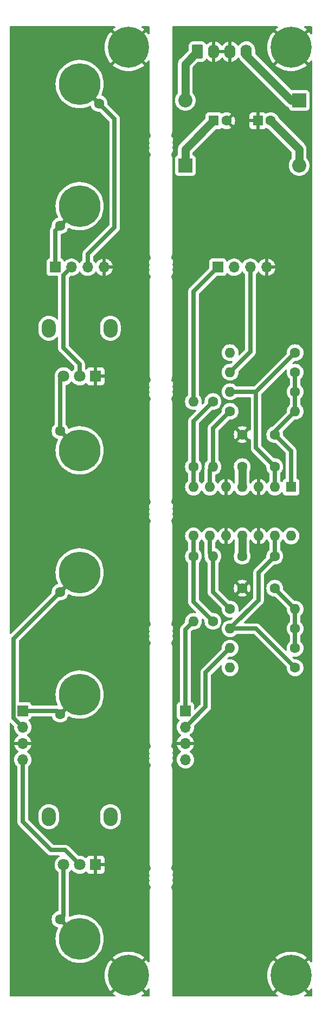
<source format=gtl>
%TF.GenerationSoftware,KiCad,Pcbnew,(6.0.6-0)*%
%TF.CreationDate,2022-09-04T11:17:28+01:00*%
%TF.ProjectId,4u-simple-integrator,34752d73-696d-4706-9c65-2d696e746567,r02*%
%TF.SameCoordinates,Original*%
%TF.FileFunction,Copper,L1,Top*%
%TF.FilePolarity,Positive*%
%FSLAX46Y46*%
G04 Gerber Fmt 4.6, Leading zero omitted, Abs format (unit mm)*
G04 Created by KiCad (PCBNEW (6.0.6-0)) date 2022-09-04 11:17:28*
%MOMM*%
%LPD*%
G01*
G04 APERTURE LIST*
G04 Aperture macros list*
%AMRoundRect*
0 Rectangle with rounded corners*
0 $1 Rounding radius*
0 $2 $3 $4 $5 $6 $7 $8 $9 X,Y pos of 4 corners*
0 Add a 4 corners polygon primitive as box body*
4,1,4,$2,$3,$4,$5,$6,$7,$8,$9,$2,$3,0*
0 Add four circle primitives for the rounded corners*
1,1,$1+$1,$2,$3*
1,1,$1+$1,$4,$5*
1,1,$1+$1,$6,$7*
1,1,$1+$1,$8,$9*
0 Add four rect primitives between the rounded corners*
20,1,$1+$1,$2,$3,$4,$5,0*
20,1,$1+$1,$4,$5,$6,$7,0*
20,1,$1+$1,$6,$7,$8,$9,0*
20,1,$1+$1,$8,$9,$2,$3,0*%
G04 Aperture macros list end*
%TA.AperFunction,ComponentPad*%
%ADD10C,1.600000*%
%TD*%
%TA.AperFunction,ComponentPad*%
%ADD11R,1.700000X1.700000*%
%TD*%
%TA.AperFunction,ComponentPad*%
%ADD12O,1.700000X1.700000*%
%TD*%
%TA.AperFunction,ComponentPad*%
%ADD13R,2.200000X2.200000*%
%TD*%
%TA.AperFunction,ComponentPad*%
%ADD14O,2.200000X2.200000*%
%TD*%
%TA.AperFunction,ComponentPad*%
%ADD15O,1.600000X1.600000*%
%TD*%
%TA.AperFunction,ComponentPad*%
%ADD16RoundRect,0.250000X-0.620000X-0.845000X0.620000X-0.845000X0.620000X0.845000X-0.620000X0.845000X0*%
%TD*%
%TA.AperFunction,ComponentPad*%
%ADD17O,1.740000X2.190000*%
%TD*%
%TA.AperFunction,ComponentPad*%
%ADD18C,6.400000*%
%TD*%
%TA.AperFunction,ComponentPad*%
%ADD19R,1.600000X1.600000*%
%TD*%
%TA.AperFunction,ComponentPad*%
%ADD20C,6.500000*%
%TD*%
%TA.AperFunction,ComponentPad*%
%ADD21O,2.200000X2.900000*%
%TD*%
%TA.AperFunction,ComponentPad*%
%ADD22R,1.800000X1.800000*%
%TD*%
%TA.AperFunction,ComponentPad*%
%ADD23C,1.800000*%
%TD*%
%TA.AperFunction,ViaPad*%
%ADD24C,0.762000*%
%TD*%
%TA.AperFunction,Conductor*%
%ADD25C,0.635000*%
%TD*%
%TA.AperFunction,Conductor*%
%ADD26C,1.270000*%
%TD*%
G04 APERTURE END LIST*
D10*
%TO.P,C4,1*%
%TO.N,GND*%
X130810000Y-119935000D03*
%TO.P,C4,2*%
%TO.N,-12V*%
X130810000Y-114935000D03*
%TD*%
D11*
%TO.P,J7,1,Pin_1*%
%TO.N,Net-(J3-Pad1)*%
X101600000Y-69850000D03*
D12*
%TO.P,J7,2,Pin_2*%
%TO.N,Net-(J7-Pad2)*%
X104140000Y-69850000D03*
%TO.P,J7,3,Pin_3*%
%TO.N,Net-(J4-Pad1)*%
X106680000Y-69850000D03*
%TO.P,J7,4,Pin_4*%
%TO.N,GND*%
X109220000Y-69850000D03*
%TD*%
D13*
%TO.P,D1,1,K*%
%TO.N,+12V*%
X121920000Y-53975000D03*
D14*
%TO.P,D1,2,A*%
%TO.N,Net-(D1-Pad2)*%
X121920000Y-43815000D03*
%TD*%
D10*
%TO.P,R8,1*%
%TO.N,Net-(R12-Pad2)*%
X128905000Y-92329000D03*
D15*
%TO.P,R8,2*%
%TO.N,Net-(C2-Pad2)*%
X139065000Y-92329000D03*
%TD*%
D10*
%TO.P,R11,1*%
%TO.N,Net-(R11-Pad1)*%
X126238000Y-125095000D03*
D15*
%TO.P,R11,2*%
%TO.N,Net-(R11-Pad2)*%
X126238000Y-114935000D03*
%TD*%
D16*
%TO.P,J11,1,+12V*%
%TO.N,Net-(D1-Pad2)*%
X123825000Y-36214990D03*
D17*
%TO.P,J11,2,GND*%
%TO.N,GND*%
X126365000Y-36214990D03*
%TO.P,J11,3,GND*%
X128905000Y-36214990D03*
%TO.P,J11,4,-12V*%
%TO.N,Net-(D2-Pad1)*%
X131445000Y-36214990D03*
%TD*%
D10*
%TO.P,C3,1*%
%TO.N,+12V*%
X130810000Y-100965000D03*
%TO.P,C3,2*%
%TO.N,GND*%
X130810000Y-95965000D03*
%TD*%
%TO.P,R5,1*%
%TO.N,Net-(C1-Pad2)*%
X139065000Y-126238000D03*
D15*
%TO.P,R5,2*%
%TO.N,Net-(C1-Pad1)*%
X128905000Y-126238000D03*
%TD*%
D10*
%TO.P,R2,1*%
%TO.N,Net-(C1-Pad1)*%
X139065000Y-132334000D03*
D15*
%TO.P,R2,2*%
%TO.N,Net-(J10-Pad4)*%
X128905000Y-132334000D03*
%TD*%
D11*
%TO.P,J8,1,Pin_1*%
%TO.N,Net-(J5-Pad1)*%
X96520000Y-139065000D03*
D12*
%TO.P,J8,2,Pin_2*%
%TO.N,Net-(J6-Pad1)*%
X96520000Y-141605000D03*
%TO.P,J8,3,Pin_3*%
%TO.N,GND*%
X96520000Y-144145000D03*
%TO.P,J8,4,Pin_4*%
%TO.N,Net-(J8-Pad4)*%
X96520000Y-146685000D03*
%TD*%
D10*
%TO.P,R12,1*%
%TO.N,Net-(R10-Pad1)*%
X126238000Y-90805000D03*
D15*
%TO.P,R12,2*%
%TO.N,Net-(R12-Pad2)*%
X126238000Y-100965000D03*
%TD*%
D10*
%TO.P,R4,1*%
%TO.N,Net-(C1-Pad2)*%
X139065000Y-129286000D03*
D15*
%TO.P,R4,2*%
%TO.N,Net-(J10-Pad2)*%
X128905000Y-129286000D03*
%TD*%
D10*
%TO.P,R3,1*%
%TO.N,Net-(C2-Pad2)*%
X139065000Y-86233000D03*
D15*
%TO.P,R3,2*%
%TO.N,Net-(J9-Pad3)*%
X128905000Y-86233000D03*
%TD*%
D10*
%TO.P,C1,1*%
%TO.N,Net-(C1-Pad1)*%
X135890000Y-114935000D03*
%TO.P,C1,2*%
%TO.N,Net-(C1-Pad2)*%
X135890000Y-119935000D03*
%TD*%
%TO.P,R9,1*%
%TO.N,Net-(R11-Pad1)*%
X123190000Y-114935000D03*
D15*
%TO.P,R9,2*%
%TO.N,Net-(J10-Pad1)*%
X123190000Y-125095000D03*
%TD*%
D10*
%TO.P,R1,1*%
%TO.N,Net-(C2-Pad1)*%
X139065000Y-83185000D03*
D15*
%TO.P,R1,2*%
%TO.N,Net-(J9-Pad2)*%
X128905000Y-83185000D03*
%TD*%
D10*
%TO.P,R6,1*%
%TO.N,Net-(C2-Pad2)*%
X139065000Y-89281000D03*
D15*
%TO.P,R6,2*%
%TO.N,Net-(C2-Pad1)*%
X128905000Y-89281000D03*
%TD*%
D18*
%TO.P,H1,1,1*%
%TO.N,GND*%
X138430000Y-180340000D03*
%TD*%
D19*
%TO.P,C5,1*%
%TO.N,+12V*%
X126365000Y-46990000D03*
D10*
%TO.P,C5,2*%
%TO.N,GND*%
X128365000Y-46990000D03*
%TD*%
%TO.P,C2,1*%
%TO.N,Net-(C2-Pad1)*%
X135890000Y-100965000D03*
%TO.P,C2,2*%
%TO.N,Net-(C2-Pad2)*%
X135890000Y-95965000D03*
%TD*%
D18*
%TO.P,H3,1,1*%
%TO.N,GND*%
X113030000Y-180340000D03*
%TD*%
%TO.P,H4,1,1*%
%TO.N,GND*%
X113030000Y-35560000D03*
%TD*%
D10*
%TO.P,R10,1*%
%TO.N,Net-(R10-Pad1)*%
X123190000Y-100965000D03*
D15*
%TO.P,R10,2*%
%TO.N,Net-(J9-Pad1)*%
X123190000Y-90805000D03*
%TD*%
D19*
%TO.P,U1,1*%
%TO.N,Net-(C2-Pad2)*%
X138435000Y-104150000D03*
D15*
%TO.P,U1,2,-*%
%TO.N,Net-(C2-Pad1)*%
X135895000Y-104150000D03*
%TO.P,U1,3,+*%
%TO.N,GND*%
X133355000Y-104150000D03*
%TO.P,U1,4,V+*%
%TO.N,+12V*%
X130815000Y-104150000D03*
%TO.P,U1,5,+*%
%TO.N,GND*%
X128275000Y-104150000D03*
%TO.P,U1,6,-*%
%TO.N,Net-(R12-Pad2)*%
X125735000Y-104150000D03*
%TO.P,U1,7*%
%TO.N,Net-(R10-Pad1)*%
X123195000Y-104150000D03*
%TO.P,U1,8*%
%TO.N,Net-(R11-Pad1)*%
X123195000Y-111770000D03*
%TO.P,U1,9,-*%
%TO.N,Net-(R11-Pad2)*%
X125735000Y-111770000D03*
%TO.P,U1,10,+*%
%TO.N,GND*%
X128275000Y-111770000D03*
%TO.P,U1,11,V-*%
%TO.N,-12V*%
X130815000Y-111770000D03*
%TO.P,U1,12,+*%
%TO.N,GND*%
X133355000Y-111770000D03*
%TO.P,U1,13,-*%
%TO.N,Net-(C1-Pad1)*%
X135895000Y-111770000D03*
%TO.P,U1,14*%
%TO.N,Net-(C1-Pad2)*%
X138435000Y-111770000D03*
%TD*%
D19*
%TO.P,C6,1*%
%TO.N,GND*%
X133255000Y-46990000D03*
D10*
%TO.P,C6,2*%
%TO.N,-12V*%
X135255000Y-46990000D03*
%TD*%
%TO.P,R7,1*%
%TO.N,Net-(R11-Pad2)*%
X128905000Y-123190000D03*
D15*
%TO.P,R7,2*%
%TO.N,Net-(C1-Pad2)*%
X139065000Y-123190000D03*
%TD*%
D13*
%TO.P,D2,1,K*%
%TO.N,Net-(D2-Pad1)*%
X139700000Y-43815000D03*
D14*
%TO.P,D2,2,A*%
%TO.N,-12V*%
X139700000Y-53975000D03*
%TD*%
D18*
%TO.P,H2,1,1*%
%TO.N,GND*%
X138430000Y-35560000D03*
%TD*%
D20*
%TO.P,J1,1*%
%TO.N,Net-(J1-Pad1)*%
X105410000Y-98425000D03*
D10*
X102362000Y-95377000D03*
%TD*%
D20*
%TO.P,J4,1*%
%TO.N,Net-(J4-Pad1)*%
X105410000Y-41275000D03*
D10*
X108458000Y-44323000D03*
%TD*%
D20*
%TO.P,J3,1*%
%TO.N,Net-(J3-Pad1)*%
X105410000Y-60325000D03*
D10*
X102362000Y-63373000D03*
%TD*%
D11*
%TO.P,J10,1,Pin_1*%
%TO.N,Net-(J10-Pad1)*%
X121920000Y-139065000D03*
D12*
%TO.P,J10,2,Pin_2*%
%TO.N,Net-(J10-Pad2)*%
X121920000Y-141605000D03*
%TO.P,J10,3,Pin_3*%
%TO.N,GND*%
X121920000Y-144145000D03*
%TO.P,J10,4,Pin_4*%
%TO.N,Net-(J10-Pad4)*%
X121920000Y-146685000D03*
%TD*%
D21*
%TO.P,RV2,*%
%TO.N,*%
X110210000Y-155575000D03*
X100610000Y-155575000D03*
D22*
%TO.P,RV2,1,1*%
%TO.N,GND*%
X107910000Y-163075000D03*
D23*
%TO.P,RV2,2,2*%
%TO.N,Net-(J8-Pad4)*%
X105410000Y-163075000D03*
%TO.P,RV2,3,3*%
%TO.N,Net-(J2-Pad1)*%
X102910000Y-163075000D03*
%TD*%
D21*
%TO.P,RV1,*%
%TO.N,*%
X100610000Y-79375000D03*
X110210000Y-79375000D03*
D22*
%TO.P,RV1,1,1*%
%TO.N,GND*%
X107910000Y-86875000D03*
D23*
%TO.P,RV1,2,2*%
%TO.N,Net-(J7-Pad2)*%
X105410000Y-86875000D03*
%TO.P,RV1,3,3*%
%TO.N,Net-(J1-Pad1)*%
X102910000Y-86875000D03*
%TD*%
D11*
%TO.P,J9,1,Pin_1*%
%TO.N,Net-(J9-Pad1)*%
X127000000Y-69850000D03*
D12*
%TO.P,J9,2,Pin_2*%
%TO.N,Net-(J9-Pad2)*%
X129540000Y-69850000D03*
%TO.P,J9,3,Pin_3*%
%TO.N,Net-(J9-Pad3)*%
X132080000Y-69850000D03*
%TO.P,J9,4,Pin_4*%
%TO.N,GND*%
X134620000Y-69850000D03*
%TD*%
D10*
%TO.P,J5,1*%
%TO.N,Net-(J5-Pad1)*%
X102362000Y-139573000D03*
D20*
X105410000Y-136525000D03*
%TD*%
D10*
%TO.P,J6,1*%
%TO.N,Net-(J6-Pad1)*%
X102362000Y-120523000D03*
D20*
X105410000Y-117475000D03*
%TD*%
%TO.P,J2,1*%
%TO.N,Net-(J2-Pad1)*%
X105410000Y-174625000D03*
D10*
X102362000Y-171577000D03*
%TD*%
D24*
%TO.N,GND*%
X124714000Y-118745000D03*
X130810000Y-77470000D03*
X136017000Y-88773000D03*
%TD*%
D25*
%TO.N,Net-(C1-Pad1)*%
X133350000Y-121793000D02*
X133350000Y-117475000D01*
X128905000Y-126238000D02*
X132969000Y-126238000D01*
X132969000Y-126238000D02*
X139065000Y-132334000D01*
X135895000Y-111770000D02*
X135895000Y-114930000D01*
X135895000Y-114930000D02*
X135890000Y-114935000D01*
X133350000Y-117475000D02*
X135890000Y-114935000D01*
X128905000Y-126238000D02*
X133350000Y-121793000D01*
%TO.N,Net-(C1-Pad2)*%
X139065000Y-126238000D02*
X139065000Y-129286000D01*
X135890000Y-119935000D02*
X135890000Y-120015000D01*
X135890000Y-120015000D02*
X139065000Y-123190000D01*
X139065000Y-123190000D02*
X139065000Y-126238000D01*
%TO.N,Net-(C2-Pad2)*%
X135890000Y-95965000D02*
X135890000Y-95504000D01*
X135890000Y-95504000D02*
X139065000Y-92329000D01*
X139065000Y-92329000D02*
X139065000Y-89281000D01*
X135890000Y-95965000D02*
X138435000Y-98510000D01*
X138435000Y-98510000D02*
X138435000Y-104150000D01*
X139065000Y-86233000D02*
X139065000Y-89281000D01*
D26*
%TO.N,+12V*%
X121920000Y-51435000D02*
X126365000Y-46990000D01*
X121920000Y-53975000D02*
X121920000Y-51435000D01*
X130815000Y-104150000D02*
X130815000Y-100970000D01*
X130815000Y-100970000D02*
X130810000Y-100965000D01*
%TO.N,-12V*%
X139700000Y-53975000D02*
X139700000Y-51435000D01*
X130810000Y-111775000D02*
X130815000Y-111770000D01*
X130810000Y-114935000D02*
X130810000Y-111775000D01*
X139700000Y-51435000D02*
X135255000Y-46990000D01*
%TO.N,Net-(D1-Pad2)*%
X121920000Y-43815000D02*
X121920000Y-38120000D01*
X121920000Y-38120000D02*
X123825000Y-36215000D01*
%TO.N,Net-(D2-Pad1)*%
X138430000Y-43815000D02*
X139700000Y-43815000D01*
X131445000Y-36215000D02*
X131445000Y-36830000D01*
X131445000Y-36830000D02*
X138430000Y-43815000D01*
D25*
%TO.N,Net-(J2-Pad1)*%
X102910000Y-163075000D02*
X102910000Y-171029000D01*
X102910000Y-171029000D02*
X102362000Y-171577000D01*
X102362000Y-171577000D02*
X105410000Y-174625000D01*
%TO.N,Net-(J5-Pad1)*%
X96520000Y-139065000D02*
X101854000Y-139065000D01*
X102362000Y-139573000D02*
X105410000Y-136525000D01*
X101854000Y-139065000D02*
X102362000Y-139573000D01*
%TO.N,Net-(J6-Pad1)*%
X95098500Y-127786500D02*
X102362000Y-120523000D01*
X95098500Y-140183500D02*
X95098500Y-127786500D01*
X102362000Y-120523000D02*
X105410000Y-117475000D01*
X96520000Y-141605000D02*
X95098500Y-140183500D01*
%TO.N,Net-(J10-Pad1)*%
X121920000Y-126365000D02*
X123190000Y-125095000D01*
X121920000Y-139065000D02*
X121920000Y-126365000D01*
%TO.N,Net-(J3-Pad1)*%
X101600000Y-69850000D02*
X101600000Y-64135000D01*
X101600000Y-64135000D02*
X102362000Y-63373000D01*
X105410000Y-60325000D02*
X102362000Y-63373000D01*
%TO.N,Net-(J4-Pad1)*%
X110871000Y-63627000D02*
X110871000Y-46736000D01*
X106680000Y-67818000D02*
X110871000Y-63627000D01*
X106680000Y-69850000D02*
X106680000Y-67818000D01*
X110871000Y-46736000D02*
X108458000Y-44323000D01*
X108458000Y-44323000D02*
X105410000Y-41275000D01*
%TO.N,Net-(J10-Pad2)*%
X125095000Y-133096000D02*
X128905000Y-129286000D01*
X121920000Y-141605000D02*
X125095000Y-138430000D01*
X125095000Y-138430000D02*
X125095000Y-133096000D01*
%TO.N,Net-(C2-Pad1)*%
X135895000Y-104150000D02*
X135895000Y-100970000D01*
X132969000Y-89281000D02*
X139065000Y-83185000D01*
X132969000Y-89281000D02*
X132969000Y-98044000D01*
X135895000Y-100970000D02*
X135890000Y-100965000D01*
X128905000Y-89281000D02*
X132969000Y-89281000D01*
X132969000Y-98044000D02*
X135890000Y-100965000D01*
%TO.N,Net-(J1-Pad1)*%
X102362000Y-95377000D02*
X102362000Y-87423000D01*
X102362000Y-87423000D02*
X102910000Y-86875000D01*
X105410000Y-98425000D02*
X102362000Y-95377000D01*
%TO.N,Net-(J7-Pad2)*%
X105410000Y-86875000D02*
X105410000Y-84963000D01*
X105410000Y-84963000D02*
X102870000Y-82423000D01*
X102870000Y-71120000D02*
X104140000Y-69850000D01*
X102870000Y-82423000D02*
X102870000Y-71120000D01*
%TO.N,Net-(J8-Pad4)*%
X96520000Y-156337000D02*
X96520000Y-146685000D01*
X100965000Y-160782000D02*
X96520000Y-156337000D01*
X105410000Y-163075000D02*
X103117000Y-160782000D01*
X103117000Y-160782000D02*
X100965000Y-160782000D01*
%TO.N,Net-(J9-Pad1)*%
X123190000Y-73660000D02*
X127000000Y-69850000D01*
X123190000Y-73660000D02*
X123190000Y-90805000D01*
%TO.N,Net-(J9-Pad3)*%
X128905000Y-86233000D02*
X132080000Y-83058000D01*
X132080000Y-83058000D02*
X132080000Y-69850000D01*
%TO.N,Net-(R11-Pad2)*%
X126238000Y-114935000D02*
X126238000Y-120523000D01*
X126238000Y-120523000D02*
X128905000Y-123190000D01*
X125735000Y-114432000D02*
X126238000Y-114935000D01*
X125735000Y-111770000D02*
X125735000Y-114432000D01*
%TO.N,Net-(R12-Pad2)*%
X125735000Y-101468000D02*
X126238000Y-100965000D01*
X125735000Y-104150000D02*
X125735000Y-101468000D01*
X126238000Y-94996000D02*
X128905000Y-92329000D01*
X126238000Y-100965000D02*
X126238000Y-94996000D01*
%TO.N,Net-(R11-Pad1)*%
X123190000Y-114935000D02*
X123190000Y-122047000D01*
X123190000Y-122047000D02*
X126238000Y-125095000D01*
X123195000Y-111770000D02*
X123195000Y-114930000D01*
X123195000Y-114930000D02*
X123190000Y-114935000D01*
%TO.N,Net-(R10-Pad1)*%
X123190000Y-100965000D02*
X123190000Y-93853000D01*
X123195000Y-104150000D02*
X123195000Y-100970000D01*
X123195000Y-100970000D02*
X123190000Y-100965000D01*
X123190000Y-93853000D02*
X126238000Y-90805000D01*
%TD*%
%TA.AperFunction,Conductor*%
%TO.N,GND*%
G36*
X136348437Y-32278502D02*
G01*
X136394930Y-32332158D01*
X136405034Y-32402432D01*
X136375540Y-32467012D01*
X136348940Y-32490173D01*
X136250265Y-32554253D01*
X136244939Y-32558123D01*
X136006165Y-32751478D01*
X135997700Y-32763733D01*
X136004034Y-32774824D01*
X138417188Y-35187978D01*
X138431132Y-35195592D01*
X138432965Y-35195461D01*
X138439580Y-35191210D01*
X140855100Y-32775690D01*
X140862241Y-32762614D01*
X140854784Y-32752247D01*
X140615065Y-32558126D01*
X140609728Y-32554249D01*
X140511059Y-32490172D01*
X140464822Y-32436296D01*
X140455053Y-32365975D01*
X140484853Y-32301535D01*
X140544762Y-32263436D01*
X140579684Y-32258500D01*
X141555633Y-32258500D01*
X141575018Y-32260000D01*
X141589853Y-32262310D01*
X141589855Y-32262310D01*
X141598724Y-32263691D01*
X141604508Y-32262935D01*
X141670868Y-32283307D01*
X141716700Y-32337528D01*
X141725165Y-32378873D01*
X141726309Y-32378723D01*
X141726309Y-32378724D01*
X141726329Y-32378873D01*
X141730436Y-32410283D01*
X141731500Y-32426621D01*
X141731500Y-33410316D01*
X141711498Y-33478437D01*
X141657842Y-33524930D01*
X141587568Y-33535034D01*
X141522988Y-33505540D01*
X141499827Y-33478940D01*
X141435747Y-33380265D01*
X141431877Y-33374939D01*
X141238522Y-33136165D01*
X141226267Y-33127700D01*
X141215176Y-33134034D01*
X138802022Y-35547188D01*
X138794408Y-35561132D01*
X138794539Y-35562965D01*
X138798790Y-35569580D01*
X141214310Y-37985100D01*
X141227386Y-37992241D01*
X141237753Y-37984784D01*
X141431877Y-37745061D01*
X141435747Y-37739735D01*
X141499827Y-37641060D01*
X141553704Y-37594823D01*
X141624025Y-37585053D01*
X141688465Y-37614853D01*
X141726564Y-37674761D01*
X141731500Y-37709684D01*
X141731500Y-178190316D01*
X141711498Y-178258437D01*
X141657842Y-178304930D01*
X141587568Y-178315034D01*
X141522988Y-178285540D01*
X141499827Y-178258940D01*
X141435747Y-178160265D01*
X141431877Y-178154939D01*
X141238522Y-177916165D01*
X141226267Y-177907700D01*
X141215176Y-177914034D01*
X138802022Y-180327188D01*
X138794408Y-180341132D01*
X138794539Y-180342965D01*
X138798790Y-180349580D01*
X141214310Y-182765100D01*
X141227386Y-182772241D01*
X141237753Y-182764784D01*
X141431877Y-182525061D01*
X141435747Y-182519735D01*
X141499827Y-182421060D01*
X141553704Y-182374823D01*
X141624025Y-182365053D01*
X141688465Y-182394853D01*
X141726564Y-182454761D01*
X141731500Y-182489684D01*
X141731500Y-183465633D01*
X141730000Y-183485018D01*
X141726309Y-183508724D01*
X141727065Y-183514508D01*
X141706693Y-183580868D01*
X141652472Y-183626700D01*
X141611127Y-183635165D01*
X141611277Y-183636309D01*
X141611276Y-183636309D01*
X141579714Y-183640436D01*
X141563379Y-183641500D01*
X140579684Y-183641500D01*
X140511563Y-183621498D01*
X140465070Y-183567842D01*
X140454966Y-183497568D01*
X140484460Y-183432988D01*
X140511059Y-183409828D01*
X140609728Y-183345751D01*
X140615065Y-183341874D01*
X140853835Y-183148522D01*
X140862300Y-183136267D01*
X140855966Y-183125176D01*
X138442812Y-180712022D01*
X138428868Y-180704408D01*
X138427035Y-180704539D01*
X138420420Y-180708790D01*
X136004900Y-183124310D01*
X135997759Y-183137386D01*
X136005216Y-183147753D01*
X136244935Y-183341874D01*
X136250272Y-183345751D01*
X136348941Y-183409828D01*
X136395178Y-183463704D01*
X136404947Y-183534025D01*
X136375147Y-183598465D01*
X136315238Y-183636564D01*
X136280316Y-183641500D01*
X120064367Y-183641500D01*
X120044982Y-183640000D01*
X120030148Y-183637690D01*
X120030145Y-183637690D01*
X120021276Y-183636309D01*
X120016065Y-183636990D01*
X119949984Y-183616706D01*
X119904150Y-183562486D01*
X119893671Y-183519778D01*
X119893729Y-183515000D01*
X119889773Y-183487376D01*
X119888500Y-183469514D01*
X119888500Y-180343301D01*
X134717084Y-180343301D01*
X134737080Y-180724833D01*
X134737766Y-180731371D01*
X134797535Y-181108734D01*
X134798906Y-181115184D01*
X134897788Y-181484216D01*
X134899829Y-181490498D01*
X135036740Y-181847164D01*
X135039422Y-181853189D01*
X135212872Y-182193603D01*
X135216169Y-182199313D01*
X135424253Y-182519735D01*
X135428123Y-182525061D01*
X135621478Y-182763835D01*
X135633733Y-182772300D01*
X135644824Y-182765966D01*
X138057978Y-180352812D01*
X138065592Y-180338868D01*
X138065461Y-180337035D01*
X138061210Y-180330420D01*
X135645690Y-177914900D01*
X135632614Y-177907759D01*
X135622247Y-177915216D01*
X135428123Y-178154939D01*
X135424253Y-178160265D01*
X135216169Y-178480687D01*
X135212872Y-178486397D01*
X135039422Y-178826811D01*
X135036740Y-178832836D01*
X134899829Y-179189502D01*
X134897788Y-179195784D01*
X134798906Y-179564816D01*
X134797535Y-179571266D01*
X134737766Y-179948629D01*
X134737080Y-179955167D01*
X134717084Y-180336699D01*
X134717084Y-180343301D01*
X119888500Y-180343301D01*
X119888500Y-177543733D01*
X135997700Y-177543733D01*
X136004034Y-177554824D01*
X138417188Y-179967978D01*
X138431132Y-179975592D01*
X138432965Y-179975461D01*
X138439580Y-179971210D01*
X140855100Y-177555690D01*
X140862241Y-177542614D01*
X140854784Y-177532247D01*
X140615065Y-177338126D01*
X140609728Y-177334249D01*
X140289315Y-177126170D01*
X140283606Y-177122873D01*
X139943189Y-176949422D01*
X139937164Y-176946740D01*
X139580498Y-176809829D01*
X139574216Y-176807788D01*
X139205184Y-176708906D01*
X139198734Y-176707535D01*
X138821371Y-176647766D01*
X138814833Y-176647080D01*
X138433301Y-176627084D01*
X138426699Y-176627084D01*
X138045167Y-176647080D01*
X138038629Y-176647766D01*
X137661266Y-176707535D01*
X137654816Y-176708906D01*
X137285784Y-176807788D01*
X137279502Y-176809829D01*
X136922836Y-176946740D01*
X136916811Y-176949422D01*
X136576397Y-177122872D01*
X136570687Y-177126169D01*
X136250265Y-177334253D01*
X136244939Y-177338123D01*
X136006165Y-177531478D01*
X135997700Y-177543733D01*
X119888500Y-177543733D01*
X119888500Y-167439250D01*
X119890246Y-167418345D01*
X119892770Y-167403344D01*
X119892770Y-167403341D01*
X119893576Y-167398552D01*
X119893729Y-167386000D01*
X119892992Y-167380851D01*
X119892041Y-167371984D01*
X119875215Y-167136735D01*
X119874894Y-167132247D01*
X119820817Y-166883659D01*
X119731913Y-166645297D01*
X119708904Y-166603159D01*
X119693813Y-166533786D01*
X119718624Y-166467266D01*
X119728020Y-166456122D01*
X119816452Y-166362772D01*
X119816455Y-166362768D01*
X119821490Y-166357453D01*
X119910326Y-166204510D01*
X119961595Y-166035233D01*
X119972547Y-165858702D01*
X119942594Y-165684386D01*
X119884919Y-165548841D01*
X119876653Y-165478328D01*
X119891906Y-165436222D01*
X119906650Y-165410839D01*
X119906651Y-165410838D01*
X119910326Y-165404510D01*
X119961595Y-165235233D01*
X119972547Y-165058702D01*
X119942594Y-164884386D01*
X119884919Y-164748841D01*
X119876653Y-164678328D01*
X119891906Y-164636222D01*
X119906650Y-164610839D01*
X119906651Y-164610838D01*
X119910326Y-164604510D01*
X119918085Y-164578894D01*
X119959473Y-164442239D01*
X119961595Y-164435233D01*
X119972547Y-164258702D01*
X119955851Y-164161534D01*
X119943834Y-164091602D01*
X119943834Y-164091601D01*
X119942594Y-164084386D01*
X119873343Y-163921636D01*
X119869010Y-163915748D01*
X119869007Y-163915743D01*
X119772846Y-163785077D01*
X119768508Y-163779182D01*
X119737934Y-163753207D01*
X119698971Y-163693860D01*
X119698278Y-163622867D01*
X119708927Y-163596799D01*
X119729759Y-163558648D01*
X119729760Y-163558647D01*
X119731913Y-163554703D01*
X119820817Y-163316341D01*
X119874894Y-163067753D01*
X119890659Y-162847332D01*
X119892084Y-162835418D01*
X119892768Y-162831355D01*
X119892768Y-162831353D01*
X119893576Y-162826552D01*
X119893729Y-162814000D01*
X119889773Y-162786376D01*
X119888500Y-162768514D01*
X119888500Y-148389250D01*
X119890246Y-148368345D01*
X119892770Y-148353344D01*
X119892770Y-148353341D01*
X119893576Y-148348552D01*
X119893729Y-148336000D01*
X119892992Y-148330851D01*
X119892041Y-148321984D01*
X119875215Y-148086735D01*
X119874894Y-148082247D01*
X119847357Y-147955661D01*
X119821774Y-147838056D01*
X119821772Y-147838050D01*
X119820817Y-147833659D01*
X119731913Y-147595297D01*
X119708904Y-147553159D01*
X119693813Y-147483786D01*
X119718624Y-147417266D01*
X119728020Y-147406122D01*
X119816452Y-147312772D01*
X119816455Y-147312768D01*
X119821490Y-147307453D01*
X119910326Y-147154510D01*
X119927616Y-147097425D01*
X119959473Y-146992239D01*
X119961595Y-146985233D01*
X119972547Y-146808702D01*
X119963304Y-146754908D01*
X119945568Y-146651695D01*
X120557251Y-146651695D01*
X120557548Y-146656848D01*
X120557548Y-146656851D01*
X120563011Y-146751590D01*
X120570110Y-146874715D01*
X120571247Y-146879761D01*
X120571248Y-146879767D01*
X120591119Y-146967939D01*
X120619222Y-147092639D01*
X120703266Y-147299616D01*
X120819987Y-147490088D01*
X120966250Y-147658938D01*
X121138126Y-147801632D01*
X121331000Y-147914338D01*
X121539692Y-147994030D01*
X121544760Y-147995061D01*
X121544763Y-147995062D01*
X121652017Y-148016883D01*
X121758597Y-148038567D01*
X121763772Y-148038757D01*
X121763774Y-148038757D01*
X121976673Y-148046564D01*
X121976677Y-148046564D01*
X121981837Y-148046753D01*
X121986957Y-148046097D01*
X121986959Y-148046097D01*
X122198288Y-148019025D01*
X122198289Y-148019025D01*
X122203416Y-148018368D01*
X122208366Y-148016883D01*
X122412429Y-147955661D01*
X122412434Y-147955659D01*
X122417384Y-147954174D01*
X122617994Y-147855896D01*
X122799860Y-147726173D01*
X122958096Y-147568489D01*
X123017594Y-147485689D01*
X123085435Y-147391277D01*
X123088453Y-147387077D01*
X123127806Y-147307453D01*
X123185136Y-147191453D01*
X123185137Y-147191451D01*
X123187430Y-147186811D01*
X123252370Y-146973069D01*
X123281529Y-146751590D01*
X123281611Y-146748240D01*
X123283074Y-146688365D01*
X123283074Y-146688361D01*
X123283156Y-146685000D01*
X123264852Y-146462361D01*
X123210431Y-146245702D01*
X123121354Y-146040840D01*
X123000014Y-145853277D01*
X122849670Y-145688051D01*
X122845619Y-145684852D01*
X122845615Y-145684848D01*
X122678414Y-145552800D01*
X122678410Y-145552798D01*
X122674359Y-145549598D01*
X122632569Y-145526529D01*
X122582598Y-145476097D01*
X122567826Y-145406654D01*
X122592942Y-145340248D01*
X122620294Y-145313641D01*
X122795328Y-145188792D01*
X122803200Y-145182139D01*
X122954052Y-145031812D01*
X122960730Y-145023965D01*
X123085003Y-144851020D01*
X123090313Y-144842183D01*
X123184670Y-144651267D01*
X123188469Y-144641672D01*
X123250377Y-144437910D01*
X123252555Y-144427837D01*
X123253986Y-144416962D01*
X123251775Y-144402778D01*
X123238617Y-144399000D01*
X120603225Y-144399000D01*
X120589694Y-144402973D01*
X120588257Y-144412966D01*
X120618565Y-144547446D01*
X120621645Y-144557275D01*
X120701770Y-144754603D01*
X120706413Y-144763794D01*
X120817694Y-144945388D01*
X120823777Y-144953699D01*
X120963213Y-145114667D01*
X120970580Y-145121883D01*
X121134434Y-145257916D01*
X121142881Y-145263831D01*
X121211969Y-145304203D01*
X121260693Y-145355842D01*
X121273764Y-145425625D01*
X121247033Y-145491396D01*
X121206584Y-145524752D01*
X121193607Y-145531507D01*
X121189474Y-145534610D01*
X121189471Y-145534612D01*
X121019100Y-145662530D01*
X121014965Y-145665635D01*
X120860629Y-145827138D01*
X120734743Y-146011680D01*
X120719003Y-146045590D01*
X120650931Y-146192239D01*
X120640688Y-146214305D01*
X120580989Y-146429570D01*
X120557251Y-146651695D01*
X119945568Y-146651695D01*
X119943834Y-146641602D01*
X119943834Y-146641601D01*
X119942594Y-146634386D01*
X119884919Y-146498841D01*
X119876653Y-146428328D01*
X119891906Y-146386222D01*
X119906650Y-146360839D01*
X119906651Y-146360838D01*
X119910326Y-146354510D01*
X119961595Y-146185233D01*
X119972547Y-146008702D01*
X119942594Y-145834386D01*
X119884919Y-145698841D01*
X119876653Y-145628328D01*
X119891906Y-145586222D01*
X119906650Y-145560839D01*
X119906651Y-145560838D01*
X119910326Y-145554510D01*
X119918085Y-145528894D01*
X119959473Y-145392239D01*
X119961595Y-145385233D01*
X119972547Y-145208702D01*
X119955851Y-145111534D01*
X119943834Y-145041602D01*
X119943834Y-145041601D01*
X119942594Y-145034386D01*
X119873343Y-144871636D01*
X119869010Y-144865748D01*
X119869007Y-144865743D01*
X119772846Y-144735077D01*
X119768508Y-144729182D01*
X119737934Y-144703207D01*
X119698971Y-144643860D01*
X119698278Y-144572867D01*
X119708927Y-144546799D01*
X119729759Y-144508648D01*
X119729760Y-144508647D01*
X119731913Y-144504703D01*
X119820817Y-144266341D01*
X119874894Y-144017753D01*
X119890659Y-143797332D01*
X119892084Y-143785418D01*
X119892768Y-143781355D01*
X119892768Y-143781353D01*
X119893576Y-143776552D01*
X119893729Y-143764000D01*
X119889773Y-143736376D01*
X119888500Y-143718514D01*
X119888500Y-141571695D01*
X120557251Y-141571695D01*
X120557548Y-141576848D01*
X120557548Y-141576851D01*
X120563011Y-141671590D01*
X120570110Y-141794715D01*
X120571247Y-141799761D01*
X120571248Y-141799767D01*
X120591119Y-141887939D01*
X120619222Y-142012639D01*
X120703266Y-142219616D01*
X120819987Y-142410088D01*
X120966250Y-142578938D01*
X121138126Y-142721632D01*
X121211955Y-142764774D01*
X121260679Y-142816412D01*
X121273750Y-142886195D01*
X121247019Y-142951967D01*
X121206562Y-142985327D01*
X121198457Y-142989546D01*
X121189738Y-142995036D01*
X121019433Y-143122905D01*
X121011726Y-143129748D01*
X120864590Y-143283717D01*
X120858104Y-143291727D01*
X120738098Y-143467649D01*
X120733000Y-143476623D01*
X120643338Y-143669783D01*
X120639775Y-143679470D01*
X120584389Y-143879183D01*
X120585912Y-143887607D01*
X120598292Y-143891000D01*
X123238344Y-143891000D01*
X123251875Y-143887027D01*
X123253180Y-143877947D01*
X123211214Y-143710875D01*
X123207894Y-143701124D01*
X123122972Y-143505814D01*
X123118105Y-143496739D01*
X123002426Y-143317926D01*
X122996136Y-143309757D01*
X122852806Y-143152240D01*
X122845273Y-143145215D01*
X122678139Y-143013222D01*
X122669556Y-143007520D01*
X122632602Y-142987120D01*
X122582631Y-142936687D01*
X122567859Y-142867245D01*
X122592975Y-142800839D01*
X122620327Y-142774232D01*
X122643797Y-142757491D01*
X122799860Y-142646173D01*
X122958096Y-142488489D01*
X123017594Y-142405689D01*
X123085435Y-142311277D01*
X123088453Y-142307077D01*
X123187430Y-142106811D01*
X123252370Y-141893069D01*
X123281529Y-141671590D01*
X123283156Y-141605000D01*
X123273122Y-141482956D01*
X123287475Y-141413427D01*
X123309603Y-141383538D01*
X125650755Y-139042385D01*
X125658522Y-139035242D01*
X125691480Y-139007390D01*
X125696693Y-139002985D01*
X125744134Y-138940934D01*
X125746032Y-138938514D01*
X125790693Y-138882968D01*
X125794969Y-138877650D01*
X125798002Y-138871540D01*
X125799304Y-138869504D01*
X125799623Y-138869048D01*
X125800033Y-138868390D01*
X125800302Y-138867900D01*
X125801553Y-138865834D01*
X125805697Y-138860414D01*
X125838696Y-138789646D01*
X125840030Y-138786875D01*
X125871732Y-138723011D01*
X125874767Y-138716898D01*
X125876419Y-138710273D01*
X125877253Y-138708006D01*
X125877472Y-138707481D01*
X125877721Y-138706777D01*
X125877883Y-138706227D01*
X125878661Y-138703943D01*
X125881543Y-138697761D01*
X125883031Y-138691103D01*
X125883034Y-138691095D01*
X125898581Y-138621542D01*
X125899289Y-138618546D01*
X125916533Y-138549385D01*
X125916533Y-138549382D01*
X125918184Y-138542762D01*
X125918375Y-138535941D01*
X125918703Y-138533544D01*
X125918904Y-138532430D01*
X125919566Y-138527656D01*
X125920693Y-138522616D01*
X125921000Y-138517125D01*
X125921000Y-138443711D01*
X125921049Y-138440193D01*
X125923004Y-138370186D01*
X125923195Y-138363365D01*
X125921916Y-138356658D01*
X125921406Y-138350323D01*
X125921000Y-138340216D01*
X125921000Y-133490331D01*
X125941002Y-133422210D01*
X125957905Y-133401236D01*
X127410070Y-131949071D01*
X127472382Y-131915045D01*
X127543197Y-131920110D01*
X127600033Y-131962657D01*
X127624844Y-132029177D01*
X127620871Y-132070778D01*
X127612882Y-132100591D01*
X127612881Y-132100598D01*
X127611457Y-132105913D01*
X127591502Y-132334000D01*
X127611457Y-132562087D01*
X127612881Y-132567400D01*
X127612881Y-132567402D01*
X127658895Y-132739125D01*
X127670716Y-132783243D01*
X127673039Y-132788224D01*
X127673039Y-132788225D01*
X127765151Y-132985762D01*
X127765154Y-132985767D01*
X127767477Y-132990749D01*
X127898802Y-133178300D01*
X128060700Y-133340198D01*
X128065208Y-133343355D01*
X128065211Y-133343357D01*
X128143389Y-133398098D01*
X128248251Y-133471523D01*
X128253233Y-133473846D01*
X128253238Y-133473849D01*
X128450775Y-133565961D01*
X128455757Y-133568284D01*
X128461065Y-133569706D01*
X128461067Y-133569707D01*
X128671598Y-133626119D01*
X128671600Y-133626119D01*
X128676913Y-133627543D01*
X128905000Y-133647498D01*
X129133087Y-133627543D01*
X129138400Y-133626119D01*
X129138402Y-133626119D01*
X129348933Y-133569707D01*
X129348935Y-133569706D01*
X129354243Y-133568284D01*
X129359225Y-133565961D01*
X129556762Y-133473849D01*
X129556767Y-133473846D01*
X129561749Y-133471523D01*
X129666611Y-133398098D01*
X129744789Y-133343357D01*
X129744792Y-133343355D01*
X129749300Y-133340198D01*
X129911198Y-133178300D01*
X130042523Y-132990749D01*
X130044846Y-132985767D01*
X130044849Y-132985762D01*
X130136961Y-132788225D01*
X130136961Y-132788224D01*
X130139284Y-132783243D01*
X130151106Y-132739125D01*
X130197119Y-132567402D01*
X130197119Y-132567400D01*
X130198543Y-132562087D01*
X130218498Y-132334000D01*
X130198543Y-132105913D01*
X130177982Y-132029177D01*
X130140707Y-131890067D01*
X130140706Y-131890065D01*
X130139284Y-131884757D01*
X130136961Y-131879775D01*
X130044849Y-131682238D01*
X130044846Y-131682233D01*
X130042523Y-131677251D01*
X129911198Y-131489700D01*
X129749300Y-131327802D01*
X129744792Y-131324645D01*
X129744789Y-131324643D01*
X129666611Y-131269902D01*
X129561749Y-131196477D01*
X129556767Y-131194154D01*
X129556762Y-131194151D01*
X129359225Y-131102039D01*
X129359224Y-131102039D01*
X129354243Y-131099716D01*
X129348935Y-131098294D01*
X129348933Y-131098293D01*
X129138402Y-131041881D01*
X129138400Y-131041881D01*
X129133087Y-131040457D01*
X128905000Y-131020502D01*
X128676913Y-131040457D01*
X128671600Y-131041881D01*
X128671598Y-131041881D01*
X128641776Y-131049872D01*
X128570800Y-131048182D01*
X128512004Y-131008388D01*
X128484056Y-130943124D01*
X128495829Y-130873110D01*
X128520070Y-130839070D01*
X128729789Y-130629351D01*
X128792101Y-130595325D01*
X128829865Y-130592925D01*
X128899524Y-130599019D01*
X128899525Y-130599019D01*
X128905000Y-130599498D01*
X129133087Y-130579543D01*
X129138400Y-130578119D01*
X129138402Y-130578119D01*
X129348933Y-130521707D01*
X129348935Y-130521706D01*
X129354243Y-130520284D01*
X129359225Y-130517961D01*
X129556762Y-130425849D01*
X129556767Y-130425846D01*
X129561749Y-130423523D01*
X129666611Y-130350098D01*
X129744789Y-130295357D01*
X129744792Y-130295355D01*
X129749300Y-130292198D01*
X129911198Y-130130300D01*
X130042523Y-129942749D01*
X130044846Y-129937767D01*
X130044849Y-129937762D01*
X130136961Y-129740225D01*
X130136961Y-129740224D01*
X130139284Y-129735243D01*
X130150022Y-129695171D01*
X130197119Y-129519402D01*
X130197119Y-129519400D01*
X130198543Y-129514087D01*
X130218498Y-129286000D01*
X130198543Y-129057913D01*
X130191666Y-129032247D01*
X130140707Y-128842067D01*
X130140706Y-128842065D01*
X130139284Y-128836757D01*
X130114524Y-128783659D01*
X130044849Y-128634238D01*
X130044846Y-128634233D01*
X130042523Y-128629251D01*
X129911198Y-128441700D01*
X129749300Y-128279802D01*
X129744792Y-128276645D01*
X129744789Y-128276643D01*
X129648630Y-128209312D01*
X129561749Y-128148477D01*
X129556767Y-128146154D01*
X129556762Y-128146151D01*
X129359225Y-128054039D01*
X129359224Y-128054039D01*
X129354243Y-128051716D01*
X129348935Y-128050294D01*
X129348933Y-128050293D01*
X129138402Y-127993881D01*
X129138400Y-127993881D01*
X129133087Y-127992457D01*
X128905000Y-127972502D01*
X128676913Y-127992457D01*
X128671600Y-127993881D01*
X128671598Y-127993881D01*
X128461067Y-128050293D01*
X128461065Y-128050294D01*
X128455757Y-128051716D01*
X128450776Y-128054039D01*
X128450775Y-128054039D01*
X128253238Y-128146151D01*
X128253233Y-128146154D01*
X128248251Y-128148477D01*
X128161370Y-128209312D01*
X128065211Y-128276643D01*
X128065208Y-128276645D01*
X128060700Y-128279802D01*
X127898802Y-128441700D01*
X127767477Y-128629251D01*
X127765154Y-128634233D01*
X127765151Y-128634238D01*
X127695476Y-128783659D01*
X127670716Y-128836757D01*
X127669294Y-128842065D01*
X127669293Y-128842067D01*
X127618334Y-129032247D01*
X127611457Y-129057913D01*
X127591502Y-129286000D01*
X127591981Y-129291475D01*
X127591981Y-129291476D01*
X127598075Y-129361135D01*
X127584085Y-129430740D01*
X127561649Y-129461211D01*
X124539245Y-132483615D01*
X124531478Y-132490758D01*
X124493307Y-132523015D01*
X124489164Y-132528434D01*
X124489163Y-132528435D01*
X124445869Y-132585062D01*
X124443971Y-132587482D01*
X124395031Y-132648350D01*
X124391998Y-132654460D01*
X124390696Y-132656496D01*
X124390377Y-132656952D01*
X124389967Y-132657610D01*
X124389698Y-132658100D01*
X124388447Y-132660166D01*
X124384303Y-132665586D01*
X124351305Y-132736351D01*
X124349971Y-132739122D01*
X124315233Y-132809102D01*
X124313581Y-132815727D01*
X124312747Y-132817994D01*
X124312528Y-132818519D01*
X124312279Y-132819223D01*
X124312117Y-132819773D01*
X124311339Y-132822057D01*
X124308457Y-132828239D01*
X124306969Y-132834897D01*
X124306966Y-132834905D01*
X124291419Y-132904458D01*
X124290711Y-132907454D01*
X124273467Y-132976615D01*
X124271816Y-132983238D01*
X124271625Y-132990059D01*
X124271297Y-132992456D01*
X124271096Y-132993570D01*
X124270434Y-132998344D01*
X124269307Y-133003384D01*
X124269000Y-133008875D01*
X124269000Y-133082289D01*
X124268951Y-133085807D01*
X124266805Y-133162635D01*
X124268084Y-133169342D01*
X124268594Y-133175677D01*
X124269000Y-133185784D01*
X124269000Y-138035669D01*
X124248998Y-138103790D01*
X124232095Y-138124764D01*
X123493595Y-138863264D01*
X123431283Y-138897290D01*
X123360468Y-138892225D01*
X123303632Y-138849678D01*
X123278821Y-138783158D01*
X123278500Y-138774169D01*
X123278500Y-138166866D01*
X123271745Y-138104684D01*
X123220615Y-137968295D01*
X123133261Y-137851739D01*
X123016705Y-137764385D01*
X122880316Y-137713255D01*
X122862291Y-137711297D01*
X122858390Y-137710873D01*
X122792829Y-137683630D01*
X122752403Y-137625266D01*
X122746000Y-137585610D01*
X122746000Y-126759331D01*
X122766002Y-126691210D01*
X122782905Y-126670236D01*
X123014790Y-126438351D01*
X123077102Y-126404325D01*
X123114866Y-126401925D01*
X123184524Y-126408019D01*
X123184525Y-126408019D01*
X123190000Y-126408498D01*
X123418087Y-126388543D01*
X123423400Y-126387119D01*
X123423402Y-126387119D01*
X123633933Y-126330707D01*
X123633935Y-126330706D01*
X123639243Y-126329284D01*
X123644225Y-126326961D01*
X123841762Y-126234849D01*
X123841767Y-126234846D01*
X123846749Y-126232523D01*
X123962484Y-126151484D01*
X124029789Y-126104357D01*
X124029792Y-126104355D01*
X124034300Y-126101198D01*
X124196198Y-125939300D01*
X124205171Y-125926486D01*
X124295533Y-125797435D01*
X124327523Y-125751749D01*
X124329846Y-125746767D01*
X124329849Y-125746762D01*
X124421961Y-125549225D01*
X124421961Y-125549224D01*
X124424284Y-125544243D01*
X124427306Y-125532967D01*
X124482119Y-125328402D01*
X124482119Y-125328400D01*
X124483543Y-125323087D01*
X124503498Y-125095000D01*
X124483543Y-124866913D01*
X124474128Y-124831776D01*
X124475818Y-124760800D01*
X124515612Y-124702004D01*
X124580876Y-124674056D01*
X124650890Y-124685829D01*
X124684930Y-124710070D01*
X124894649Y-124919789D01*
X124928675Y-124982101D01*
X124931075Y-125019865D01*
X124924502Y-125095000D01*
X124944457Y-125323087D01*
X124945881Y-125328400D01*
X124945881Y-125328402D01*
X125000695Y-125532967D01*
X125003716Y-125544243D01*
X125006039Y-125549224D01*
X125006039Y-125549225D01*
X125098151Y-125746762D01*
X125098154Y-125746767D01*
X125100477Y-125751749D01*
X125132467Y-125797435D01*
X125222830Y-125926486D01*
X125231802Y-125939300D01*
X125393700Y-126101198D01*
X125398208Y-126104355D01*
X125398211Y-126104357D01*
X125465516Y-126151484D01*
X125581251Y-126232523D01*
X125586233Y-126234846D01*
X125586238Y-126234849D01*
X125783775Y-126326961D01*
X125788757Y-126329284D01*
X125794065Y-126330706D01*
X125794067Y-126330707D01*
X126004598Y-126387119D01*
X126004600Y-126387119D01*
X126009913Y-126388543D01*
X126238000Y-126408498D01*
X126466087Y-126388543D01*
X126471400Y-126387119D01*
X126471402Y-126387119D01*
X126681933Y-126330707D01*
X126681935Y-126330706D01*
X126687243Y-126329284D01*
X126692225Y-126326961D01*
X126889762Y-126234849D01*
X126889767Y-126234846D01*
X126894749Y-126232523D01*
X127010484Y-126151484D01*
X127077789Y-126104357D01*
X127077792Y-126104355D01*
X127082300Y-126101198D01*
X127244198Y-125939300D01*
X127253171Y-125926486D01*
X127343533Y-125797435D01*
X127375523Y-125751749D01*
X127377846Y-125746767D01*
X127377849Y-125746762D01*
X127469961Y-125549225D01*
X127469961Y-125549224D01*
X127472284Y-125544243D01*
X127475306Y-125532967D01*
X127530119Y-125328402D01*
X127530119Y-125328400D01*
X127531543Y-125323087D01*
X127551498Y-125095000D01*
X127531543Y-124866913D01*
X127496309Y-124735418D01*
X127473707Y-124651067D01*
X127473706Y-124651065D01*
X127472284Y-124645757D01*
X127405725Y-124503019D01*
X127377849Y-124443238D01*
X127377846Y-124443233D01*
X127375523Y-124438251D01*
X127244198Y-124250700D01*
X127082300Y-124088802D01*
X127077792Y-124085645D01*
X127077789Y-124085643D01*
X126998021Y-124029789D01*
X126894749Y-123957477D01*
X126889767Y-123955154D01*
X126889762Y-123955151D01*
X126692225Y-123863039D01*
X126692224Y-123863039D01*
X126687243Y-123860716D01*
X126681935Y-123859294D01*
X126681933Y-123859293D01*
X126471402Y-123802881D01*
X126471400Y-123802881D01*
X126466087Y-123801457D01*
X126238000Y-123781502D01*
X126232525Y-123781981D01*
X126232524Y-123781981D01*
X126162865Y-123788075D01*
X126093260Y-123774085D01*
X126062789Y-123751649D01*
X124052905Y-121741765D01*
X124018879Y-121679453D01*
X124016000Y-121652670D01*
X124016000Y-116011688D01*
X124036002Y-115943567D01*
X124052905Y-115922593D01*
X124196198Y-115779300D01*
X124327523Y-115591749D01*
X124329846Y-115586767D01*
X124329849Y-115586762D01*
X124421961Y-115389225D01*
X124421961Y-115389224D01*
X124424284Y-115384243D01*
X124483543Y-115163087D01*
X124503498Y-114935000D01*
X124483543Y-114706913D01*
X124460400Y-114620541D01*
X124425707Y-114491067D01*
X124425706Y-114491065D01*
X124424284Y-114485757D01*
X124383012Y-114397248D01*
X124329849Y-114283238D01*
X124329846Y-114283233D01*
X124327523Y-114278251D01*
X124196198Y-114090700D01*
X124057905Y-113952407D01*
X124023879Y-113890095D01*
X124021000Y-113863312D01*
X124021000Y-112846688D01*
X124041002Y-112778567D01*
X124057905Y-112757593D01*
X124201198Y-112614300D01*
X124332523Y-112426749D01*
X124334846Y-112421767D01*
X124334849Y-112421762D01*
X124350805Y-112387543D01*
X124397722Y-112334258D01*
X124465999Y-112314797D01*
X124533959Y-112335339D01*
X124579195Y-112387543D01*
X124595151Y-112421762D01*
X124595154Y-112421767D01*
X124597477Y-112426749D01*
X124728802Y-112614300D01*
X124872095Y-112757593D01*
X124906121Y-112819905D01*
X124909000Y-112846688D01*
X124909000Y-114391967D01*
X124908558Y-114402511D01*
X124904377Y-114452300D01*
X124908842Y-114485757D01*
X124914706Y-114529704D01*
X124915073Y-114532743D01*
X124923511Y-114610417D01*
X124925687Y-114616883D01*
X124926204Y-114619233D01*
X124926301Y-114619782D01*
X124926478Y-114620541D01*
X124926636Y-114621086D01*
X124927211Y-114623425D01*
X124928113Y-114630190D01*
X124937147Y-114655011D01*
X124944267Y-114709086D01*
X124924502Y-114935000D01*
X124944457Y-115163087D01*
X125003716Y-115384243D01*
X125006039Y-115389224D01*
X125006039Y-115389225D01*
X125098151Y-115586762D01*
X125098154Y-115586767D01*
X125100477Y-115591749D01*
X125231802Y-115779300D01*
X125375095Y-115922593D01*
X125409121Y-115984905D01*
X125412000Y-116011688D01*
X125412000Y-120482967D01*
X125411558Y-120493511D01*
X125407377Y-120543300D01*
X125414444Y-120596257D01*
X125417706Y-120620704D01*
X125418073Y-120623743D01*
X125426511Y-120701417D01*
X125428687Y-120707883D01*
X125429204Y-120710233D01*
X125429301Y-120710783D01*
X125429480Y-120711550D01*
X125429635Y-120712085D01*
X125430211Y-120714432D01*
X125431113Y-120721190D01*
X125457810Y-120794540D01*
X125458826Y-120797443D01*
X125481575Y-120865039D01*
X125481578Y-120865046D01*
X125483754Y-120871511D01*
X125487269Y-120877360D01*
X125488282Y-120879553D01*
X125488494Y-120880068D01*
X125488827Y-120880766D01*
X125489100Y-120881267D01*
X125490160Y-120883421D01*
X125492494Y-120889834D01*
X125534342Y-120955775D01*
X125535956Y-120958390D01*
X125576186Y-121025344D01*
X125580867Y-121030295D01*
X125582337Y-121032231D01*
X125582985Y-121033162D01*
X125585886Y-121036998D01*
X125588657Y-121041364D01*
X125592323Y-121045464D01*
X125593561Y-121046702D01*
X125644262Y-121097402D01*
X125646716Y-121099926D01*
X125694807Y-121150782D01*
X125694810Y-121150784D01*
X125699496Y-121155740D01*
X125705137Y-121159574D01*
X125709989Y-121163703D01*
X125717419Y-121170560D01*
X127561649Y-123014789D01*
X127595674Y-123077101D01*
X127598075Y-123114865D01*
X127591502Y-123190000D01*
X127611457Y-123418087D01*
X127612881Y-123423400D01*
X127612881Y-123423402D01*
X127660220Y-123600070D01*
X127670716Y-123639243D01*
X127673039Y-123644224D01*
X127673039Y-123644225D01*
X127765151Y-123841762D01*
X127765154Y-123841767D01*
X127767477Y-123846749D01*
X127898802Y-124034300D01*
X128060700Y-124196198D01*
X128065208Y-124199355D01*
X128065211Y-124199357D01*
X128079000Y-124209012D01*
X128248251Y-124327523D01*
X128253233Y-124329846D01*
X128253238Y-124329849D01*
X128450775Y-124421961D01*
X128455757Y-124424284D01*
X128461065Y-124425706D01*
X128461067Y-124425707D01*
X128671598Y-124482119D01*
X128671600Y-124482119D01*
X128676913Y-124483543D01*
X128905000Y-124503498D01*
X129133087Y-124483543D01*
X129138400Y-124482119D01*
X129138402Y-124482119D01*
X129168224Y-124474128D01*
X129239200Y-124475818D01*
X129297996Y-124515612D01*
X129325944Y-124580876D01*
X129314171Y-124650890D01*
X129289930Y-124684930D01*
X129080211Y-124894649D01*
X129017899Y-124928675D01*
X128980135Y-124931075D01*
X128910476Y-124924981D01*
X128910475Y-124924981D01*
X128905000Y-124924502D01*
X128676913Y-124944457D01*
X128671600Y-124945881D01*
X128671598Y-124945881D01*
X128461067Y-125002293D01*
X128461065Y-125002294D01*
X128455757Y-125003716D01*
X128450776Y-125006039D01*
X128450775Y-125006039D01*
X128253238Y-125098151D01*
X128253233Y-125098154D01*
X128248251Y-125100477D01*
X128148769Y-125170135D01*
X128065211Y-125228643D01*
X128065208Y-125228645D01*
X128060700Y-125231802D01*
X127898802Y-125393700D01*
X127895645Y-125398208D01*
X127895643Y-125398211D01*
X127859404Y-125449966D01*
X127767477Y-125581251D01*
X127765154Y-125586233D01*
X127765151Y-125586238D01*
X127722369Y-125677986D01*
X127670716Y-125788757D01*
X127669294Y-125794065D01*
X127669293Y-125794067D01*
X127618297Y-125984386D01*
X127611457Y-126009913D01*
X127604606Y-126088223D01*
X127593603Y-126213991D01*
X127591502Y-126238000D01*
X127611457Y-126466087D01*
X127612881Y-126471400D01*
X127612881Y-126471402D01*
X127653137Y-126621636D01*
X127670716Y-126687243D01*
X127673039Y-126692224D01*
X127673039Y-126692225D01*
X127765151Y-126889762D01*
X127765154Y-126889767D01*
X127767477Y-126894749D01*
X127898802Y-127082300D01*
X128060700Y-127244198D01*
X128065208Y-127247355D01*
X128065211Y-127247357D01*
X128079000Y-127257012D01*
X128248251Y-127375523D01*
X128253233Y-127377846D01*
X128253238Y-127377849D01*
X128347141Y-127421636D01*
X128455757Y-127472284D01*
X128461065Y-127473706D01*
X128461067Y-127473707D01*
X128671598Y-127530119D01*
X128671600Y-127530119D01*
X128676913Y-127531543D01*
X128905000Y-127551498D01*
X129133087Y-127531543D01*
X129138400Y-127530119D01*
X129138402Y-127530119D01*
X129348933Y-127473707D01*
X129348935Y-127473706D01*
X129354243Y-127472284D01*
X129462859Y-127421636D01*
X129556762Y-127377849D01*
X129556767Y-127377846D01*
X129561749Y-127375523D01*
X129731000Y-127257012D01*
X129744789Y-127247357D01*
X129744792Y-127247355D01*
X129749300Y-127244198D01*
X129892593Y-127100905D01*
X129954905Y-127066879D01*
X129981688Y-127064000D01*
X132574669Y-127064000D01*
X132642790Y-127084002D01*
X132663764Y-127100905D01*
X137721649Y-132158789D01*
X137755675Y-132221101D01*
X137758075Y-132258865D01*
X137751502Y-132334000D01*
X137771457Y-132562087D01*
X137772881Y-132567400D01*
X137772881Y-132567402D01*
X137818895Y-132739125D01*
X137830716Y-132783243D01*
X137833039Y-132788224D01*
X137833039Y-132788225D01*
X137925151Y-132985762D01*
X137925154Y-132985767D01*
X137927477Y-132990749D01*
X138058802Y-133178300D01*
X138220700Y-133340198D01*
X138225208Y-133343355D01*
X138225211Y-133343357D01*
X138303389Y-133398098D01*
X138408251Y-133471523D01*
X138413233Y-133473846D01*
X138413238Y-133473849D01*
X138610775Y-133565961D01*
X138615757Y-133568284D01*
X138621065Y-133569706D01*
X138621067Y-133569707D01*
X138831598Y-133626119D01*
X138831600Y-133626119D01*
X138836913Y-133627543D01*
X139065000Y-133647498D01*
X139293087Y-133627543D01*
X139298400Y-133626119D01*
X139298402Y-133626119D01*
X139508933Y-133569707D01*
X139508935Y-133569706D01*
X139514243Y-133568284D01*
X139519225Y-133565961D01*
X139716762Y-133473849D01*
X139716767Y-133473846D01*
X139721749Y-133471523D01*
X139826611Y-133398098D01*
X139904789Y-133343357D01*
X139904792Y-133343355D01*
X139909300Y-133340198D01*
X140071198Y-133178300D01*
X140202523Y-132990749D01*
X140204846Y-132985767D01*
X140204849Y-132985762D01*
X140296961Y-132788225D01*
X140296961Y-132788224D01*
X140299284Y-132783243D01*
X140311106Y-132739125D01*
X140357119Y-132567402D01*
X140357119Y-132567400D01*
X140358543Y-132562087D01*
X140378498Y-132334000D01*
X140358543Y-132105913D01*
X140337982Y-132029177D01*
X140300707Y-131890067D01*
X140300706Y-131890065D01*
X140299284Y-131884757D01*
X140296961Y-131879775D01*
X140204849Y-131682238D01*
X140204846Y-131682233D01*
X140202523Y-131677251D01*
X140071198Y-131489700D01*
X139909300Y-131327802D01*
X139904792Y-131324645D01*
X139904789Y-131324643D01*
X139826611Y-131269902D01*
X139721749Y-131196477D01*
X139716767Y-131194154D01*
X139716762Y-131194151D01*
X139519225Y-131102039D01*
X139519224Y-131102039D01*
X139514243Y-131099716D01*
X139508935Y-131098294D01*
X139508933Y-131098293D01*
X139298402Y-131041881D01*
X139298400Y-131041881D01*
X139293087Y-131040457D01*
X139065000Y-131020502D01*
X139059525Y-131020981D01*
X139059524Y-131020981D01*
X138989865Y-131027075D01*
X138920260Y-131013085D01*
X138889789Y-130990649D01*
X138680070Y-130780930D01*
X138646044Y-130718618D01*
X138651109Y-130647803D01*
X138693656Y-130590967D01*
X138760176Y-130566156D01*
X138801776Y-130570128D01*
X138831598Y-130578119D01*
X138831600Y-130578119D01*
X138836913Y-130579543D01*
X139065000Y-130599498D01*
X139293087Y-130579543D01*
X139298400Y-130578119D01*
X139298402Y-130578119D01*
X139508933Y-130521707D01*
X139508935Y-130521706D01*
X139514243Y-130520284D01*
X139519225Y-130517961D01*
X139716762Y-130425849D01*
X139716767Y-130425846D01*
X139721749Y-130423523D01*
X139826611Y-130350098D01*
X139904789Y-130295357D01*
X139904792Y-130295355D01*
X139909300Y-130292198D01*
X140071198Y-130130300D01*
X140202523Y-129942749D01*
X140204846Y-129937767D01*
X140204849Y-129937762D01*
X140296961Y-129740225D01*
X140296961Y-129740224D01*
X140299284Y-129735243D01*
X140310022Y-129695171D01*
X140357119Y-129519402D01*
X140357119Y-129519400D01*
X140358543Y-129514087D01*
X140378498Y-129286000D01*
X140358543Y-129057913D01*
X140351666Y-129032247D01*
X140300707Y-128842067D01*
X140300706Y-128842065D01*
X140299284Y-128836757D01*
X140274524Y-128783659D01*
X140204849Y-128634238D01*
X140204846Y-128634233D01*
X140202523Y-128629251D01*
X140071198Y-128441700D01*
X139927905Y-128298407D01*
X139893879Y-128236095D01*
X139891000Y-128209312D01*
X139891000Y-127314688D01*
X139911002Y-127246567D01*
X139927905Y-127225593D01*
X140071198Y-127082300D01*
X140202523Y-126894749D01*
X140204846Y-126889767D01*
X140204849Y-126889762D01*
X140296961Y-126692225D01*
X140296961Y-126692224D01*
X140299284Y-126687243D01*
X140316864Y-126621636D01*
X140357119Y-126471402D01*
X140357119Y-126471400D01*
X140358543Y-126466087D01*
X140378498Y-126238000D01*
X140376398Y-126213991D01*
X140365394Y-126088223D01*
X140358543Y-126009913D01*
X140351703Y-125984386D01*
X140300707Y-125794067D01*
X140300706Y-125794065D01*
X140299284Y-125788757D01*
X140247631Y-125677986D01*
X140204849Y-125586238D01*
X140204846Y-125586233D01*
X140202523Y-125581251D01*
X140110596Y-125449966D01*
X140074357Y-125398211D01*
X140074355Y-125398208D01*
X140071198Y-125393700D01*
X139927905Y-125250407D01*
X139893879Y-125188095D01*
X139891000Y-125161312D01*
X139891000Y-124266688D01*
X139911002Y-124198567D01*
X139927905Y-124177593D01*
X140071198Y-124034300D01*
X140202523Y-123846749D01*
X140204846Y-123841767D01*
X140204849Y-123841762D01*
X140296961Y-123644225D01*
X140296961Y-123644224D01*
X140299284Y-123639243D01*
X140309781Y-123600070D01*
X140357119Y-123423402D01*
X140357119Y-123423400D01*
X140358543Y-123418087D01*
X140378498Y-123190000D01*
X140358543Y-122961913D01*
X140299284Y-122740757D01*
X140273901Y-122686322D01*
X140204849Y-122538238D01*
X140204846Y-122538233D01*
X140202523Y-122533251D01*
X140110371Y-122401645D01*
X140074357Y-122350211D01*
X140074355Y-122350208D01*
X140071198Y-122345700D01*
X139909300Y-122183802D01*
X139904792Y-122180645D01*
X139904789Y-122180643D01*
X139760910Y-122079898D01*
X139721749Y-122052477D01*
X139716767Y-122050154D01*
X139716762Y-122050151D01*
X139519225Y-121958039D01*
X139519224Y-121958039D01*
X139514243Y-121955716D01*
X139508935Y-121954294D01*
X139508933Y-121954293D01*
X139298402Y-121897881D01*
X139298400Y-121897881D01*
X139293087Y-121896457D01*
X139065000Y-121876502D01*
X139059525Y-121876981D01*
X139059524Y-121876981D01*
X138989866Y-121883075D01*
X138920261Y-121869085D01*
X138889790Y-121846649D01*
X137226915Y-120183775D01*
X137192890Y-120121463D01*
X137190489Y-120083699D01*
X137203019Y-119940476D01*
X137203019Y-119940475D01*
X137203498Y-119935000D01*
X137183543Y-119706913D01*
X137146981Y-119570461D01*
X137125707Y-119491067D01*
X137125706Y-119491065D01*
X137124284Y-119485757D01*
X137029966Y-119283489D01*
X137029849Y-119283238D01*
X137029846Y-119283233D01*
X137027523Y-119278251D01*
X136896198Y-119090700D01*
X136734300Y-118928802D01*
X136729792Y-118925645D01*
X136729789Y-118925643D01*
X136603920Y-118837509D01*
X136546749Y-118797477D01*
X136541767Y-118795154D01*
X136541762Y-118795151D01*
X136344225Y-118703039D01*
X136344224Y-118703039D01*
X136339243Y-118700716D01*
X136333935Y-118699294D01*
X136333933Y-118699293D01*
X136123402Y-118642881D01*
X136123400Y-118642881D01*
X136118087Y-118641457D01*
X135890000Y-118621502D01*
X135661913Y-118641457D01*
X135656600Y-118642881D01*
X135656598Y-118642881D01*
X135446067Y-118699293D01*
X135446065Y-118699294D01*
X135440757Y-118700716D01*
X135435776Y-118703039D01*
X135435775Y-118703039D01*
X135238238Y-118795151D01*
X135238233Y-118795154D01*
X135233251Y-118797477D01*
X135176080Y-118837509D01*
X135050211Y-118925643D01*
X135050208Y-118925645D01*
X135045700Y-118928802D01*
X134883802Y-119090700D01*
X134752477Y-119278251D01*
X134750154Y-119283233D01*
X134750151Y-119283238D01*
X134750034Y-119283489D01*
X134655716Y-119485757D01*
X134654294Y-119491065D01*
X134654293Y-119491067D01*
X134633019Y-119570461D01*
X134596457Y-119706913D01*
X134576502Y-119935000D01*
X134596457Y-120163087D01*
X134597881Y-120168400D01*
X134597881Y-120168402D01*
X134635025Y-120307022D01*
X134655716Y-120384243D01*
X134658039Y-120389224D01*
X134658039Y-120389225D01*
X134750151Y-120586762D01*
X134750154Y-120586767D01*
X134752477Y-120591749D01*
X134883802Y-120779300D01*
X135045700Y-120941198D01*
X135050208Y-120944355D01*
X135050211Y-120944357D01*
X135066518Y-120955775D01*
X135233251Y-121072523D01*
X135238233Y-121074846D01*
X135238238Y-121074849D01*
X135425827Y-121162322D01*
X135440757Y-121169284D01*
X135446065Y-121170706D01*
X135446067Y-121170707D01*
X135656598Y-121227119D01*
X135656600Y-121227119D01*
X135661913Y-121228543D01*
X135878787Y-121247517D01*
X135884525Y-121248019D01*
X135890000Y-121248498D01*
X135895475Y-121248019D01*
X135900982Y-121248019D01*
X135900982Y-121250249D01*
X135961193Y-121262360D01*
X135991646Y-121284787D01*
X137721649Y-123014789D01*
X137755674Y-123077101D01*
X137758075Y-123114865D01*
X137751502Y-123190000D01*
X137771457Y-123418087D01*
X137772881Y-123423400D01*
X137772881Y-123423402D01*
X137820220Y-123600070D01*
X137830716Y-123639243D01*
X137833039Y-123644224D01*
X137833039Y-123644225D01*
X137925151Y-123841762D01*
X137925154Y-123841767D01*
X137927477Y-123846749D01*
X138058802Y-124034300D01*
X138202095Y-124177593D01*
X138236121Y-124239905D01*
X138239000Y-124266688D01*
X138239000Y-125161312D01*
X138218998Y-125229433D01*
X138202095Y-125250407D01*
X138058802Y-125393700D01*
X138055645Y-125398208D01*
X138055643Y-125398211D01*
X138019404Y-125449966D01*
X137927477Y-125581251D01*
X137925154Y-125586233D01*
X137925151Y-125586238D01*
X137882369Y-125677986D01*
X137830716Y-125788757D01*
X137829294Y-125794065D01*
X137829293Y-125794067D01*
X137778297Y-125984386D01*
X137771457Y-126009913D01*
X137764606Y-126088223D01*
X137753603Y-126213991D01*
X137751502Y-126238000D01*
X137771457Y-126466087D01*
X137772881Y-126471400D01*
X137772881Y-126471402D01*
X137813137Y-126621636D01*
X137830716Y-126687243D01*
X137833039Y-126692224D01*
X137833039Y-126692225D01*
X137925151Y-126889762D01*
X137925154Y-126889767D01*
X137927477Y-126894749D01*
X138058802Y-127082300D01*
X138202095Y-127225593D01*
X138236121Y-127287905D01*
X138239000Y-127314688D01*
X138239000Y-128209312D01*
X138218998Y-128277433D01*
X138202095Y-128298407D01*
X138058802Y-128441700D01*
X137927477Y-128629251D01*
X137925154Y-128634233D01*
X137925151Y-128634238D01*
X137855476Y-128783659D01*
X137830716Y-128836757D01*
X137829294Y-128842065D01*
X137829293Y-128842067D01*
X137778334Y-129032247D01*
X137771457Y-129057913D01*
X137751502Y-129286000D01*
X137771457Y-129514087D01*
X137772881Y-129519400D01*
X137772881Y-129519402D01*
X137780872Y-129549224D01*
X137779182Y-129620200D01*
X137739388Y-129678996D01*
X137674124Y-129706944D01*
X137604110Y-129695171D01*
X137570070Y-129670930D01*
X133581385Y-125682245D01*
X133574242Y-125674478D01*
X133546390Y-125641520D01*
X133541985Y-125636307D01*
X133479934Y-125588866D01*
X133477514Y-125586968D01*
X133421968Y-125542307D01*
X133416650Y-125538031D01*
X133410540Y-125534998D01*
X133408504Y-125533696D01*
X133408048Y-125533377D01*
X133407390Y-125532967D01*
X133406900Y-125532698D01*
X133404834Y-125531447D01*
X133399414Y-125527303D01*
X133328646Y-125494304D01*
X133325875Y-125492970D01*
X133255898Y-125458233D01*
X133249273Y-125456581D01*
X133247006Y-125455747D01*
X133246481Y-125455528D01*
X133245777Y-125455279D01*
X133245227Y-125455117D01*
X133242943Y-125454339D01*
X133236761Y-125451457D01*
X133230103Y-125449969D01*
X133230095Y-125449966D01*
X133160542Y-125434419D01*
X133157546Y-125433711D01*
X133088385Y-125416467D01*
X133088382Y-125416467D01*
X133081762Y-125414816D01*
X133074941Y-125414625D01*
X133072544Y-125414297D01*
X133071430Y-125414096D01*
X133066656Y-125413434D01*
X133061616Y-125412307D01*
X133056125Y-125412000D01*
X132982711Y-125412000D01*
X132979193Y-125411951D01*
X132978283Y-125411926D01*
X132902365Y-125409805D01*
X132895658Y-125411084D01*
X132889323Y-125411594D01*
X132879216Y-125412000D01*
X131203331Y-125412000D01*
X131135210Y-125391998D01*
X131088717Y-125338342D01*
X131078613Y-125268068D01*
X131108107Y-125203488D01*
X131114236Y-125196905D01*
X133905755Y-122405385D01*
X133913522Y-122398242D01*
X133946480Y-122370390D01*
X133951693Y-122365985D01*
X133999134Y-122303934D01*
X134001032Y-122301514D01*
X134045693Y-122245968D01*
X134049969Y-122240650D01*
X134053002Y-122234540D01*
X134054304Y-122232504D01*
X134054623Y-122232048D01*
X134055033Y-122231390D01*
X134055302Y-122230900D01*
X134056553Y-122228834D01*
X134060697Y-122223414D01*
X134093696Y-122152646D01*
X134095030Y-122149875D01*
X134126732Y-122086011D01*
X134129767Y-122079898D01*
X134131419Y-122073273D01*
X134132253Y-122071006D01*
X134132472Y-122070481D01*
X134132721Y-122069777D01*
X134132883Y-122069227D01*
X134133661Y-122066943D01*
X134136543Y-122060761D01*
X134138031Y-122054103D01*
X134138034Y-122054095D01*
X134153580Y-121984547D01*
X134154288Y-121981551D01*
X134171532Y-121912389D01*
X134171532Y-121912388D01*
X134173184Y-121905763D01*
X134173375Y-121898942D01*
X134173705Y-121896531D01*
X134173903Y-121895427D01*
X134174563Y-121890672D01*
X134175693Y-121885616D01*
X134176000Y-121880125D01*
X134176000Y-121806690D01*
X134176049Y-121803173D01*
X134178004Y-121733186D01*
X134178004Y-121733182D01*
X134178194Y-121726365D01*
X134176915Y-121719661D01*
X134176406Y-121713335D01*
X134176000Y-121703228D01*
X134176000Y-117869331D01*
X134196002Y-117801210D01*
X134212905Y-117780236D01*
X135714790Y-116278351D01*
X135777102Y-116244325D01*
X135814866Y-116241925D01*
X135884524Y-116248019D01*
X135884525Y-116248019D01*
X135890000Y-116248498D01*
X136118087Y-116228543D01*
X136123400Y-116227119D01*
X136123402Y-116227119D01*
X136333933Y-116170707D01*
X136333935Y-116170706D01*
X136339243Y-116169284D01*
X136344225Y-116166961D01*
X136541762Y-116074849D01*
X136541767Y-116074846D01*
X136546749Y-116072523D01*
X136716000Y-115954012D01*
X136729789Y-115944357D01*
X136729792Y-115944355D01*
X136734300Y-115941198D01*
X136896198Y-115779300D01*
X137027523Y-115591749D01*
X137029846Y-115586767D01*
X137029849Y-115586762D01*
X137121961Y-115389225D01*
X137121961Y-115389224D01*
X137124284Y-115384243D01*
X137183543Y-115163087D01*
X137203498Y-114935000D01*
X137183543Y-114706913D01*
X137160400Y-114620541D01*
X137125707Y-114491067D01*
X137125706Y-114491065D01*
X137124284Y-114485757D01*
X137083012Y-114397248D01*
X137029849Y-114283238D01*
X137029846Y-114283233D01*
X137027523Y-114278251D01*
X136896198Y-114090700D01*
X136757905Y-113952407D01*
X136723879Y-113890095D01*
X136721000Y-113863312D01*
X136721000Y-112846688D01*
X136741002Y-112778567D01*
X136757905Y-112757593D01*
X136901198Y-112614300D01*
X137032523Y-112426749D01*
X137034846Y-112421767D01*
X137034849Y-112421762D01*
X137050805Y-112387543D01*
X137097722Y-112334258D01*
X137165999Y-112314797D01*
X137233959Y-112335339D01*
X137279195Y-112387543D01*
X137295151Y-112421762D01*
X137295154Y-112421767D01*
X137297477Y-112426749D01*
X137428802Y-112614300D01*
X137590700Y-112776198D01*
X137595208Y-112779355D01*
X137595211Y-112779357D01*
X137609000Y-112789012D01*
X137778251Y-112907523D01*
X137783233Y-112909846D01*
X137783238Y-112909849D01*
X137979765Y-113001490D01*
X137985757Y-113004284D01*
X137991065Y-113005706D01*
X137991067Y-113005707D01*
X138201598Y-113062119D01*
X138201600Y-113062119D01*
X138206913Y-113063543D01*
X138435000Y-113083498D01*
X138663087Y-113063543D01*
X138668400Y-113062119D01*
X138668402Y-113062119D01*
X138878933Y-113005707D01*
X138878935Y-113005706D01*
X138884243Y-113004284D01*
X138890235Y-113001490D01*
X139086762Y-112909849D01*
X139086767Y-112909846D01*
X139091749Y-112907523D01*
X139261000Y-112789012D01*
X139274789Y-112779357D01*
X139274792Y-112779355D01*
X139279300Y-112776198D01*
X139441198Y-112614300D01*
X139572523Y-112426749D01*
X139574846Y-112421767D01*
X139574849Y-112421762D01*
X139666961Y-112224225D01*
X139666961Y-112224224D01*
X139669284Y-112219243D01*
X139728543Y-111998087D01*
X139748498Y-111770000D01*
X139728543Y-111541913D01*
X139669284Y-111320757D01*
X139574966Y-111118489D01*
X139574849Y-111118238D01*
X139574846Y-111118233D01*
X139572523Y-111113251D01*
X139441198Y-110925700D01*
X139279300Y-110763802D01*
X139274792Y-110760645D01*
X139274789Y-110760643D01*
X139187730Y-110699684D01*
X139091749Y-110632477D01*
X139086767Y-110630154D01*
X139086762Y-110630151D01*
X138889225Y-110538039D01*
X138889224Y-110538039D01*
X138884243Y-110535716D01*
X138878935Y-110534294D01*
X138878933Y-110534293D01*
X138668402Y-110477881D01*
X138668400Y-110477881D01*
X138663087Y-110476457D01*
X138435000Y-110456502D01*
X138206913Y-110476457D01*
X138201600Y-110477881D01*
X138201598Y-110477881D01*
X137991067Y-110534293D01*
X137991065Y-110534294D01*
X137985757Y-110535716D01*
X137980776Y-110538039D01*
X137980775Y-110538039D01*
X137783238Y-110630151D01*
X137783233Y-110630154D01*
X137778251Y-110632477D01*
X137682270Y-110699684D01*
X137595211Y-110760643D01*
X137595208Y-110760645D01*
X137590700Y-110763802D01*
X137428802Y-110925700D01*
X137297477Y-111113251D01*
X137295154Y-111118233D01*
X137295151Y-111118238D01*
X137279195Y-111152457D01*
X137232278Y-111205742D01*
X137164001Y-111225203D01*
X137096041Y-111204661D01*
X137050805Y-111152457D01*
X137034849Y-111118238D01*
X137034846Y-111118233D01*
X137032523Y-111113251D01*
X136901198Y-110925700D01*
X136739300Y-110763802D01*
X136734792Y-110760645D01*
X136734789Y-110760643D01*
X136647730Y-110699684D01*
X136551749Y-110632477D01*
X136546767Y-110630154D01*
X136546762Y-110630151D01*
X136349225Y-110538039D01*
X136349224Y-110538039D01*
X136344243Y-110535716D01*
X136338935Y-110534294D01*
X136338933Y-110534293D01*
X136128402Y-110477881D01*
X136128400Y-110477881D01*
X136123087Y-110476457D01*
X135895000Y-110456502D01*
X135666913Y-110476457D01*
X135661600Y-110477881D01*
X135661598Y-110477881D01*
X135451067Y-110534293D01*
X135451065Y-110534294D01*
X135445757Y-110535716D01*
X135440776Y-110538039D01*
X135440775Y-110538039D01*
X135243238Y-110630151D01*
X135243233Y-110630154D01*
X135238251Y-110632477D01*
X135142270Y-110699684D01*
X135055211Y-110760643D01*
X135055208Y-110760645D01*
X135050700Y-110763802D01*
X134888802Y-110925700D01*
X134757477Y-111113251D01*
X134755154Y-111118233D01*
X134755151Y-111118238D01*
X134738919Y-111153049D01*
X134692002Y-111206334D01*
X134623725Y-111225795D01*
X134555765Y-111205253D01*
X134510529Y-111153049D01*
X134494414Y-111118489D01*
X134488931Y-111108993D01*
X134363972Y-110930533D01*
X134356916Y-110922125D01*
X134202875Y-110768084D01*
X134194467Y-110761028D01*
X134016007Y-110636069D01*
X134006511Y-110630586D01*
X133809053Y-110538510D01*
X133798761Y-110534764D01*
X133626497Y-110488606D01*
X133612401Y-110488942D01*
X133609000Y-110496884D01*
X133609000Y-113037967D01*
X133612973Y-113051498D01*
X133621522Y-113052727D01*
X133798761Y-113005236D01*
X133809053Y-113001490D01*
X134006511Y-112909414D01*
X134016007Y-112903931D01*
X134194467Y-112778972D01*
X134202875Y-112771916D01*
X134356916Y-112617875D01*
X134363972Y-112609467D01*
X134488931Y-112431007D01*
X134494414Y-112421511D01*
X134510529Y-112386951D01*
X134557446Y-112333666D01*
X134625723Y-112314205D01*
X134693683Y-112334747D01*
X134738919Y-112386951D01*
X134755151Y-112421762D01*
X134755154Y-112421767D01*
X134757477Y-112426749D01*
X134888802Y-112614300D01*
X135032095Y-112757593D01*
X135066121Y-112819905D01*
X135069000Y-112846688D01*
X135069000Y-113853312D01*
X135048998Y-113921433D01*
X135032095Y-113942407D01*
X134883802Y-114090700D01*
X134752477Y-114278251D01*
X134750154Y-114283233D01*
X134750151Y-114283238D01*
X134696988Y-114397248D01*
X134655716Y-114485757D01*
X134654294Y-114491065D01*
X134654293Y-114491067D01*
X134619600Y-114620541D01*
X134596457Y-114706913D01*
X134576502Y-114935000D01*
X134576981Y-114940475D01*
X134576981Y-114940476D01*
X134583075Y-115010134D01*
X134569085Y-115079739D01*
X134546649Y-115110210D01*
X132794245Y-116862615D01*
X132786478Y-116869758D01*
X132748307Y-116902015D01*
X132744164Y-116907434D01*
X132744163Y-116907435D01*
X132700869Y-116964062D01*
X132698971Y-116966482D01*
X132650031Y-117027350D01*
X132646998Y-117033460D01*
X132645696Y-117035496D01*
X132645377Y-117035952D01*
X132644967Y-117036610D01*
X132644698Y-117037100D01*
X132643447Y-117039166D01*
X132639303Y-117044586D01*
X132606305Y-117115351D01*
X132604971Y-117118122D01*
X132570233Y-117188102D01*
X132568581Y-117194727D01*
X132567747Y-117196994D01*
X132567528Y-117197519D01*
X132567279Y-117198223D01*
X132567117Y-117198773D01*
X132566339Y-117201057D01*
X132563457Y-117207239D01*
X132561969Y-117213897D01*
X132561966Y-117213905D01*
X132546419Y-117283458D01*
X132545711Y-117286454D01*
X132528467Y-117355615D01*
X132526816Y-117362238D01*
X132526625Y-117369059D01*
X132526297Y-117371456D01*
X132526096Y-117372570D01*
X132525434Y-117377344D01*
X132524307Y-117382384D01*
X132524000Y-117387875D01*
X132524000Y-117461289D01*
X132523951Y-117464807D01*
X132521805Y-117541635D01*
X132523084Y-117548342D01*
X132523594Y-117554677D01*
X132524000Y-117564784D01*
X132524000Y-121398669D01*
X132503998Y-121466790D01*
X132487095Y-121487764D01*
X130399930Y-123574929D01*
X130337618Y-123608955D01*
X130266803Y-123603890D01*
X130209967Y-123561343D01*
X130185156Y-123494823D01*
X130189129Y-123453222D01*
X130197118Y-123423409D01*
X130197120Y-123423398D01*
X130198543Y-123418087D01*
X130218498Y-123190000D01*
X130198543Y-122961913D01*
X130139284Y-122740757D01*
X130113901Y-122686322D01*
X130044849Y-122538238D01*
X130044846Y-122538233D01*
X130042523Y-122533251D01*
X129950371Y-122401645D01*
X129914357Y-122350211D01*
X129914355Y-122350208D01*
X129911198Y-122345700D01*
X129749300Y-122183802D01*
X129744792Y-122180645D01*
X129744789Y-122180643D01*
X129600910Y-122079898D01*
X129561749Y-122052477D01*
X129556767Y-122050154D01*
X129556762Y-122050151D01*
X129359225Y-121958039D01*
X129359224Y-121958039D01*
X129354243Y-121955716D01*
X129348935Y-121954294D01*
X129348933Y-121954293D01*
X129138402Y-121897881D01*
X129138400Y-121897881D01*
X129133087Y-121896457D01*
X128905000Y-121876502D01*
X128899525Y-121876981D01*
X128899524Y-121876981D01*
X128829865Y-121883075D01*
X128760260Y-121869085D01*
X128729789Y-121846649D01*
X127904202Y-121021062D01*
X130088493Y-121021062D01*
X130097789Y-121033077D01*
X130148994Y-121068931D01*
X130158489Y-121074414D01*
X130355947Y-121166490D01*
X130366239Y-121170236D01*
X130576688Y-121226625D01*
X130587481Y-121228528D01*
X130804525Y-121247517D01*
X130815475Y-121247517D01*
X131032519Y-121228528D01*
X131043312Y-121226625D01*
X131253761Y-121170236D01*
X131264053Y-121166490D01*
X131461511Y-121074414D01*
X131471006Y-121068931D01*
X131523048Y-121032491D01*
X131531424Y-121022012D01*
X131524356Y-121008566D01*
X130822812Y-120307022D01*
X130808868Y-120299408D01*
X130807035Y-120299539D01*
X130800420Y-120303790D01*
X130094923Y-121009287D01*
X130088493Y-121021062D01*
X127904202Y-121021062D01*
X127100905Y-120217765D01*
X127066879Y-120155453D01*
X127064000Y-120128670D01*
X127064000Y-119940475D01*
X129497483Y-119940475D01*
X129516472Y-120157519D01*
X129518375Y-120168312D01*
X129574764Y-120378761D01*
X129578510Y-120389053D01*
X129670586Y-120586511D01*
X129676069Y-120596006D01*
X129712509Y-120648048D01*
X129722988Y-120656424D01*
X129736434Y-120649356D01*
X130437978Y-119947812D01*
X130444356Y-119936132D01*
X131174408Y-119936132D01*
X131174539Y-119937965D01*
X131178790Y-119944580D01*
X131884287Y-120650077D01*
X131896062Y-120656507D01*
X131908077Y-120647211D01*
X131943931Y-120596006D01*
X131949414Y-120586511D01*
X132041490Y-120389053D01*
X132045236Y-120378761D01*
X132101625Y-120168312D01*
X132103528Y-120157519D01*
X132122517Y-119940475D01*
X132122517Y-119929525D01*
X132103528Y-119712481D01*
X132101625Y-119701688D01*
X132045236Y-119491239D01*
X132041490Y-119480947D01*
X131949414Y-119283489D01*
X131943931Y-119273994D01*
X131907491Y-119221952D01*
X131897012Y-119213576D01*
X131883566Y-119220644D01*
X131182022Y-119922188D01*
X131174408Y-119936132D01*
X130444356Y-119936132D01*
X130445592Y-119933868D01*
X130445461Y-119932035D01*
X130441210Y-119925420D01*
X129735713Y-119219923D01*
X129723938Y-119213493D01*
X129711923Y-119222789D01*
X129676069Y-119273994D01*
X129670586Y-119283489D01*
X129578510Y-119480947D01*
X129574764Y-119491239D01*
X129518375Y-119701688D01*
X129516472Y-119712481D01*
X129497483Y-119929525D01*
X129497483Y-119940475D01*
X127064000Y-119940475D01*
X127064000Y-118847988D01*
X130088576Y-118847988D01*
X130095644Y-118861434D01*
X130797188Y-119562978D01*
X130811132Y-119570592D01*
X130812965Y-119570461D01*
X130819580Y-119566210D01*
X131525077Y-118860713D01*
X131531507Y-118848938D01*
X131522211Y-118836923D01*
X131471006Y-118801069D01*
X131461511Y-118795586D01*
X131264053Y-118703510D01*
X131253761Y-118699764D01*
X131043312Y-118643375D01*
X131032519Y-118641472D01*
X130815475Y-118622483D01*
X130804525Y-118622483D01*
X130587481Y-118641472D01*
X130576688Y-118643375D01*
X130366239Y-118699764D01*
X130355947Y-118703510D01*
X130158489Y-118795586D01*
X130148994Y-118801069D01*
X130096952Y-118837509D01*
X130088576Y-118847988D01*
X127064000Y-118847988D01*
X127064000Y-116011688D01*
X127084002Y-115943567D01*
X127100905Y-115922593D01*
X127244198Y-115779300D01*
X127375523Y-115591749D01*
X127377846Y-115586767D01*
X127377849Y-115586762D01*
X127469961Y-115389225D01*
X127469961Y-115389224D01*
X127472284Y-115384243D01*
X127531543Y-115163087D01*
X127551498Y-114935000D01*
X127531543Y-114706913D01*
X127508400Y-114620541D01*
X127473707Y-114491067D01*
X127473706Y-114491065D01*
X127472284Y-114485757D01*
X127431012Y-114397248D01*
X127377849Y-114283238D01*
X127377846Y-114283233D01*
X127375523Y-114278251D01*
X127244198Y-114090700D01*
X127082300Y-113928802D01*
X127077792Y-113925645D01*
X127077789Y-113925643D01*
X126974489Y-113853312D01*
X126894749Y-113797477D01*
X126889767Y-113795154D01*
X126889762Y-113795151D01*
X126692225Y-113703039D01*
X126692224Y-113703039D01*
X126687243Y-113700716D01*
X126681938Y-113699294D01*
X126681931Y-113699292D01*
X126654390Y-113691913D01*
X126593767Y-113654962D01*
X126562745Y-113591101D01*
X126561000Y-113570206D01*
X126561000Y-112846688D01*
X126581002Y-112778567D01*
X126597905Y-112757593D01*
X126741198Y-112614300D01*
X126872523Y-112426749D01*
X126874846Y-112421767D01*
X126874849Y-112421762D01*
X126891081Y-112386951D01*
X126937998Y-112333666D01*
X127006275Y-112314205D01*
X127074235Y-112334747D01*
X127119471Y-112386951D01*
X127135586Y-112421511D01*
X127141069Y-112431007D01*
X127266028Y-112609467D01*
X127273084Y-112617875D01*
X127427125Y-112771916D01*
X127435533Y-112778972D01*
X127613993Y-112903931D01*
X127623489Y-112909414D01*
X127820947Y-113001490D01*
X127831239Y-113005236D01*
X128003503Y-113051394D01*
X128017599Y-113051058D01*
X128021000Y-113043116D01*
X128021000Y-113037967D01*
X128529000Y-113037967D01*
X128532973Y-113051498D01*
X128541522Y-113052727D01*
X128718761Y-113005236D01*
X128729053Y-113001490D01*
X128926511Y-112909414D01*
X128936007Y-112903931D01*
X129114467Y-112778972D01*
X129122875Y-112771916D01*
X129276916Y-112617875D01*
X129283972Y-112609467D01*
X129408931Y-112431007D01*
X129414417Y-112421506D01*
X129426306Y-112396009D01*
X129473223Y-112342725D01*
X129541500Y-112323264D01*
X129609460Y-112343806D01*
X129655526Y-112397829D01*
X129666500Y-112449260D01*
X129666500Y-114263135D01*
X129654695Y-114316385D01*
X129575716Y-114485757D01*
X129574294Y-114491065D01*
X129574293Y-114491067D01*
X129539600Y-114620541D01*
X129516457Y-114706913D01*
X129496502Y-114935000D01*
X129516457Y-115163087D01*
X129575716Y-115384243D01*
X129578039Y-115389224D01*
X129578039Y-115389225D01*
X129670151Y-115586762D01*
X129670154Y-115586767D01*
X129672477Y-115591749D01*
X129803802Y-115779300D01*
X129965700Y-115941198D01*
X129970208Y-115944355D01*
X129970211Y-115944357D01*
X129984000Y-115954012D01*
X130153251Y-116072523D01*
X130158233Y-116074846D01*
X130158238Y-116074849D01*
X130355775Y-116166961D01*
X130360757Y-116169284D01*
X130366065Y-116170706D01*
X130366067Y-116170707D01*
X130576598Y-116227119D01*
X130576600Y-116227119D01*
X130581913Y-116228543D01*
X130810000Y-116248498D01*
X131038087Y-116228543D01*
X131043400Y-116227119D01*
X131043402Y-116227119D01*
X131253933Y-116170707D01*
X131253935Y-116170706D01*
X131259243Y-116169284D01*
X131264225Y-116166961D01*
X131461762Y-116074849D01*
X131461767Y-116074846D01*
X131466749Y-116072523D01*
X131636000Y-115954012D01*
X131649789Y-115944357D01*
X131649792Y-115944355D01*
X131654300Y-115941198D01*
X131816198Y-115779300D01*
X131947523Y-115591749D01*
X131949846Y-115586767D01*
X131949849Y-115586762D01*
X132041961Y-115389225D01*
X132041961Y-115389224D01*
X132044284Y-115384243D01*
X132103543Y-115163087D01*
X132123498Y-114935000D01*
X132103543Y-114706913D01*
X132080400Y-114620541D01*
X132045707Y-114491067D01*
X132045706Y-114491065D01*
X132044284Y-114485757D01*
X131965305Y-114316385D01*
X131953500Y-114263135D01*
X131953500Y-112452588D01*
X131965305Y-112399339D01*
X131971081Y-112386952D01*
X132017997Y-112333667D01*
X132086274Y-112314205D01*
X132154234Y-112334746D01*
X132199471Y-112386951D01*
X132215586Y-112421511D01*
X132221069Y-112431007D01*
X132346028Y-112609467D01*
X132353084Y-112617875D01*
X132507125Y-112771916D01*
X132515533Y-112778972D01*
X132693993Y-112903931D01*
X132703489Y-112909414D01*
X132900947Y-113001490D01*
X132911239Y-113005236D01*
X133083503Y-113051394D01*
X133097599Y-113051058D01*
X133101000Y-113043116D01*
X133101000Y-110502033D01*
X133097027Y-110488502D01*
X133088478Y-110487273D01*
X132911239Y-110534764D01*
X132900947Y-110538510D01*
X132703489Y-110630586D01*
X132693993Y-110636069D01*
X132515533Y-110761028D01*
X132507125Y-110768084D01*
X132353084Y-110922125D01*
X132346028Y-110930533D01*
X132221069Y-111108993D01*
X132215586Y-111118489D01*
X132199471Y-111153049D01*
X132152554Y-111206334D01*
X132084277Y-111225795D01*
X132016317Y-111205253D01*
X131971081Y-111153049D01*
X131954849Y-111118238D01*
X131954846Y-111118233D01*
X131952523Y-111113251D01*
X131821198Y-110925700D01*
X131659300Y-110763802D01*
X131654792Y-110760645D01*
X131654789Y-110760643D01*
X131567730Y-110699684D01*
X131471749Y-110632477D01*
X131466767Y-110630154D01*
X131466762Y-110630151D01*
X131269225Y-110538039D01*
X131269224Y-110538039D01*
X131264243Y-110535716D01*
X131258935Y-110534294D01*
X131258933Y-110534293D01*
X131048402Y-110477881D01*
X131048400Y-110477881D01*
X131043087Y-110476457D01*
X130815000Y-110456502D01*
X130586913Y-110476457D01*
X130581600Y-110477881D01*
X130581598Y-110477881D01*
X130371067Y-110534293D01*
X130371065Y-110534294D01*
X130365757Y-110535716D01*
X130360776Y-110538039D01*
X130360775Y-110538039D01*
X130163238Y-110630151D01*
X130163233Y-110630154D01*
X130158251Y-110632477D01*
X130062270Y-110699684D01*
X129975211Y-110760643D01*
X129975208Y-110760645D01*
X129970700Y-110763802D01*
X129808802Y-110925700D01*
X129677477Y-111113251D01*
X129675154Y-111118233D01*
X129675151Y-111118238D01*
X129658919Y-111153049D01*
X129612002Y-111206334D01*
X129543725Y-111225795D01*
X129475765Y-111205253D01*
X129430529Y-111153049D01*
X129414414Y-111118489D01*
X129408931Y-111108993D01*
X129283972Y-110930533D01*
X129276916Y-110922125D01*
X129122875Y-110768084D01*
X129114467Y-110761028D01*
X128936007Y-110636069D01*
X128926511Y-110630586D01*
X128729053Y-110538510D01*
X128718761Y-110534764D01*
X128546497Y-110488606D01*
X128532401Y-110488942D01*
X128529000Y-110496884D01*
X128529000Y-113037967D01*
X128021000Y-113037967D01*
X128021000Y-110502033D01*
X128017027Y-110488502D01*
X128008478Y-110487273D01*
X127831239Y-110534764D01*
X127820947Y-110538510D01*
X127623489Y-110630586D01*
X127613993Y-110636069D01*
X127435533Y-110761028D01*
X127427125Y-110768084D01*
X127273084Y-110922125D01*
X127266028Y-110930533D01*
X127141069Y-111108993D01*
X127135586Y-111118489D01*
X127119471Y-111153049D01*
X127072554Y-111206334D01*
X127004277Y-111225795D01*
X126936317Y-111205253D01*
X126891081Y-111153049D01*
X126874849Y-111118238D01*
X126874846Y-111118233D01*
X126872523Y-111113251D01*
X126741198Y-110925700D01*
X126579300Y-110763802D01*
X126574792Y-110760645D01*
X126574789Y-110760643D01*
X126487730Y-110699684D01*
X126391749Y-110632477D01*
X126386767Y-110630154D01*
X126386762Y-110630151D01*
X126189225Y-110538039D01*
X126189224Y-110538039D01*
X126184243Y-110535716D01*
X126178935Y-110534294D01*
X126178933Y-110534293D01*
X125968402Y-110477881D01*
X125968400Y-110477881D01*
X125963087Y-110476457D01*
X125735000Y-110456502D01*
X125506913Y-110476457D01*
X125501600Y-110477881D01*
X125501598Y-110477881D01*
X125291067Y-110534293D01*
X125291065Y-110534294D01*
X125285757Y-110535716D01*
X125280776Y-110538039D01*
X125280775Y-110538039D01*
X125083238Y-110630151D01*
X125083233Y-110630154D01*
X125078251Y-110632477D01*
X124982270Y-110699684D01*
X124895211Y-110760643D01*
X124895208Y-110760645D01*
X124890700Y-110763802D01*
X124728802Y-110925700D01*
X124597477Y-111113251D01*
X124595154Y-111118233D01*
X124595151Y-111118238D01*
X124579195Y-111152457D01*
X124532278Y-111205742D01*
X124464001Y-111225203D01*
X124396041Y-111204661D01*
X124350805Y-111152457D01*
X124334849Y-111118238D01*
X124334846Y-111118233D01*
X124332523Y-111113251D01*
X124201198Y-110925700D01*
X124039300Y-110763802D01*
X124034792Y-110760645D01*
X124034789Y-110760643D01*
X123947730Y-110699684D01*
X123851749Y-110632477D01*
X123846767Y-110630154D01*
X123846762Y-110630151D01*
X123649225Y-110538039D01*
X123649224Y-110538039D01*
X123644243Y-110535716D01*
X123638935Y-110534294D01*
X123638933Y-110534293D01*
X123428402Y-110477881D01*
X123428400Y-110477881D01*
X123423087Y-110476457D01*
X123195000Y-110456502D01*
X122966913Y-110476457D01*
X122961600Y-110477881D01*
X122961598Y-110477881D01*
X122751067Y-110534293D01*
X122751065Y-110534294D01*
X122745757Y-110535716D01*
X122740776Y-110538039D01*
X122740775Y-110538039D01*
X122543238Y-110630151D01*
X122543233Y-110630154D01*
X122538251Y-110632477D01*
X122442270Y-110699684D01*
X122355211Y-110760643D01*
X122355208Y-110760645D01*
X122350700Y-110763802D01*
X122188802Y-110925700D01*
X122057477Y-111113251D01*
X122055154Y-111118233D01*
X122055151Y-111118238D01*
X122055034Y-111118489D01*
X121960716Y-111320757D01*
X121901457Y-111541913D01*
X121881502Y-111770000D01*
X121901457Y-111998087D01*
X121960716Y-112219243D01*
X121963039Y-112224224D01*
X121963039Y-112224225D01*
X122055151Y-112421762D01*
X122055154Y-112421767D01*
X122057477Y-112426749D01*
X122188802Y-112614300D01*
X122332095Y-112757593D01*
X122366121Y-112819905D01*
X122369000Y-112846688D01*
X122369000Y-113853312D01*
X122348998Y-113921433D01*
X122332095Y-113942407D01*
X122183802Y-114090700D01*
X122052477Y-114278251D01*
X122050154Y-114283233D01*
X122050151Y-114283238D01*
X121996988Y-114397248D01*
X121955716Y-114485757D01*
X121954294Y-114491065D01*
X121954293Y-114491067D01*
X121919600Y-114620541D01*
X121896457Y-114706913D01*
X121876502Y-114935000D01*
X121896457Y-115163087D01*
X121955716Y-115384243D01*
X121958039Y-115389224D01*
X121958039Y-115389225D01*
X122050151Y-115586762D01*
X122050154Y-115586767D01*
X122052477Y-115591749D01*
X122183802Y-115779300D01*
X122327095Y-115922593D01*
X122361121Y-115984905D01*
X122364000Y-116011688D01*
X122364000Y-122006967D01*
X122363558Y-122017511D01*
X122359377Y-122067300D01*
X122360279Y-122074060D01*
X122369706Y-122144704D01*
X122370073Y-122147743D01*
X122373647Y-122180643D01*
X122377622Y-122217230D01*
X122378511Y-122225417D01*
X122380687Y-122231883D01*
X122381204Y-122234233D01*
X122381301Y-122234783D01*
X122381480Y-122235550D01*
X122381635Y-122236085D01*
X122382211Y-122238432D01*
X122383113Y-122245190D01*
X122385445Y-122251596D01*
X122409810Y-122318540D01*
X122410826Y-122321443D01*
X122433575Y-122389039D01*
X122433578Y-122389046D01*
X122435754Y-122395511D01*
X122439269Y-122401360D01*
X122440282Y-122403553D01*
X122440494Y-122404068D01*
X122440827Y-122404766D01*
X122441100Y-122405267D01*
X122442160Y-122407421D01*
X122444494Y-122413834D01*
X122486342Y-122479775D01*
X122487956Y-122482390D01*
X122528186Y-122549344D01*
X122532867Y-122554295D01*
X122534337Y-122556231D01*
X122534985Y-122557162D01*
X122537885Y-122560996D01*
X122540657Y-122565364D01*
X122544323Y-122569464D01*
X122596246Y-122621387D01*
X122598698Y-122623908D01*
X122651496Y-122679740D01*
X122657137Y-122683574D01*
X122661989Y-122687703D01*
X122669419Y-122694560D01*
X123574929Y-123600070D01*
X123608955Y-123662382D01*
X123603890Y-123733197D01*
X123561343Y-123790033D01*
X123494823Y-123814844D01*
X123453222Y-123810871D01*
X123423409Y-123802882D01*
X123423398Y-123802880D01*
X123418087Y-123801457D01*
X123190000Y-123781502D01*
X122961913Y-123801457D01*
X122956600Y-123802881D01*
X122956598Y-123802881D01*
X122746067Y-123859293D01*
X122746065Y-123859294D01*
X122740757Y-123860716D01*
X122735776Y-123863039D01*
X122735775Y-123863039D01*
X122538238Y-123955151D01*
X122538233Y-123955154D01*
X122533251Y-123957477D01*
X122429979Y-124029789D01*
X122350211Y-124085643D01*
X122350208Y-124085645D01*
X122345700Y-124088802D01*
X122183802Y-124250700D01*
X122052477Y-124438251D01*
X122050154Y-124443233D01*
X122050151Y-124443238D01*
X122022275Y-124503019D01*
X121955716Y-124645757D01*
X121954294Y-124651065D01*
X121954293Y-124651067D01*
X121931691Y-124735418D01*
X121896457Y-124866913D01*
X121876502Y-125095000D01*
X121876981Y-125100475D01*
X121876981Y-125100476D01*
X121883075Y-125170135D01*
X121869085Y-125239740D01*
X121846649Y-125270211D01*
X121364245Y-125752615D01*
X121356478Y-125759758D01*
X121318307Y-125792015D01*
X121314164Y-125797434D01*
X121314163Y-125797435D01*
X121270869Y-125854062D01*
X121268971Y-125856482D01*
X121220031Y-125917350D01*
X121216998Y-125923460D01*
X121215696Y-125925496D01*
X121215377Y-125925952D01*
X121214967Y-125926610D01*
X121214698Y-125927100D01*
X121213447Y-125929166D01*
X121209303Y-125934586D01*
X121205288Y-125943197D01*
X121176305Y-126005351D01*
X121174971Y-126008122D01*
X121140233Y-126078102D01*
X121138581Y-126084727D01*
X121137747Y-126086994D01*
X121137528Y-126087519D01*
X121137279Y-126088223D01*
X121137117Y-126088773D01*
X121136339Y-126091057D01*
X121133457Y-126097239D01*
X121131969Y-126103897D01*
X121131966Y-126103905D01*
X121116419Y-126173458D01*
X121115711Y-126176454D01*
X121100366Y-126238000D01*
X121096816Y-126252238D01*
X121096625Y-126259059D01*
X121096297Y-126261456D01*
X121096096Y-126262570D01*
X121095434Y-126267344D01*
X121094307Y-126272384D01*
X121094000Y-126277875D01*
X121094000Y-126351289D01*
X121093951Y-126354807D01*
X121091805Y-126431635D01*
X121093084Y-126438342D01*
X121093594Y-126444677D01*
X121094000Y-126454784D01*
X121094000Y-137585610D01*
X121073998Y-137653731D01*
X121020342Y-137700224D01*
X120981610Y-137710873D01*
X120977709Y-137711297D01*
X120959684Y-137713255D01*
X120823295Y-137764385D01*
X120706739Y-137851739D01*
X120619385Y-137968295D01*
X120568255Y-138104684D01*
X120561500Y-138166866D01*
X120561500Y-139963134D01*
X120568255Y-140025316D01*
X120619385Y-140161705D01*
X120706739Y-140278261D01*
X120823295Y-140365615D01*
X120831704Y-140368767D01*
X120831705Y-140368768D01*
X120940451Y-140409535D01*
X120997216Y-140452176D01*
X121021916Y-140518738D01*
X121006709Y-140588087D01*
X120987316Y-140614568D01*
X120860629Y-140747138D01*
X120734743Y-140931680D01*
X120640688Y-141134305D01*
X120580989Y-141349570D01*
X120557251Y-141571695D01*
X119888500Y-141571695D01*
X119888500Y-129339250D01*
X119890246Y-129318345D01*
X119892770Y-129303344D01*
X119892770Y-129303341D01*
X119893576Y-129298552D01*
X119893729Y-129286000D01*
X119892992Y-129280851D01*
X119892041Y-129271984D01*
X119875215Y-129036735D01*
X119874894Y-129032247D01*
X119820817Y-128783659D01*
X119731913Y-128545297D01*
X119708904Y-128503159D01*
X119693813Y-128433786D01*
X119718624Y-128367266D01*
X119728020Y-128356122D01*
X119816452Y-128262772D01*
X119816455Y-128262768D01*
X119821490Y-128257453D01*
X119910326Y-128104510D01*
X119961595Y-127935233D01*
X119972547Y-127758702D01*
X119942594Y-127584386D01*
X119904768Y-127495490D01*
X119884919Y-127448841D01*
X119876653Y-127378328D01*
X119891906Y-127336222D01*
X119906650Y-127310839D01*
X119906651Y-127310838D01*
X119910326Y-127304510D01*
X119915356Y-127287905D01*
X119959473Y-127142239D01*
X119961595Y-127135233D01*
X119972547Y-126958702D01*
X119962333Y-126899257D01*
X119943834Y-126791602D01*
X119943834Y-126791601D01*
X119942594Y-126784386D01*
X119884919Y-126648841D01*
X119876653Y-126578328D01*
X119891906Y-126536222D01*
X119906650Y-126510839D01*
X119906651Y-126510838D01*
X119910326Y-126504510D01*
X119918085Y-126478894D01*
X119959473Y-126342239D01*
X119961595Y-126335233D01*
X119972547Y-126158702D01*
X119961997Y-126097301D01*
X119943834Y-125991602D01*
X119943834Y-125991601D01*
X119942594Y-125984386D01*
X119873343Y-125821636D01*
X119869010Y-125815748D01*
X119869007Y-125815743D01*
X119772846Y-125685077D01*
X119768508Y-125679182D01*
X119737934Y-125653207D01*
X119698971Y-125593860D01*
X119698278Y-125522867D01*
X119708927Y-125496799D01*
X119729759Y-125458648D01*
X119729760Y-125458647D01*
X119731913Y-125454703D01*
X119813597Y-125235699D01*
X119819244Y-125220559D01*
X119819245Y-125220556D01*
X119820817Y-125216341D01*
X119830869Y-125170135D01*
X119873938Y-124972147D01*
X119874894Y-124967753D01*
X119878324Y-124919789D01*
X119890659Y-124747332D01*
X119892084Y-124735418D01*
X119892768Y-124731355D01*
X119892768Y-124731353D01*
X119893576Y-124726552D01*
X119893729Y-124714000D01*
X119889773Y-124686376D01*
X119888500Y-124668514D01*
X119888500Y-110289250D01*
X119890246Y-110268345D01*
X119892770Y-110253344D01*
X119892770Y-110253341D01*
X119893576Y-110248552D01*
X119893729Y-110236000D01*
X119892992Y-110230851D01*
X119892041Y-110221984D01*
X119875215Y-109986735D01*
X119874894Y-109982247D01*
X119820817Y-109733659D01*
X119731913Y-109495297D01*
X119708904Y-109453159D01*
X119693813Y-109383786D01*
X119718624Y-109317266D01*
X119728020Y-109306122D01*
X119816452Y-109212772D01*
X119816455Y-109212768D01*
X119821490Y-109207453D01*
X119910326Y-109054510D01*
X119961595Y-108885233D01*
X119972547Y-108708702D01*
X119942594Y-108534386D01*
X119884919Y-108398841D01*
X119876653Y-108328328D01*
X119891906Y-108286222D01*
X119906650Y-108260839D01*
X119906651Y-108260838D01*
X119910326Y-108254510D01*
X119961595Y-108085233D01*
X119972547Y-107908702D01*
X119942594Y-107734386D01*
X119884919Y-107598841D01*
X119876653Y-107528328D01*
X119891906Y-107486222D01*
X119906650Y-107460839D01*
X119906651Y-107460838D01*
X119910326Y-107454510D01*
X119918085Y-107428894D01*
X119959473Y-107292239D01*
X119961595Y-107285233D01*
X119972547Y-107108702D01*
X119955851Y-107011534D01*
X119943834Y-106941602D01*
X119943834Y-106941601D01*
X119942594Y-106934386D01*
X119873343Y-106771636D01*
X119869010Y-106765748D01*
X119869007Y-106765743D01*
X119772846Y-106635077D01*
X119768508Y-106629182D01*
X119737934Y-106603207D01*
X119698971Y-106543860D01*
X119698278Y-106472867D01*
X119708927Y-106446799D01*
X119729759Y-106408648D01*
X119729760Y-106408647D01*
X119731913Y-106404703D01*
X119820817Y-106166341D01*
X119874894Y-105917753D01*
X119890659Y-105697332D01*
X119892084Y-105685418D01*
X119892768Y-105681355D01*
X119892768Y-105681353D01*
X119893576Y-105676552D01*
X119893729Y-105664000D01*
X119889773Y-105636376D01*
X119888500Y-105618514D01*
X119888500Y-100965000D01*
X121876502Y-100965000D01*
X121896457Y-101193087D01*
X121897881Y-101198400D01*
X121897881Y-101198402D01*
X121942638Y-101365434D01*
X121955716Y-101414243D01*
X121958039Y-101419224D01*
X121958039Y-101419225D01*
X122050151Y-101616762D01*
X122050154Y-101616767D01*
X122052477Y-101621749D01*
X122183802Y-101809300D01*
X122332095Y-101957593D01*
X122366121Y-102019905D01*
X122369000Y-102046688D01*
X122369000Y-103073312D01*
X122348998Y-103141433D01*
X122332095Y-103162407D01*
X122188802Y-103305700D01*
X122057477Y-103493251D01*
X122055154Y-103498233D01*
X122055151Y-103498238D01*
X122039693Y-103531389D01*
X121960716Y-103700757D01*
X121901457Y-103921913D01*
X121881502Y-104150000D01*
X121901457Y-104378087D01*
X121960716Y-104599243D01*
X121963039Y-104604224D01*
X121963039Y-104604225D01*
X122055151Y-104801762D01*
X122055154Y-104801767D01*
X122057477Y-104806749D01*
X122188802Y-104994300D01*
X122350700Y-105156198D01*
X122355208Y-105159355D01*
X122355211Y-105159357D01*
X122418812Y-105203891D01*
X122538251Y-105287523D01*
X122543233Y-105289846D01*
X122543238Y-105289849D01*
X122739765Y-105381490D01*
X122745757Y-105384284D01*
X122751065Y-105385706D01*
X122751067Y-105385707D01*
X122961598Y-105442119D01*
X122961600Y-105442119D01*
X122966913Y-105443543D01*
X123195000Y-105463498D01*
X123423087Y-105443543D01*
X123428400Y-105442119D01*
X123428402Y-105442119D01*
X123638933Y-105385707D01*
X123638935Y-105385706D01*
X123644243Y-105384284D01*
X123650235Y-105381490D01*
X123846762Y-105289849D01*
X123846767Y-105289846D01*
X123851749Y-105287523D01*
X123971188Y-105203891D01*
X124034789Y-105159357D01*
X124034792Y-105159355D01*
X124039300Y-105156198D01*
X124201198Y-104994300D01*
X124332523Y-104806749D01*
X124334846Y-104801767D01*
X124334849Y-104801762D01*
X124350805Y-104767543D01*
X124397722Y-104714258D01*
X124465999Y-104694797D01*
X124533959Y-104715339D01*
X124579195Y-104767543D01*
X124595151Y-104801762D01*
X124595154Y-104801767D01*
X124597477Y-104806749D01*
X124728802Y-104994300D01*
X124890700Y-105156198D01*
X124895208Y-105159355D01*
X124895211Y-105159357D01*
X124958812Y-105203891D01*
X125078251Y-105287523D01*
X125083233Y-105289846D01*
X125083238Y-105289849D01*
X125279765Y-105381490D01*
X125285757Y-105384284D01*
X125291065Y-105385706D01*
X125291067Y-105385707D01*
X125501598Y-105442119D01*
X125501600Y-105442119D01*
X125506913Y-105443543D01*
X125735000Y-105463498D01*
X125963087Y-105443543D01*
X125968400Y-105442119D01*
X125968402Y-105442119D01*
X126178933Y-105385707D01*
X126178935Y-105385706D01*
X126184243Y-105384284D01*
X126190235Y-105381490D01*
X126386762Y-105289849D01*
X126386767Y-105289846D01*
X126391749Y-105287523D01*
X126511188Y-105203891D01*
X126574789Y-105159357D01*
X126574792Y-105159355D01*
X126579300Y-105156198D01*
X126741198Y-104994300D01*
X126872523Y-104806749D01*
X126874846Y-104801767D01*
X126874849Y-104801762D01*
X126891081Y-104766951D01*
X126937998Y-104713666D01*
X127006275Y-104694205D01*
X127074235Y-104714747D01*
X127119471Y-104766951D01*
X127135586Y-104801511D01*
X127141069Y-104811007D01*
X127266028Y-104989467D01*
X127273084Y-104997875D01*
X127427125Y-105151916D01*
X127435533Y-105158972D01*
X127613993Y-105283931D01*
X127623489Y-105289414D01*
X127820947Y-105381490D01*
X127831239Y-105385236D01*
X128003503Y-105431394D01*
X128017599Y-105431058D01*
X128021000Y-105423116D01*
X128021000Y-105417967D01*
X128529000Y-105417967D01*
X128532973Y-105431498D01*
X128541522Y-105432727D01*
X128718761Y-105385236D01*
X128729053Y-105381490D01*
X128926511Y-105289414D01*
X128936007Y-105283931D01*
X129114467Y-105158972D01*
X129122875Y-105151916D01*
X129276916Y-104997875D01*
X129283972Y-104989467D01*
X129408931Y-104811007D01*
X129414414Y-104801511D01*
X129430529Y-104766951D01*
X129477446Y-104713666D01*
X129545723Y-104694205D01*
X129613683Y-104714747D01*
X129658919Y-104766951D01*
X129675151Y-104801762D01*
X129675154Y-104801767D01*
X129677477Y-104806749D01*
X129808802Y-104994300D01*
X129970700Y-105156198D01*
X129975208Y-105159355D01*
X129975211Y-105159357D01*
X130038812Y-105203891D01*
X130158251Y-105287523D01*
X130163233Y-105289846D01*
X130163238Y-105289849D01*
X130359765Y-105381490D01*
X130365757Y-105384284D01*
X130371065Y-105385706D01*
X130371067Y-105385707D01*
X130581598Y-105442119D01*
X130581600Y-105442119D01*
X130586913Y-105443543D01*
X130815000Y-105463498D01*
X131043087Y-105443543D01*
X131048400Y-105442119D01*
X131048402Y-105442119D01*
X131258933Y-105385707D01*
X131258935Y-105385706D01*
X131264243Y-105384284D01*
X131270235Y-105381490D01*
X131466762Y-105289849D01*
X131466767Y-105289846D01*
X131471749Y-105287523D01*
X131591188Y-105203891D01*
X131654789Y-105159357D01*
X131654792Y-105159355D01*
X131659300Y-105156198D01*
X131821198Y-104994300D01*
X131952523Y-104806749D01*
X131954846Y-104801767D01*
X131954849Y-104801762D01*
X131971081Y-104766951D01*
X132017998Y-104713666D01*
X132086275Y-104694205D01*
X132154235Y-104714747D01*
X132199471Y-104766951D01*
X132215586Y-104801511D01*
X132221069Y-104811007D01*
X132346028Y-104989467D01*
X132353084Y-104997875D01*
X132507125Y-105151916D01*
X132515533Y-105158972D01*
X132693993Y-105283931D01*
X132703489Y-105289414D01*
X132900947Y-105381490D01*
X132911239Y-105385236D01*
X133083503Y-105431394D01*
X133097599Y-105431058D01*
X133101000Y-105423116D01*
X133101000Y-102882033D01*
X133097027Y-102868502D01*
X133088478Y-102867273D01*
X132911239Y-102914764D01*
X132900947Y-102918510D01*
X132703489Y-103010586D01*
X132693993Y-103016069D01*
X132515533Y-103141028D01*
X132507125Y-103148084D01*
X132353084Y-103302125D01*
X132346028Y-103310533D01*
X132221069Y-103488993D01*
X132215586Y-103498489D01*
X132199471Y-103533049D01*
X132152554Y-103586334D01*
X132084277Y-103605795D01*
X132016317Y-103585253D01*
X131971083Y-103533053D01*
X131970307Y-103531389D01*
X131958500Y-103478135D01*
X131958500Y-101626143D01*
X131970305Y-101572894D01*
X132041959Y-101419230D01*
X132041961Y-101419225D01*
X132044284Y-101414243D01*
X132057363Y-101365434D01*
X132102119Y-101198402D01*
X132102119Y-101198400D01*
X132103543Y-101193087D01*
X132123498Y-100965000D01*
X132103543Y-100736913D01*
X132044284Y-100515757D01*
X132041961Y-100510775D01*
X131949849Y-100313238D01*
X131949846Y-100313233D01*
X131947523Y-100308251D01*
X131816198Y-100120700D01*
X131654300Y-99958802D01*
X131649792Y-99955645D01*
X131649789Y-99955643D01*
X131553630Y-99888312D01*
X131466749Y-99827477D01*
X131461767Y-99825154D01*
X131461762Y-99825151D01*
X131264225Y-99733039D01*
X131264224Y-99733039D01*
X131259243Y-99730716D01*
X131253935Y-99729294D01*
X131253933Y-99729293D01*
X131043402Y-99672881D01*
X131043400Y-99672881D01*
X131038087Y-99671457D01*
X130810000Y-99651502D01*
X130581913Y-99671457D01*
X130576600Y-99672881D01*
X130576598Y-99672881D01*
X130366067Y-99729293D01*
X130366065Y-99729294D01*
X130360757Y-99730716D01*
X130355776Y-99733039D01*
X130355775Y-99733039D01*
X130158238Y-99825151D01*
X130158233Y-99825154D01*
X130153251Y-99827477D01*
X130066370Y-99888312D01*
X129970211Y-99955643D01*
X129970208Y-99955645D01*
X129965700Y-99958802D01*
X129803802Y-100120700D01*
X129672477Y-100308251D01*
X129670154Y-100313233D01*
X129670151Y-100313238D01*
X129578039Y-100510775D01*
X129575716Y-100515757D01*
X129516457Y-100736913D01*
X129496502Y-100965000D01*
X129516457Y-101193087D01*
X129517881Y-101198400D01*
X129517881Y-101198402D01*
X129562638Y-101365434D01*
X129575716Y-101414243D01*
X129578037Y-101419220D01*
X129578039Y-101419226D01*
X129659695Y-101594338D01*
X129671500Y-101647588D01*
X129671500Y-103478135D01*
X129659693Y-103531389D01*
X129658917Y-103533053D01*
X129611998Y-103586336D01*
X129543720Y-103605795D01*
X129475761Y-103585251D01*
X129430529Y-103533049D01*
X129414414Y-103498489D01*
X129408931Y-103488993D01*
X129283972Y-103310533D01*
X129276916Y-103302125D01*
X129122875Y-103148084D01*
X129114467Y-103141028D01*
X128936007Y-103016069D01*
X128926511Y-103010586D01*
X128729053Y-102918510D01*
X128718761Y-102914764D01*
X128546497Y-102868606D01*
X128532401Y-102868942D01*
X128529000Y-102876884D01*
X128529000Y-105417967D01*
X128021000Y-105417967D01*
X128021000Y-102882033D01*
X128017027Y-102868502D01*
X128008478Y-102867273D01*
X127831239Y-102914764D01*
X127820947Y-102918510D01*
X127623489Y-103010586D01*
X127613993Y-103016069D01*
X127435533Y-103141028D01*
X127427125Y-103148084D01*
X127273084Y-103302125D01*
X127266028Y-103310533D01*
X127141069Y-103488993D01*
X127135586Y-103498489D01*
X127119471Y-103533049D01*
X127072554Y-103586334D01*
X127004277Y-103605795D01*
X126936317Y-103585253D01*
X126891081Y-103533049D01*
X126874849Y-103498238D01*
X126874846Y-103498233D01*
X126872523Y-103493251D01*
X126741198Y-103305700D01*
X126597905Y-103162407D01*
X126563879Y-103100095D01*
X126561000Y-103073312D01*
X126561000Y-102329794D01*
X126581002Y-102261673D01*
X126634658Y-102215180D01*
X126654390Y-102208087D01*
X126681931Y-102200708D01*
X126681938Y-102200706D01*
X126687243Y-102199284D01*
X126692225Y-102196961D01*
X126889762Y-102104849D01*
X126889767Y-102104846D01*
X126894749Y-102102523D01*
X127069000Y-101980511D01*
X127077789Y-101974357D01*
X127077792Y-101974355D01*
X127082300Y-101971198D01*
X127244198Y-101809300D01*
X127375523Y-101621749D01*
X127377846Y-101616767D01*
X127377849Y-101616762D01*
X127469961Y-101419225D01*
X127469961Y-101419224D01*
X127472284Y-101414243D01*
X127485363Y-101365434D01*
X127530119Y-101198402D01*
X127530119Y-101198400D01*
X127531543Y-101193087D01*
X127551498Y-100965000D01*
X127531543Y-100736913D01*
X127472284Y-100515757D01*
X127469961Y-100510775D01*
X127377849Y-100313238D01*
X127377846Y-100313233D01*
X127375523Y-100308251D01*
X127244198Y-100120700D01*
X127100905Y-99977407D01*
X127066879Y-99915095D01*
X127064000Y-99888312D01*
X127064000Y-97051062D01*
X130088493Y-97051062D01*
X130097789Y-97063077D01*
X130148994Y-97098931D01*
X130158489Y-97104414D01*
X130355947Y-97196490D01*
X130366239Y-97200236D01*
X130576688Y-97256625D01*
X130587481Y-97258528D01*
X130804525Y-97277517D01*
X130815475Y-97277517D01*
X131032519Y-97258528D01*
X131043312Y-97256625D01*
X131253761Y-97200236D01*
X131264053Y-97196490D01*
X131461511Y-97104414D01*
X131471006Y-97098931D01*
X131523048Y-97062491D01*
X131531424Y-97052012D01*
X131524356Y-97038566D01*
X130822812Y-96337022D01*
X130808868Y-96329408D01*
X130807035Y-96329539D01*
X130800420Y-96333790D01*
X130094923Y-97039287D01*
X130088493Y-97051062D01*
X127064000Y-97051062D01*
X127064000Y-95970475D01*
X129497483Y-95970475D01*
X129516472Y-96187519D01*
X129518375Y-96198312D01*
X129574764Y-96408761D01*
X129578510Y-96419053D01*
X129670586Y-96616511D01*
X129676069Y-96626006D01*
X129712509Y-96678048D01*
X129722988Y-96686424D01*
X129736434Y-96679356D01*
X130437978Y-95977812D01*
X130445592Y-95963868D01*
X130445461Y-95962035D01*
X130441210Y-95955420D01*
X129735713Y-95249923D01*
X129723938Y-95243493D01*
X129711923Y-95252789D01*
X129676069Y-95303994D01*
X129670586Y-95313489D01*
X129578510Y-95510947D01*
X129574764Y-95521239D01*
X129518375Y-95731688D01*
X129516472Y-95742481D01*
X129497483Y-95959525D01*
X129497483Y-95970475D01*
X127064000Y-95970475D01*
X127064000Y-95390331D01*
X127084002Y-95322210D01*
X127100905Y-95301236D01*
X127524153Y-94877988D01*
X130088576Y-94877988D01*
X130095644Y-94891434D01*
X130797188Y-95592978D01*
X130811132Y-95600592D01*
X130812965Y-95600461D01*
X130819580Y-95596210D01*
X131525077Y-94890713D01*
X131531507Y-94878938D01*
X131522211Y-94866923D01*
X131471006Y-94831069D01*
X131461511Y-94825586D01*
X131264053Y-94733510D01*
X131253761Y-94729764D01*
X131043312Y-94673375D01*
X131032519Y-94671472D01*
X130815475Y-94652483D01*
X130804525Y-94652483D01*
X130587481Y-94671472D01*
X130576688Y-94673375D01*
X130366239Y-94729764D01*
X130355947Y-94733510D01*
X130158489Y-94825586D01*
X130148994Y-94831069D01*
X130096952Y-94867509D01*
X130088576Y-94877988D01*
X127524153Y-94877988D01*
X127914655Y-94487486D01*
X128729789Y-93672351D01*
X128792101Y-93638326D01*
X128829865Y-93635925D01*
X128899524Y-93642019D01*
X128899525Y-93642019D01*
X128905000Y-93642498D01*
X129133087Y-93622543D01*
X129138400Y-93621119D01*
X129138402Y-93621119D01*
X129348933Y-93564707D01*
X129348935Y-93564706D01*
X129354243Y-93563284D01*
X129361309Y-93559989D01*
X129556762Y-93468849D01*
X129556767Y-93468846D01*
X129561749Y-93466523D01*
X129666611Y-93393098D01*
X129744789Y-93338357D01*
X129744792Y-93338355D01*
X129749300Y-93335198D01*
X129911198Y-93173300D01*
X130042523Y-92985749D01*
X130044846Y-92980767D01*
X130044849Y-92980762D01*
X130136961Y-92783225D01*
X130136961Y-92783224D01*
X130139284Y-92778243D01*
X130198543Y-92557087D01*
X130218498Y-92329000D01*
X130198543Y-92100913D01*
X130182411Y-92040707D01*
X130140707Y-91885067D01*
X130140706Y-91885065D01*
X130139284Y-91879757D01*
X130107315Y-91811198D01*
X130044849Y-91677238D01*
X130044846Y-91677233D01*
X130042523Y-91672251D01*
X129911198Y-91484700D01*
X129749300Y-91322802D01*
X129744792Y-91319645D01*
X129744789Y-91319643D01*
X129643804Y-91248933D01*
X129561749Y-91191477D01*
X129556767Y-91189154D01*
X129556762Y-91189151D01*
X129359225Y-91097039D01*
X129359224Y-91097039D01*
X129354243Y-91094716D01*
X129348935Y-91093294D01*
X129348933Y-91093293D01*
X129138402Y-91036881D01*
X129138400Y-91036881D01*
X129133087Y-91035457D01*
X128905000Y-91015502D01*
X128676913Y-91035457D01*
X128671600Y-91036881D01*
X128671598Y-91036881D01*
X128461067Y-91093293D01*
X128461065Y-91093294D01*
X128455757Y-91094716D01*
X128450776Y-91097039D01*
X128450775Y-91097039D01*
X128253238Y-91189151D01*
X128253233Y-91189154D01*
X128248251Y-91191477D01*
X128166196Y-91248933D01*
X128065211Y-91319643D01*
X128065208Y-91319645D01*
X128060700Y-91322802D01*
X127898802Y-91484700D01*
X127767477Y-91672251D01*
X127765154Y-91677233D01*
X127765151Y-91677238D01*
X127702685Y-91811198D01*
X127670716Y-91879757D01*
X127669294Y-91885065D01*
X127669293Y-91885067D01*
X127627589Y-92040707D01*
X127611457Y-92100913D01*
X127591502Y-92329000D01*
X127591981Y-92334475D01*
X127591981Y-92334476D01*
X127598075Y-92404135D01*
X127584085Y-92473740D01*
X127561649Y-92504211D01*
X125682245Y-94383615D01*
X125674478Y-94390758D01*
X125636307Y-94423015D01*
X125632164Y-94428434D01*
X125632163Y-94428435D01*
X125588869Y-94485062D01*
X125586971Y-94487482D01*
X125538031Y-94548350D01*
X125534998Y-94554460D01*
X125533696Y-94556496D01*
X125533377Y-94556952D01*
X125532967Y-94557610D01*
X125532698Y-94558100D01*
X125531447Y-94560166D01*
X125527303Y-94565586D01*
X125494305Y-94636351D01*
X125492971Y-94639122D01*
X125458233Y-94709102D01*
X125456581Y-94715727D01*
X125455747Y-94717994D01*
X125455528Y-94718519D01*
X125455279Y-94719223D01*
X125455117Y-94719773D01*
X125454339Y-94722057D01*
X125451457Y-94728239D01*
X125449969Y-94734897D01*
X125449966Y-94734905D01*
X125434419Y-94804458D01*
X125433711Y-94807454D01*
X125416467Y-94876615D01*
X125414816Y-94883238D01*
X125414625Y-94890059D01*
X125414297Y-94892456D01*
X125414096Y-94893570D01*
X125413434Y-94898344D01*
X125412307Y-94903384D01*
X125412000Y-94908875D01*
X125412000Y-94982289D01*
X125411951Y-94985807D01*
X125409805Y-95062635D01*
X125411084Y-95069342D01*
X125411594Y-95075677D01*
X125412000Y-95085784D01*
X125412000Y-99888312D01*
X125391998Y-99956433D01*
X125375095Y-99977407D01*
X125231802Y-100120700D01*
X125100477Y-100308251D01*
X125098154Y-100313233D01*
X125098151Y-100313238D01*
X125006039Y-100510775D01*
X125003716Y-100515757D01*
X124944457Y-100736913D01*
X124924502Y-100965000D01*
X124924981Y-100970475D01*
X124944332Y-101191656D01*
X124941777Y-101230124D01*
X124931422Y-101276450D01*
X124930713Y-101279446D01*
X124913467Y-101348615D01*
X124911816Y-101355238D01*
X124911625Y-101362059D01*
X124911297Y-101364456D01*
X124911096Y-101365570D01*
X124910434Y-101370344D01*
X124909307Y-101375384D01*
X124909000Y-101380875D01*
X124909000Y-101454289D01*
X124908951Y-101457807D01*
X124906805Y-101534635D01*
X124908084Y-101541342D01*
X124908594Y-101547677D01*
X124909000Y-101557784D01*
X124909000Y-103073312D01*
X124888998Y-103141433D01*
X124872095Y-103162407D01*
X124728802Y-103305700D01*
X124597477Y-103493251D01*
X124595154Y-103498233D01*
X124595151Y-103498238D01*
X124579195Y-103532457D01*
X124532278Y-103585742D01*
X124464001Y-103605203D01*
X124396041Y-103584661D01*
X124350805Y-103532457D01*
X124334849Y-103498238D01*
X124334846Y-103498233D01*
X124332523Y-103493251D01*
X124201198Y-103305700D01*
X124057905Y-103162407D01*
X124023879Y-103100095D01*
X124021000Y-103073312D01*
X124021000Y-102036688D01*
X124041002Y-101968567D01*
X124057905Y-101947593D01*
X124196198Y-101809300D01*
X124327523Y-101621749D01*
X124329846Y-101616767D01*
X124329849Y-101616762D01*
X124421961Y-101419225D01*
X124421961Y-101419224D01*
X124424284Y-101414243D01*
X124437363Y-101365434D01*
X124482119Y-101198402D01*
X124482119Y-101198400D01*
X124483543Y-101193087D01*
X124503498Y-100965000D01*
X124483543Y-100736913D01*
X124424284Y-100515757D01*
X124421961Y-100510775D01*
X124329849Y-100313238D01*
X124329846Y-100313233D01*
X124327523Y-100308251D01*
X124196198Y-100120700D01*
X124052905Y-99977407D01*
X124018879Y-99915095D01*
X124016000Y-99888312D01*
X124016000Y-94247331D01*
X124036002Y-94179210D01*
X124052905Y-94158236D01*
X126062789Y-92148351D01*
X126125101Y-92114326D01*
X126162865Y-92111925D01*
X126232524Y-92118019D01*
X126232525Y-92118019D01*
X126238000Y-92118498D01*
X126466087Y-92098543D01*
X126471400Y-92097119D01*
X126471402Y-92097119D01*
X126681933Y-92040707D01*
X126681935Y-92040706D01*
X126687243Y-92039284D01*
X126692225Y-92036961D01*
X126889762Y-91944849D01*
X126889767Y-91944846D01*
X126894749Y-91942523D01*
X126999611Y-91869098D01*
X127077789Y-91814357D01*
X127077792Y-91814355D01*
X127082300Y-91811198D01*
X127244198Y-91649300D01*
X127375523Y-91461749D01*
X127377846Y-91456767D01*
X127377849Y-91456762D01*
X127469961Y-91259225D01*
X127469961Y-91259224D01*
X127472284Y-91254243D01*
X127476302Y-91239250D01*
X127530119Y-91038402D01*
X127530119Y-91038400D01*
X127531543Y-91033087D01*
X127551498Y-90805000D01*
X127531543Y-90576913D01*
X127515411Y-90516707D01*
X127473707Y-90361067D01*
X127473706Y-90361065D01*
X127472284Y-90355757D01*
X127462039Y-90333786D01*
X127377849Y-90153238D01*
X127377846Y-90153233D01*
X127375523Y-90148251D01*
X127244198Y-89960700D01*
X127082300Y-89798802D01*
X127077792Y-89795645D01*
X127077789Y-89795643D01*
X126921215Y-89686009D01*
X126894749Y-89667477D01*
X126889767Y-89665154D01*
X126889762Y-89665151D01*
X126692225Y-89573039D01*
X126692224Y-89573039D01*
X126687243Y-89570716D01*
X126681935Y-89569294D01*
X126681933Y-89569293D01*
X126471402Y-89512881D01*
X126471400Y-89512881D01*
X126466087Y-89511457D01*
X126238000Y-89491502D01*
X126009913Y-89511457D01*
X126004600Y-89512881D01*
X126004598Y-89512881D01*
X125794067Y-89569293D01*
X125794065Y-89569294D01*
X125788757Y-89570716D01*
X125783776Y-89573039D01*
X125783775Y-89573039D01*
X125586238Y-89665151D01*
X125586233Y-89665154D01*
X125581251Y-89667477D01*
X125554785Y-89686009D01*
X125398211Y-89795643D01*
X125398208Y-89795645D01*
X125393700Y-89798802D01*
X125231802Y-89960700D01*
X125100477Y-90148251D01*
X125098154Y-90153233D01*
X125098151Y-90153238D01*
X125013961Y-90333786D01*
X125003716Y-90355757D01*
X125002294Y-90361065D01*
X125002293Y-90361067D01*
X124960589Y-90516707D01*
X124944457Y-90576913D01*
X124924502Y-90805000D01*
X124924981Y-90810475D01*
X124924981Y-90810476D01*
X124931075Y-90880135D01*
X124917085Y-90949740D01*
X124894649Y-90980211D01*
X124684930Y-91189930D01*
X124622618Y-91223956D01*
X124551803Y-91218891D01*
X124494967Y-91176344D01*
X124470156Y-91109824D01*
X124474128Y-91068224D01*
X124482119Y-91038402D01*
X124482119Y-91038400D01*
X124483543Y-91033087D01*
X124503498Y-90805000D01*
X124483543Y-90576913D01*
X124467411Y-90516707D01*
X124425707Y-90361067D01*
X124425706Y-90361065D01*
X124424284Y-90355757D01*
X124414039Y-90333786D01*
X124329849Y-90153238D01*
X124329846Y-90153233D01*
X124327523Y-90148251D01*
X124196198Y-89960700D01*
X124052905Y-89817407D01*
X124018879Y-89755095D01*
X124016000Y-89728312D01*
X124016000Y-89281000D01*
X127591502Y-89281000D01*
X127611457Y-89509087D01*
X127612881Y-89514400D01*
X127612881Y-89514402D01*
X127653275Y-89665151D01*
X127670716Y-89730243D01*
X127673039Y-89735224D01*
X127673039Y-89735225D01*
X127765151Y-89932762D01*
X127765154Y-89932767D01*
X127767477Y-89937749D01*
X127898802Y-90125300D01*
X128060700Y-90287198D01*
X128065208Y-90290355D01*
X128065211Y-90290357D01*
X128079000Y-90300012D01*
X128248251Y-90418523D01*
X128253233Y-90420846D01*
X128253238Y-90420849D01*
X128450775Y-90512961D01*
X128455757Y-90515284D01*
X128461065Y-90516706D01*
X128461067Y-90516707D01*
X128671598Y-90573119D01*
X128671600Y-90573119D01*
X128676913Y-90574543D01*
X128905000Y-90594498D01*
X129133087Y-90574543D01*
X129138400Y-90573119D01*
X129138402Y-90573119D01*
X129348933Y-90516707D01*
X129348935Y-90516706D01*
X129354243Y-90515284D01*
X129359225Y-90512961D01*
X129556762Y-90420849D01*
X129556767Y-90420846D01*
X129561749Y-90418523D01*
X129731000Y-90300012D01*
X129744789Y-90290357D01*
X129744792Y-90290355D01*
X129749300Y-90287198D01*
X129892593Y-90143905D01*
X129954905Y-90109879D01*
X129981688Y-90107000D01*
X132017000Y-90107000D01*
X132085121Y-90127002D01*
X132131614Y-90180658D01*
X132143000Y-90233000D01*
X132143000Y-95188673D01*
X132122998Y-95256794D01*
X132069342Y-95303287D01*
X131999068Y-95313391D01*
X131934488Y-95283897D01*
X131913787Y-95260943D01*
X131907492Y-95251953D01*
X131897012Y-95243576D01*
X131883566Y-95250644D01*
X131182022Y-95952188D01*
X131174408Y-95966132D01*
X131174539Y-95967965D01*
X131178790Y-95974580D01*
X131884287Y-96680077D01*
X131896062Y-96686507D01*
X131908078Y-96677210D01*
X131913787Y-96669057D01*
X131969244Y-96624728D01*
X132039863Y-96617419D01*
X132103224Y-96649449D01*
X132139209Y-96710651D01*
X132143000Y-96741327D01*
X132143000Y-98003967D01*
X132142558Y-98014511D01*
X132138377Y-98064300D01*
X132148133Y-98137407D01*
X132148706Y-98141704D01*
X132149073Y-98144743D01*
X132157511Y-98222417D01*
X132159687Y-98228883D01*
X132160204Y-98231233D01*
X132160301Y-98231783D01*
X132160480Y-98232550D01*
X132160635Y-98233085D01*
X132161211Y-98235432D01*
X132162113Y-98242190D01*
X132164445Y-98248596D01*
X132188810Y-98315540D01*
X132189826Y-98318443D01*
X132212575Y-98386039D01*
X132212578Y-98386046D01*
X132214754Y-98392511D01*
X132218269Y-98398360D01*
X132219282Y-98400553D01*
X132219494Y-98401068D01*
X132219827Y-98401766D01*
X132220100Y-98402267D01*
X132221160Y-98404421D01*
X132223494Y-98410834D01*
X132265342Y-98476775D01*
X132266956Y-98479390D01*
X132307186Y-98546344D01*
X132311867Y-98551295D01*
X132313337Y-98553231D01*
X132313985Y-98554162D01*
X132316885Y-98557996D01*
X132319657Y-98562364D01*
X132323323Y-98566464D01*
X132375246Y-98618387D01*
X132377698Y-98620908D01*
X132430496Y-98676740D01*
X132436137Y-98680574D01*
X132440989Y-98684703D01*
X132448419Y-98691560D01*
X134546649Y-100789789D01*
X134580674Y-100852101D01*
X134583075Y-100889865D01*
X134576502Y-100965000D01*
X134596457Y-101193087D01*
X134597881Y-101198400D01*
X134597881Y-101198402D01*
X134642638Y-101365434D01*
X134655716Y-101414243D01*
X134658039Y-101419224D01*
X134658039Y-101419225D01*
X134750151Y-101616762D01*
X134750154Y-101616767D01*
X134752477Y-101621749D01*
X134883802Y-101809300D01*
X135032095Y-101957593D01*
X135066121Y-102019905D01*
X135069000Y-102046688D01*
X135069000Y-103073312D01*
X135048998Y-103141433D01*
X135032095Y-103162407D01*
X134888802Y-103305700D01*
X134757477Y-103493251D01*
X134755154Y-103498233D01*
X134755151Y-103498238D01*
X134738919Y-103533049D01*
X134692002Y-103586334D01*
X134623725Y-103605795D01*
X134555765Y-103585253D01*
X134510529Y-103533049D01*
X134494414Y-103498489D01*
X134488931Y-103488993D01*
X134363972Y-103310533D01*
X134356916Y-103302125D01*
X134202875Y-103148084D01*
X134194467Y-103141028D01*
X134016007Y-103016069D01*
X134006511Y-103010586D01*
X133809053Y-102918510D01*
X133798761Y-102914764D01*
X133626497Y-102868606D01*
X133612401Y-102868942D01*
X133609000Y-102876884D01*
X133609000Y-105417967D01*
X133612973Y-105431498D01*
X133621522Y-105432727D01*
X133798761Y-105385236D01*
X133809053Y-105381490D01*
X134006511Y-105289414D01*
X134016007Y-105283931D01*
X134194467Y-105158972D01*
X134202875Y-105151916D01*
X134356916Y-104997875D01*
X134363972Y-104989467D01*
X134488931Y-104811007D01*
X134494414Y-104801511D01*
X134510529Y-104766951D01*
X134557446Y-104713666D01*
X134625723Y-104694205D01*
X134693683Y-104714747D01*
X134738919Y-104766951D01*
X134755151Y-104801762D01*
X134755154Y-104801767D01*
X134757477Y-104806749D01*
X134888802Y-104994300D01*
X135050700Y-105156198D01*
X135055208Y-105159355D01*
X135055211Y-105159357D01*
X135118812Y-105203891D01*
X135238251Y-105287523D01*
X135243233Y-105289846D01*
X135243238Y-105289849D01*
X135439765Y-105381490D01*
X135445757Y-105384284D01*
X135451065Y-105385706D01*
X135451067Y-105385707D01*
X135661598Y-105442119D01*
X135661600Y-105442119D01*
X135666913Y-105443543D01*
X135895000Y-105463498D01*
X136123087Y-105443543D01*
X136128400Y-105442119D01*
X136128402Y-105442119D01*
X136338933Y-105385707D01*
X136338935Y-105385706D01*
X136344243Y-105384284D01*
X136350235Y-105381490D01*
X136546762Y-105289849D01*
X136546767Y-105289846D01*
X136551749Y-105287523D01*
X136671188Y-105203891D01*
X136734789Y-105159357D01*
X136734792Y-105159355D01*
X136739300Y-105156198D01*
X136901198Y-104994300D01*
X136904357Y-104989789D01*
X136907892Y-104985576D01*
X136909026Y-104986527D01*
X136959071Y-104946529D01*
X137029690Y-104939224D01*
X137093049Y-104971258D01*
X137129030Y-105032462D01*
X137132082Y-105049517D01*
X137133255Y-105060316D01*
X137184385Y-105196705D01*
X137271739Y-105313261D01*
X137388295Y-105400615D01*
X137524684Y-105451745D01*
X137586866Y-105458500D01*
X139283134Y-105458500D01*
X139345316Y-105451745D01*
X139481705Y-105400615D01*
X139598261Y-105313261D01*
X139685615Y-105196705D01*
X139736745Y-105060316D01*
X139743500Y-104998134D01*
X139743500Y-103301866D01*
X139736745Y-103239684D01*
X139685615Y-103103295D01*
X139598261Y-102986739D01*
X139481705Y-102899385D01*
X139345316Y-102848255D01*
X139346295Y-102845644D01*
X139296219Y-102817045D01*
X139263390Y-102754095D01*
X139261000Y-102729668D01*
X139261000Y-98550035D01*
X139261442Y-98539492D01*
X139265052Y-98496499D01*
X139265623Y-98489701D01*
X139264248Y-98479394D01*
X139255295Y-98412288D01*
X139254925Y-98409234D01*
X139247226Y-98338364D01*
X139247225Y-98338361D01*
X139246489Y-98331583D01*
X139244315Y-98325122D01*
X139243794Y-98322753D01*
X139243697Y-98322204D01*
X139243525Y-98321463D01*
X139243368Y-98320923D01*
X139242790Y-98318571D01*
X139241888Y-98311810D01*
X139215178Y-98238425D01*
X139214161Y-98235522D01*
X139191422Y-98167956D01*
X139189246Y-98161489D01*
X139185731Y-98155639D01*
X139184718Y-98153447D01*
X139184506Y-98152932D01*
X139184173Y-98152234D01*
X139183900Y-98151733D01*
X139182840Y-98149579D01*
X139180506Y-98143166D01*
X139138623Y-98077169D01*
X139137098Y-98074700D01*
X139096814Y-98007656D01*
X139092122Y-98002694D01*
X139090663Y-98000772D01*
X139090024Y-97999851D01*
X139087115Y-97996005D01*
X139084343Y-97991637D01*
X139080677Y-97987537D01*
X139028772Y-97935632D01*
X139026319Y-97933110D01*
X138978198Y-97882223D01*
X138978194Y-97882220D01*
X138973504Y-97877260D01*
X138967857Y-97873422D01*
X138963005Y-97869293D01*
X138955575Y-97862435D01*
X137233351Y-96140211D01*
X137199325Y-96077899D01*
X137196925Y-96040135D01*
X137203019Y-95970476D01*
X137203019Y-95970475D01*
X137203498Y-95965000D01*
X137183543Y-95736913D01*
X137146981Y-95600461D01*
X137126650Y-95524585D01*
X137128340Y-95453609D01*
X137159262Y-95402879D01*
X138889789Y-93672351D01*
X138952101Y-93638326D01*
X138989865Y-93635925D01*
X139059524Y-93642019D01*
X139059525Y-93642019D01*
X139065000Y-93642498D01*
X139293087Y-93622543D01*
X139298400Y-93621119D01*
X139298402Y-93621119D01*
X139508933Y-93564707D01*
X139508935Y-93564706D01*
X139514243Y-93563284D01*
X139521309Y-93559989D01*
X139716762Y-93468849D01*
X139716767Y-93468846D01*
X139721749Y-93466523D01*
X139826611Y-93393098D01*
X139904789Y-93338357D01*
X139904792Y-93338355D01*
X139909300Y-93335198D01*
X140071198Y-93173300D01*
X140202523Y-92985749D01*
X140204846Y-92980767D01*
X140204849Y-92980762D01*
X140296961Y-92783225D01*
X140296961Y-92783224D01*
X140299284Y-92778243D01*
X140358543Y-92557087D01*
X140378498Y-92329000D01*
X140358543Y-92100913D01*
X140342411Y-92040707D01*
X140300707Y-91885067D01*
X140300706Y-91885065D01*
X140299284Y-91879757D01*
X140267315Y-91811198D01*
X140204849Y-91677238D01*
X140204846Y-91677233D01*
X140202523Y-91672251D01*
X140071198Y-91484700D01*
X139927905Y-91341407D01*
X139893879Y-91279095D01*
X139891000Y-91252312D01*
X139891000Y-90357688D01*
X139911002Y-90289567D01*
X139927905Y-90268593D01*
X140071198Y-90125300D01*
X140202523Y-89937749D01*
X140204846Y-89932767D01*
X140204849Y-89932762D01*
X140296961Y-89735225D01*
X140296961Y-89735224D01*
X140299284Y-89730243D01*
X140316726Y-89665151D01*
X140357119Y-89514402D01*
X140357119Y-89514400D01*
X140358543Y-89509087D01*
X140378498Y-89281000D01*
X140358543Y-89052913D01*
X140299284Y-88831757D01*
X140296961Y-88826775D01*
X140204849Y-88629238D01*
X140204846Y-88629233D01*
X140202523Y-88624251D01*
X140129098Y-88519389D01*
X140074357Y-88441211D01*
X140074355Y-88441208D01*
X140071198Y-88436700D01*
X139927905Y-88293407D01*
X139893879Y-88231095D01*
X139891000Y-88204312D01*
X139891000Y-87309688D01*
X139911002Y-87241567D01*
X139927905Y-87220593D01*
X140071198Y-87077300D01*
X140202523Y-86889749D01*
X140204846Y-86884767D01*
X140204849Y-86884762D01*
X140296961Y-86687225D01*
X140296961Y-86687224D01*
X140299284Y-86682243D01*
X140308639Y-86647332D01*
X140357119Y-86466402D01*
X140357119Y-86466400D01*
X140358543Y-86461087D01*
X140378498Y-86233000D01*
X140358543Y-86004913D01*
X140308757Y-85819109D01*
X140300707Y-85789067D01*
X140300706Y-85789065D01*
X140299284Y-85783757D01*
X140296961Y-85778775D01*
X140204849Y-85581238D01*
X140204846Y-85581233D01*
X140202523Y-85576251D01*
X140071198Y-85388700D01*
X139909300Y-85226802D01*
X139904792Y-85223645D01*
X139904789Y-85223643D01*
X139826611Y-85168902D01*
X139721749Y-85095477D01*
X139716767Y-85093154D01*
X139716762Y-85093151D01*
X139519225Y-85001039D01*
X139519224Y-85001039D01*
X139514243Y-84998716D01*
X139508935Y-84997294D01*
X139508933Y-84997293D01*
X139298402Y-84940881D01*
X139298400Y-84940881D01*
X139293087Y-84939457D01*
X139065000Y-84919502D01*
X138836913Y-84939457D01*
X138831600Y-84940881D01*
X138831598Y-84940881D01*
X138801776Y-84948872D01*
X138730800Y-84947182D01*
X138672004Y-84907388D01*
X138644056Y-84842124D01*
X138655829Y-84772110D01*
X138680070Y-84738070D01*
X138889789Y-84528351D01*
X138952101Y-84494325D01*
X138989865Y-84491925D01*
X139059524Y-84498019D01*
X139059525Y-84498019D01*
X139065000Y-84498498D01*
X139293087Y-84478543D01*
X139298400Y-84477119D01*
X139298402Y-84477119D01*
X139508933Y-84420707D01*
X139508935Y-84420706D01*
X139514243Y-84419284D01*
X139519225Y-84416961D01*
X139716762Y-84324849D01*
X139716767Y-84324846D01*
X139721749Y-84322523D01*
X139826611Y-84249098D01*
X139904789Y-84194357D01*
X139904792Y-84194355D01*
X139909300Y-84191198D01*
X140071198Y-84029300D01*
X140202523Y-83841749D01*
X140204846Y-83836767D01*
X140204849Y-83836762D01*
X140296961Y-83639225D01*
X140296961Y-83639224D01*
X140299284Y-83634243D01*
X140320158Y-83556343D01*
X140357119Y-83418402D01*
X140357119Y-83418400D01*
X140358543Y-83413087D01*
X140378498Y-83185000D01*
X140358543Y-82956913D01*
X140299284Y-82735757D01*
X140296961Y-82730775D01*
X140204849Y-82533238D01*
X140204846Y-82533233D01*
X140202523Y-82528251D01*
X140071198Y-82340700D01*
X139909300Y-82178802D01*
X139904792Y-82175645D01*
X139904789Y-82175643D01*
X139826611Y-82120902D01*
X139721749Y-82047477D01*
X139716767Y-82045154D01*
X139716762Y-82045151D01*
X139519225Y-81953039D01*
X139519224Y-81953039D01*
X139514243Y-81950716D01*
X139508935Y-81949294D01*
X139508933Y-81949293D01*
X139298402Y-81892881D01*
X139298400Y-81892881D01*
X139293087Y-81891457D01*
X139065000Y-81871502D01*
X138836913Y-81891457D01*
X138831600Y-81892881D01*
X138831598Y-81892881D01*
X138621067Y-81949293D01*
X138621065Y-81949294D01*
X138615757Y-81950716D01*
X138610776Y-81953039D01*
X138610775Y-81953039D01*
X138413238Y-82045151D01*
X138413233Y-82045154D01*
X138408251Y-82047477D01*
X138303389Y-82120902D01*
X138225211Y-82175643D01*
X138225208Y-82175645D01*
X138220700Y-82178802D01*
X138058802Y-82340700D01*
X137927477Y-82528251D01*
X137925154Y-82533233D01*
X137925151Y-82533238D01*
X137833039Y-82730775D01*
X137830716Y-82735757D01*
X137771457Y-82956913D01*
X137751502Y-83185000D01*
X137751981Y-83190475D01*
X137751981Y-83190476D01*
X137758075Y-83260135D01*
X137744085Y-83329740D01*
X137721649Y-83360211D01*
X132663765Y-88418095D01*
X132601453Y-88452121D01*
X132574670Y-88455000D01*
X129981688Y-88455000D01*
X129913567Y-88434998D01*
X129892593Y-88418095D01*
X129749300Y-88274802D01*
X129744792Y-88271645D01*
X129744789Y-88271643D01*
X129648630Y-88204312D01*
X129561749Y-88143477D01*
X129556767Y-88141154D01*
X129556762Y-88141151D01*
X129359225Y-88049039D01*
X129359224Y-88049039D01*
X129354243Y-88046716D01*
X129348935Y-88045294D01*
X129348933Y-88045293D01*
X129138402Y-87988881D01*
X129138400Y-87988881D01*
X129133087Y-87987457D01*
X128905000Y-87967502D01*
X128676913Y-87987457D01*
X128671600Y-87988881D01*
X128671598Y-87988881D01*
X128461067Y-88045293D01*
X128461065Y-88045294D01*
X128455757Y-88046716D01*
X128450776Y-88049039D01*
X128450775Y-88049039D01*
X128253238Y-88141151D01*
X128253233Y-88141154D01*
X128248251Y-88143477D01*
X128161370Y-88204312D01*
X128065211Y-88271643D01*
X128065208Y-88271645D01*
X128060700Y-88274802D01*
X127898802Y-88436700D01*
X127895645Y-88441208D01*
X127895643Y-88441211D01*
X127840902Y-88519389D01*
X127767477Y-88624251D01*
X127765154Y-88629233D01*
X127765151Y-88629238D01*
X127673039Y-88826775D01*
X127670716Y-88831757D01*
X127611457Y-89052913D01*
X127591502Y-89281000D01*
X124016000Y-89281000D01*
X124016000Y-74054331D01*
X124036002Y-73986210D01*
X124052905Y-73965236D01*
X126772735Y-71245405D01*
X126835047Y-71211379D01*
X126861830Y-71208500D01*
X127898134Y-71208500D01*
X127960316Y-71201745D01*
X128096705Y-71150615D01*
X128213261Y-71063261D01*
X128300615Y-70946705D01*
X128322800Y-70887527D01*
X128344598Y-70829382D01*
X128387240Y-70772618D01*
X128453802Y-70747918D01*
X128523150Y-70763126D01*
X128557817Y-70791114D01*
X128586250Y-70823938D01*
X128758126Y-70966632D01*
X128951000Y-71079338D01*
X129159692Y-71159030D01*
X129164760Y-71160061D01*
X129164763Y-71160062D01*
X129259862Y-71179410D01*
X129378597Y-71203567D01*
X129383772Y-71203757D01*
X129383774Y-71203757D01*
X129596673Y-71211564D01*
X129596677Y-71211564D01*
X129601837Y-71211753D01*
X129606957Y-71211097D01*
X129606959Y-71211097D01*
X129818288Y-71184025D01*
X129818289Y-71184025D01*
X129823416Y-71183368D01*
X129828366Y-71181883D01*
X130032429Y-71120661D01*
X130032434Y-71120659D01*
X130037384Y-71119174D01*
X130237994Y-71020896D01*
X130419860Y-70891173D01*
X130578096Y-70733489D01*
X130708453Y-70552077D01*
X130709776Y-70553028D01*
X130756645Y-70509857D01*
X130826580Y-70497625D01*
X130892026Y-70525144D01*
X130919875Y-70556994D01*
X130979987Y-70655088D01*
X131126250Y-70823938D01*
X131130225Y-70827238D01*
X131130228Y-70827241D01*
X131208485Y-70892211D01*
X131248120Y-70951114D01*
X131254000Y-70989155D01*
X131254000Y-82663669D01*
X131233998Y-82731790D01*
X131217095Y-82752764D01*
X130399930Y-83569929D01*
X130337618Y-83603955D01*
X130266803Y-83598890D01*
X130209967Y-83556343D01*
X130185156Y-83489823D01*
X130189129Y-83448222D01*
X130197118Y-83418409D01*
X130197120Y-83418398D01*
X130198543Y-83413087D01*
X130218498Y-83185000D01*
X130198543Y-82956913D01*
X130139284Y-82735757D01*
X130136961Y-82730775D01*
X130044849Y-82533238D01*
X130044846Y-82533233D01*
X130042523Y-82528251D01*
X129911198Y-82340700D01*
X129749300Y-82178802D01*
X129744792Y-82175645D01*
X129744789Y-82175643D01*
X129666611Y-82120902D01*
X129561749Y-82047477D01*
X129556767Y-82045154D01*
X129556762Y-82045151D01*
X129359225Y-81953039D01*
X129359224Y-81953039D01*
X129354243Y-81950716D01*
X129348935Y-81949294D01*
X129348933Y-81949293D01*
X129138402Y-81892881D01*
X129138400Y-81892881D01*
X129133087Y-81891457D01*
X128905000Y-81871502D01*
X128676913Y-81891457D01*
X128671600Y-81892881D01*
X128671598Y-81892881D01*
X128461067Y-81949293D01*
X128461065Y-81949294D01*
X128455757Y-81950716D01*
X128450776Y-81953039D01*
X128450775Y-81953039D01*
X128253238Y-82045151D01*
X128253233Y-82045154D01*
X128248251Y-82047477D01*
X128143389Y-82120902D01*
X128065211Y-82175643D01*
X128065208Y-82175645D01*
X128060700Y-82178802D01*
X127898802Y-82340700D01*
X127767477Y-82528251D01*
X127765154Y-82533233D01*
X127765151Y-82533238D01*
X127673039Y-82730775D01*
X127670716Y-82735757D01*
X127611457Y-82956913D01*
X127591502Y-83185000D01*
X127611457Y-83413087D01*
X127612881Y-83418400D01*
X127612881Y-83418402D01*
X127649843Y-83556343D01*
X127670716Y-83634243D01*
X127673039Y-83639224D01*
X127673039Y-83639225D01*
X127765151Y-83836762D01*
X127765154Y-83836767D01*
X127767477Y-83841749D01*
X127898802Y-84029300D01*
X128060700Y-84191198D01*
X128065208Y-84194355D01*
X128065211Y-84194357D01*
X128143389Y-84249098D01*
X128248251Y-84322523D01*
X128253233Y-84324846D01*
X128253238Y-84324849D01*
X128450775Y-84416961D01*
X128455757Y-84419284D01*
X128461065Y-84420706D01*
X128461067Y-84420707D01*
X128671598Y-84477119D01*
X128671600Y-84477119D01*
X128676913Y-84478543D01*
X128905000Y-84498498D01*
X129133087Y-84478543D01*
X129138400Y-84477119D01*
X129138402Y-84477119D01*
X129168224Y-84469128D01*
X129239200Y-84470818D01*
X129297996Y-84510612D01*
X129325944Y-84575876D01*
X129314171Y-84645890D01*
X129289930Y-84679930D01*
X129080211Y-84889649D01*
X129017899Y-84923675D01*
X128980135Y-84926075D01*
X128910476Y-84919981D01*
X128910475Y-84919981D01*
X128905000Y-84919502D01*
X128676913Y-84939457D01*
X128671600Y-84940881D01*
X128671598Y-84940881D01*
X128461067Y-84997293D01*
X128461065Y-84997294D01*
X128455757Y-84998716D01*
X128450776Y-85001039D01*
X128450775Y-85001039D01*
X128253238Y-85093151D01*
X128253233Y-85093154D01*
X128248251Y-85095477D01*
X128143389Y-85168902D01*
X128065211Y-85223643D01*
X128065208Y-85223645D01*
X128060700Y-85226802D01*
X127898802Y-85388700D01*
X127767477Y-85576251D01*
X127765154Y-85581233D01*
X127765151Y-85581238D01*
X127673039Y-85778775D01*
X127670716Y-85783757D01*
X127669294Y-85789065D01*
X127669293Y-85789067D01*
X127661243Y-85819109D01*
X127611457Y-86004913D01*
X127591502Y-86233000D01*
X127611457Y-86461087D01*
X127612881Y-86466400D01*
X127612881Y-86466402D01*
X127661362Y-86647332D01*
X127670716Y-86682243D01*
X127673039Y-86687224D01*
X127673039Y-86687225D01*
X127765151Y-86884762D01*
X127765154Y-86884767D01*
X127767477Y-86889749D01*
X127898802Y-87077300D01*
X128060700Y-87239198D01*
X128065208Y-87242355D01*
X128065211Y-87242357D01*
X128079000Y-87252012D01*
X128248251Y-87370523D01*
X128253233Y-87372846D01*
X128253238Y-87372849D01*
X128450775Y-87464961D01*
X128455757Y-87467284D01*
X128461065Y-87468706D01*
X128461067Y-87468707D01*
X128671598Y-87525119D01*
X128671600Y-87525119D01*
X128676913Y-87526543D01*
X128905000Y-87546498D01*
X129133087Y-87526543D01*
X129138400Y-87525119D01*
X129138402Y-87525119D01*
X129348933Y-87468707D01*
X129348935Y-87468706D01*
X129354243Y-87467284D01*
X129359225Y-87464961D01*
X129556762Y-87372849D01*
X129556767Y-87372846D01*
X129561749Y-87370523D01*
X129731000Y-87252012D01*
X129744789Y-87242357D01*
X129744792Y-87242355D01*
X129749300Y-87239198D01*
X129911198Y-87077300D01*
X130042523Y-86889749D01*
X130044846Y-86884767D01*
X130044849Y-86884762D01*
X130136961Y-86687225D01*
X130136961Y-86687224D01*
X130139284Y-86682243D01*
X130148639Y-86647332D01*
X130197119Y-86466402D01*
X130197119Y-86466400D01*
X130198543Y-86461087D01*
X130218498Y-86233000D01*
X130211925Y-86157866D01*
X130225915Y-86088261D01*
X130248351Y-86057790D01*
X132635755Y-83670385D01*
X132643522Y-83663242D01*
X132676480Y-83635390D01*
X132681693Y-83630985D01*
X132729134Y-83568934D01*
X132731032Y-83566514D01*
X132775693Y-83510968D01*
X132779969Y-83505650D01*
X132783002Y-83499540D01*
X132784304Y-83497504D01*
X132784623Y-83497048D01*
X132785033Y-83496390D01*
X132785302Y-83495900D01*
X132786553Y-83493834D01*
X132790697Y-83488414D01*
X132823696Y-83417646D01*
X132825030Y-83414875D01*
X132828638Y-83407607D01*
X132859767Y-83344898D01*
X132861419Y-83338273D01*
X132862253Y-83336006D01*
X132862472Y-83335481D01*
X132862721Y-83334777D01*
X132862883Y-83334227D01*
X132863661Y-83331943D01*
X132866543Y-83325761D01*
X132868031Y-83319103D01*
X132868034Y-83319095D01*
X132883581Y-83249542D01*
X132884289Y-83246546D01*
X132901533Y-83177385D01*
X132901533Y-83177382D01*
X132903184Y-83170762D01*
X132903375Y-83163941D01*
X132903703Y-83161544D01*
X132903904Y-83160430D01*
X132904566Y-83155656D01*
X132905693Y-83150616D01*
X132906000Y-83145125D01*
X132906000Y-83071711D01*
X132906049Y-83068193D01*
X132908004Y-82998186D01*
X132908195Y-82991365D01*
X132906916Y-82984658D01*
X132906406Y-82978323D01*
X132906000Y-82968216D01*
X132906000Y-70994486D01*
X132926002Y-70926365D01*
X132952541Y-70898510D01*
X132951700Y-70897515D01*
X132955657Y-70894171D01*
X132959860Y-70891173D01*
X133118096Y-70733489D01*
X133248453Y-70552077D01*
X133249640Y-70552930D01*
X133296960Y-70509362D01*
X133366897Y-70497145D01*
X133432338Y-70524678D01*
X133460166Y-70556511D01*
X133517694Y-70650388D01*
X133523777Y-70658699D01*
X133663213Y-70819667D01*
X133670580Y-70826883D01*
X133834434Y-70962916D01*
X133842881Y-70968831D01*
X134026756Y-71076279D01*
X134036042Y-71080729D01*
X134235001Y-71156703D01*
X134244899Y-71159579D01*
X134348250Y-71180606D01*
X134362299Y-71179410D01*
X134366000Y-71169065D01*
X134366000Y-71168517D01*
X134874000Y-71168517D01*
X134878064Y-71182359D01*
X134891478Y-71184393D01*
X134898184Y-71183534D01*
X134908262Y-71181392D01*
X135112255Y-71120191D01*
X135121842Y-71116433D01*
X135313095Y-71022739D01*
X135321945Y-71017464D01*
X135495328Y-70893792D01*
X135503200Y-70887139D01*
X135654052Y-70736812D01*
X135660730Y-70728965D01*
X135785003Y-70556020D01*
X135790313Y-70547183D01*
X135884670Y-70356267D01*
X135888469Y-70346672D01*
X135950377Y-70142910D01*
X135952555Y-70132837D01*
X135953986Y-70121962D01*
X135951775Y-70107778D01*
X135938617Y-70104000D01*
X134892115Y-70104000D01*
X134876876Y-70108475D01*
X134875671Y-70109865D01*
X134874000Y-70117548D01*
X134874000Y-71168517D01*
X134366000Y-71168517D01*
X134366000Y-69577885D01*
X134874000Y-69577885D01*
X134878475Y-69593124D01*
X134879865Y-69594329D01*
X134887548Y-69596000D01*
X135938344Y-69596000D01*
X135951875Y-69592027D01*
X135953180Y-69582947D01*
X135911214Y-69415875D01*
X135907894Y-69406124D01*
X135822972Y-69210814D01*
X135818105Y-69201739D01*
X135702426Y-69022926D01*
X135696136Y-69014757D01*
X135552806Y-68857240D01*
X135545273Y-68850215D01*
X135378139Y-68718222D01*
X135369552Y-68712517D01*
X135183117Y-68609599D01*
X135173705Y-68605369D01*
X134972959Y-68534280D01*
X134962988Y-68531646D01*
X134891837Y-68518972D01*
X134878540Y-68520432D01*
X134874000Y-68534989D01*
X134874000Y-69577885D01*
X134366000Y-69577885D01*
X134366000Y-68533102D01*
X134362082Y-68519758D01*
X134347806Y-68517771D01*
X134309324Y-68523660D01*
X134299288Y-68526051D01*
X134096868Y-68592212D01*
X134087359Y-68596209D01*
X133898463Y-68694542D01*
X133889738Y-68700036D01*
X133719433Y-68827905D01*
X133711726Y-68834748D01*
X133564590Y-68988717D01*
X133558109Y-68996722D01*
X133453498Y-69150074D01*
X133398587Y-69195076D01*
X133328062Y-69203247D01*
X133264315Y-69171993D01*
X133243618Y-69147509D01*
X133162822Y-69022617D01*
X133162820Y-69022614D01*
X133160014Y-69018277D01*
X133009670Y-68853051D01*
X133005619Y-68849852D01*
X133005615Y-68849848D01*
X132838414Y-68717800D01*
X132838410Y-68717798D01*
X132834359Y-68714598D01*
X132798028Y-68694542D01*
X132745858Y-68665743D01*
X132638789Y-68606638D01*
X132633920Y-68604914D01*
X132633916Y-68604912D01*
X132433087Y-68533795D01*
X132433083Y-68533794D01*
X132428212Y-68532069D01*
X132423119Y-68531162D01*
X132423116Y-68531161D01*
X132213373Y-68493800D01*
X132213367Y-68493799D01*
X132208284Y-68492894D01*
X132134452Y-68491992D01*
X131990081Y-68490228D01*
X131990079Y-68490228D01*
X131984911Y-68490165D01*
X131764091Y-68523955D01*
X131551756Y-68593357D01*
X131353607Y-68696507D01*
X131349474Y-68699610D01*
X131349471Y-68699612D01*
X131179100Y-68827530D01*
X131174965Y-68830635D01*
X131171035Y-68834748D01*
X131063729Y-68947037D01*
X131020629Y-68992138D01*
X130913201Y-69149621D01*
X130858293Y-69194621D01*
X130787768Y-69202792D01*
X130724021Y-69171538D01*
X130703324Y-69147054D01*
X130622822Y-69022617D01*
X130622820Y-69022614D01*
X130620014Y-69018277D01*
X130469670Y-68853051D01*
X130465619Y-68849852D01*
X130465615Y-68849848D01*
X130298414Y-68717800D01*
X130298410Y-68717798D01*
X130294359Y-68714598D01*
X130258028Y-68694542D01*
X130205858Y-68665743D01*
X130098789Y-68606638D01*
X130093920Y-68604914D01*
X130093916Y-68604912D01*
X129893087Y-68533795D01*
X129893083Y-68533794D01*
X129888212Y-68532069D01*
X129883119Y-68531162D01*
X129883116Y-68531161D01*
X129673373Y-68493800D01*
X129673367Y-68493799D01*
X129668284Y-68492894D01*
X129594452Y-68491992D01*
X129450081Y-68490228D01*
X129450079Y-68490228D01*
X129444911Y-68490165D01*
X129224091Y-68523955D01*
X129011756Y-68593357D01*
X128813607Y-68696507D01*
X128809474Y-68699610D01*
X128809471Y-68699612D01*
X128639100Y-68827530D01*
X128634965Y-68830635D01*
X128578537Y-68889684D01*
X128554283Y-68915064D01*
X128492759Y-68950494D01*
X128421846Y-68947037D01*
X128364060Y-68905791D01*
X128345207Y-68872243D01*
X128303767Y-68761703D01*
X128300615Y-68753295D01*
X128213261Y-68636739D01*
X128096705Y-68549385D01*
X127960316Y-68498255D01*
X127898134Y-68491500D01*
X126101866Y-68491500D01*
X126039684Y-68498255D01*
X125903295Y-68549385D01*
X125786739Y-68636739D01*
X125699385Y-68753295D01*
X125648255Y-68889684D01*
X125641500Y-68951866D01*
X125641500Y-69988170D01*
X125621498Y-70056291D01*
X125604595Y-70077265D01*
X122634245Y-73047615D01*
X122626478Y-73054758D01*
X122588307Y-73087015D01*
X122584164Y-73092434D01*
X122584163Y-73092435D01*
X122540869Y-73149062D01*
X122538971Y-73151482D01*
X122490031Y-73212350D01*
X122486998Y-73218460D01*
X122485696Y-73220496D01*
X122485377Y-73220952D01*
X122484967Y-73221610D01*
X122484698Y-73222100D01*
X122483447Y-73224166D01*
X122479303Y-73229586D01*
X122446305Y-73300351D01*
X122444971Y-73303122D01*
X122410233Y-73373102D01*
X122408581Y-73379727D01*
X122407747Y-73381994D01*
X122407528Y-73382519D01*
X122407279Y-73383223D01*
X122407117Y-73383773D01*
X122406339Y-73386057D01*
X122403457Y-73392239D01*
X122401969Y-73398897D01*
X122401966Y-73398905D01*
X122386419Y-73468458D01*
X122385711Y-73471454D01*
X122368467Y-73540615D01*
X122366816Y-73547238D01*
X122366625Y-73554059D01*
X122366297Y-73556456D01*
X122366096Y-73557570D01*
X122365434Y-73562344D01*
X122364307Y-73567384D01*
X122364000Y-73572875D01*
X122364000Y-73646289D01*
X122363951Y-73649807D01*
X122361805Y-73726635D01*
X122363084Y-73733342D01*
X122363594Y-73739677D01*
X122364000Y-73749784D01*
X122364000Y-89728312D01*
X122343998Y-89796433D01*
X122327095Y-89817407D01*
X122183802Y-89960700D01*
X122052477Y-90148251D01*
X122050154Y-90153233D01*
X122050151Y-90153238D01*
X121965961Y-90333786D01*
X121955716Y-90355757D01*
X121954294Y-90361065D01*
X121954293Y-90361067D01*
X121912589Y-90516707D01*
X121896457Y-90576913D01*
X121876502Y-90805000D01*
X121896457Y-91033087D01*
X121897881Y-91038400D01*
X121897881Y-91038402D01*
X121951699Y-91239250D01*
X121955716Y-91254243D01*
X121958039Y-91259224D01*
X121958039Y-91259225D01*
X122050151Y-91456762D01*
X122050154Y-91456767D01*
X122052477Y-91461749D01*
X122183802Y-91649300D01*
X122345700Y-91811198D01*
X122350208Y-91814355D01*
X122350211Y-91814357D01*
X122428389Y-91869098D01*
X122533251Y-91942523D01*
X122538233Y-91944846D01*
X122538238Y-91944849D01*
X122735775Y-92036961D01*
X122740757Y-92039284D01*
X122746065Y-92040706D01*
X122746067Y-92040707D01*
X122956598Y-92097119D01*
X122956600Y-92097119D01*
X122961913Y-92098543D01*
X123190000Y-92118498D01*
X123418087Y-92098543D01*
X123423400Y-92097119D01*
X123423402Y-92097119D01*
X123453224Y-92089128D01*
X123524200Y-92090818D01*
X123582996Y-92130612D01*
X123610944Y-92195876D01*
X123599171Y-92265890D01*
X123574930Y-92299930D01*
X122634245Y-93240615D01*
X122626478Y-93247758D01*
X122588307Y-93280015D01*
X122584164Y-93285434D01*
X122584163Y-93285435D01*
X122540869Y-93342062D01*
X122538971Y-93344482D01*
X122490031Y-93405350D01*
X122486998Y-93411460D01*
X122485696Y-93413496D01*
X122485377Y-93413952D01*
X122484967Y-93414610D01*
X122484698Y-93415100D01*
X122483447Y-93417166D01*
X122479303Y-93422586D01*
X122446305Y-93493351D01*
X122444971Y-93496122D01*
X122410233Y-93566102D01*
X122408581Y-93572727D01*
X122407747Y-93574994D01*
X122407528Y-93575519D01*
X122407279Y-93576223D01*
X122407117Y-93576773D01*
X122406339Y-93579057D01*
X122403457Y-93585239D01*
X122401969Y-93591897D01*
X122401966Y-93591905D01*
X122386419Y-93661458D01*
X122385711Y-93664454D01*
X122368467Y-93733615D01*
X122366816Y-93740238D01*
X122366625Y-93747059D01*
X122366297Y-93749456D01*
X122366096Y-93750570D01*
X122365434Y-93755344D01*
X122364307Y-93760384D01*
X122364000Y-93765875D01*
X122364000Y-93839289D01*
X122363951Y-93842807D01*
X122361805Y-93919635D01*
X122363084Y-93926342D01*
X122363594Y-93932677D01*
X122364000Y-93942784D01*
X122364000Y-99888312D01*
X122343998Y-99956433D01*
X122327095Y-99977407D01*
X122183802Y-100120700D01*
X122052477Y-100308251D01*
X122050154Y-100313233D01*
X122050151Y-100313238D01*
X121958039Y-100510775D01*
X121955716Y-100515757D01*
X121896457Y-100736913D01*
X121876502Y-100965000D01*
X119888500Y-100965000D01*
X119888500Y-91239250D01*
X119890246Y-91218345D01*
X119892770Y-91203344D01*
X119892770Y-91203341D01*
X119893576Y-91198552D01*
X119893729Y-91186000D01*
X119892992Y-91180851D01*
X119892041Y-91171984D01*
X119875215Y-90936735D01*
X119874894Y-90932247D01*
X119862117Y-90873513D01*
X119821774Y-90688056D01*
X119821772Y-90688050D01*
X119820817Y-90683659D01*
X119731913Y-90445297D01*
X119708904Y-90403159D01*
X119693813Y-90333786D01*
X119718624Y-90267266D01*
X119728020Y-90256122D01*
X119816452Y-90162772D01*
X119816455Y-90162768D01*
X119821490Y-90157453D01*
X119910326Y-90004510D01*
X119932057Y-89932762D01*
X119959473Y-89842239D01*
X119961595Y-89835233D01*
X119972547Y-89658702D01*
X119966437Y-89623141D01*
X119943834Y-89491602D01*
X119943834Y-89491601D01*
X119942594Y-89484386D01*
X119884919Y-89348841D01*
X119876653Y-89278328D01*
X119891906Y-89236222D01*
X119906650Y-89210839D01*
X119906651Y-89210838D01*
X119910326Y-89204510D01*
X119961595Y-89035233D01*
X119972547Y-88858702D01*
X119968830Y-88837067D01*
X119943834Y-88691602D01*
X119943834Y-88691601D01*
X119942594Y-88684386D01*
X119884919Y-88548841D01*
X119876653Y-88478328D01*
X119891906Y-88436222D01*
X119906650Y-88410839D01*
X119906651Y-88410838D01*
X119910326Y-88404510D01*
X119918085Y-88378894D01*
X119959473Y-88242239D01*
X119961595Y-88235233D01*
X119972547Y-88058702D01*
X119970488Y-88046716D01*
X119943834Y-87891602D01*
X119943834Y-87891601D01*
X119942594Y-87884386D01*
X119873343Y-87721636D01*
X119869010Y-87715748D01*
X119869007Y-87715743D01*
X119772846Y-87585077D01*
X119768508Y-87579182D01*
X119737934Y-87553207D01*
X119698971Y-87493860D01*
X119698278Y-87422867D01*
X119708927Y-87396799D01*
X119729759Y-87358648D01*
X119729760Y-87358647D01*
X119731913Y-87354703D01*
X119774994Y-87239198D01*
X119819244Y-87120559D01*
X119819245Y-87120556D01*
X119820817Y-87116341D01*
X119828463Y-87081197D01*
X119873938Y-86872147D01*
X119874894Y-86867753D01*
X119890659Y-86647332D01*
X119892084Y-86635418D01*
X119892768Y-86631355D01*
X119892768Y-86631353D01*
X119893576Y-86626552D01*
X119893729Y-86614000D01*
X119889773Y-86586376D01*
X119888500Y-86568514D01*
X119888500Y-72189250D01*
X119890246Y-72168345D01*
X119892770Y-72153344D01*
X119892770Y-72153341D01*
X119893576Y-72148552D01*
X119893729Y-72136000D01*
X119892992Y-72130851D01*
X119892041Y-72121984D01*
X119875215Y-71886735D01*
X119874894Y-71882247D01*
X119820817Y-71633659D01*
X119731913Y-71395297D01*
X119708904Y-71353159D01*
X119693813Y-71283786D01*
X119718624Y-71217266D01*
X119728020Y-71206122D01*
X119816452Y-71112772D01*
X119816455Y-71112768D01*
X119821490Y-71107453D01*
X119910326Y-70954510D01*
X119915237Y-70938297D01*
X119959473Y-70792239D01*
X119961595Y-70785233D01*
X119972547Y-70608702D01*
X119962981Y-70553028D01*
X119943834Y-70441602D01*
X119943834Y-70441601D01*
X119942594Y-70434386D01*
X119884919Y-70298841D01*
X119876653Y-70228328D01*
X119891906Y-70186222D01*
X119906650Y-70160839D01*
X119906651Y-70160838D01*
X119910326Y-70154510D01*
X119913840Y-70142910D01*
X119959473Y-69992239D01*
X119961595Y-69985233D01*
X119972547Y-69808702D01*
X119942594Y-69634386D01*
X119884919Y-69498841D01*
X119876653Y-69428328D01*
X119891906Y-69386222D01*
X119906650Y-69360839D01*
X119906651Y-69360838D01*
X119910326Y-69354510D01*
X119918085Y-69328894D01*
X119959473Y-69192239D01*
X119961595Y-69185233D01*
X119972547Y-69008702D01*
X119970489Y-68996722D01*
X119943834Y-68841602D01*
X119943834Y-68841601D01*
X119942594Y-68834386D01*
X119873343Y-68671636D01*
X119869010Y-68665748D01*
X119869007Y-68665743D01*
X119796645Y-68567416D01*
X119768508Y-68529182D01*
X119737934Y-68503207D01*
X119698971Y-68443860D01*
X119698278Y-68372867D01*
X119708927Y-68346799D01*
X119729759Y-68308648D01*
X119729760Y-68308647D01*
X119731913Y-68304703D01*
X119820817Y-68066341D01*
X119874894Y-67817753D01*
X119890659Y-67597332D01*
X119892084Y-67585418D01*
X119892768Y-67581355D01*
X119892768Y-67581353D01*
X119893576Y-67576552D01*
X119893729Y-67564000D01*
X119889773Y-67536376D01*
X119888500Y-67518514D01*
X119888500Y-55123134D01*
X120311500Y-55123134D01*
X120318255Y-55185316D01*
X120369385Y-55321705D01*
X120456739Y-55438261D01*
X120573295Y-55525615D01*
X120709684Y-55576745D01*
X120771866Y-55583500D01*
X123068134Y-55583500D01*
X123130316Y-55576745D01*
X123266705Y-55525615D01*
X123383261Y-55438261D01*
X123470615Y-55321705D01*
X123521745Y-55185316D01*
X123528500Y-55123134D01*
X123528500Y-52826866D01*
X123521745Y-52764684D01*
X123470615Y-52628295D01*
X123383261Y-52511739D01*
X123266705Y-52424385D01*
X123145270Y-52378861D01*
X123088506Y-52336219D01*
X123063806Y-52269658D01*
X123063500Y-52260879D01*
X123063500Y-51960843D01*
X123083502Y-51892722D01*
X123100405Y-51871748D01*
X126636749Y-48335405D01*
X126699061Y-48301379D01*
X126725844Y-48298500D01*
X127213134Y-48298500D01*
X127275316Y-48291745D01*
X127411705Y-48240615D01*
X127457502Y-48206292D01*
X127521078Y-48158645D01*
X127521081Y-48158642D01*
X127528261Y-48153261D01*
X127533642Y-48146081D01*
X127539993Y-48139730D01*
X127542135Y-48141872D01*
X127586846Y-48108436D01*
X127657664Y-48103406D01*
X127699035Y-48121523D01*
X127699232Y-48121182D01*
X127702298Y-48122952D01*
X127703090Y-48123299D01*
X127703989Y-48123929D01*
X127713489Y-48129414D01*
X127910947Y-48221490D01*
X127921239Y-48225236D01*
X128131688Y-48281625D01*
X128142481Y-48283528D01*
X128359525Y-48302517D01*
X128370475Y-48302517D01*
X128587519Y-48283528D01*
X128598312Y-48281625D01*
X128808761Y-48225236D01*
X128819053Y-48221490D01*
X129016511Y-48129414D01*
X129026006Y-48123931D01*
X129078048Y-48087491D01*
X129086424Y-48077012D01*
X129079356Y-48063566D01*
X128850459Y-47834669D01*
X131947001Y-47834669D01*
X131947371Y-47841490D01*
X131952895Y-47892352D01*
X131956521Y-47907604D01*
X132001676Y-48028054D01*
X132010214Y-48043649D01*
X132086715Y-48145724D01*
X132099276Y-48158285D01*
X132201351Y-48234786D01*
X132216946Y-48243324D01*
X132337394Y-48288478D01*
X132352649Y-48292105D01*
X132403514Y-48297631D01*
X132410328Y-48298000D01*
X132982885Y-48298000D01*
X132998124Y-48293525D01*
X132999329Y-48292135D01*
X133001000Y-48284452D01*
X133001000Y-48279884D01*
X133509000Y-48279884D01*
X133513475Y-48295123D01*
X133514865Y-48296328D01*
X133522548Y-48297999D01*
X134099669Y-48297999D01*
X134106490Y-48297629D01*
X134157352Y-48292105D01*
X134172604Y-48288479D01*
X134293054Y-48243324D01*
X134308649Y-48234786D01*
X134410724Y-48158285D01*
X134429636Y-48139373D01*
X134431894Y-48141631D01*
X134476154Y-48108543D01*
X134546973Y-48103524D01*
X134588840Y-48121861D01*
X134588981Y-48121617D01*
X134591177Y-48122885D01*
X134592376Y-48123410D01*
X134593118Y-48123929D01*
X134598251Y-48127523D01*
X134603233Y-48129846D01*
X134603238Y-48129849D01*
X134708591Y-48178975D01*
X134805757Y-48224284D01*
X134844951Y-48234786D01*
X134863816Y-48239841D01*
X134920300Y-48272453D01*
X138519595Y-51871749D01*
X138553621Y-51934061D01*
X138556500Y-51960844D01*
X138556500Y-52790665D01*
X138536498Y-52858786D01*
X138526311Y-52872496D01*
X138397882Y-53022865D01*
X138397879Y-53022869D01*
X138394672Y-53026624D01*
X138262384Y-53242498D01*
X138165495Y-53476409D01*
X138106391Y-53722597D01*
X138086526Y-53975000D01*
X138106391Y-54227403D01*
X138165495Y-54473591D01*
X138262384Y-54707502D01*
X138394672Y-54923376D01*
X138559102Y-55115898D01*
X138751624Y-55280328D01*
X138967498Y-55412616D01*
X138972068Y-55414509D01*
X138972072Y-55414511D01*
X139042401Y-55443642D01*
X139201409Y-55509505D01*
X139268513Y-55525615D01*
X139442784Y-55567454D01*
X139442790Y-55567455D01*
X139447597Y-55568609D01*
X139700000Y-55588474D01*
X139952403Y-55568609D01*
X139957210Y-55567455D01*
X139957216Y-55567454D01*
X140131487Y-55525615D01*
X140198591Y-55509505D01*
X140357599Y-55443642D01*
X140427928Y-55414511D01*
X140427932Y-55414509D01*
X140432502Y-55412616D01*
X140648376Y-55280328D01*
X140840898Y-55115898D01*
X141005328Y-54923376D01*
X141137616Y-54707502D01*
X141234505Y-54473591D01*
X141293609Y-54227403D01*
X141313474Y-53975000D01*
X141293609Y-53722597D01*
X141234505Y-53476409D01*
X141137616Y-53242498D01*
X141005328Y-53026624D01*
X141002121Y-53022869D01*
X141002118Y-53022865D01*
X140873689Y-52872496D01*
X140844658Y-52807706D01*
X140843500Y-52790665D01*
X140843500Y-51477795D01*
X140843770Y-51469554D01*
X140847627Y-51410705D01*
X140848005Y-51404939D01*
X140837608Y-51317092D01*
X140837264Y-51313813D01*
X140829698Y-51231477D01*
X140829698Y-51231476D01*
X140829169Y-51225721D01*
X140827601Y-51220162D01*
X140826939Y-51216588D01*
X140824750Y-51205585D01*
X140823982Y-51201972D01*
X140823303Y-51196235D01*
X140797062Y-51111724D01*
X140796139Y-51108605D01*
X140773692Y-51029015D01*
X140772123Y-51023451D01*
X140769565Y-51018263D01*
X140768240Y-51014812D01*
X140764099Y-51004434D01*
X140762696Y-51001047D01*
X140760982Y-50995527D01*
X140719801Y-50917254D01*
X140718305Y-50914318D01*
X140679171Y-50834963D01*
X140675713Y-50830332D01*
X140673750Y-50827129D01*
X140667827Y-50817742D01*
X140665818Y-50814649D01*
X140663129Y-50809537D01*
X140608344Y-50740044D01*
X140606373Y-50737474D01*
X140556884Y-50671199D01*
X140556877Y-50671192D01*
X140553427Y-50666571D01*
X140493026Y-50610737D01*
X140489461Y-50607308D01*
X136537453Y-46655300D01*
X136504841Y-46598816D01*
X136490708Y-46546071D01*
X136490708Y-46546070D01*
X136489284Y-46540757D01*
X136394966Y-46338489D01*
X136394849Y-46338238D01*
X136394846Y-46338233D01*
X136392523Y-46333251D01*
X136261198Y-46145700D01*
X136099300Y-45983802D01*
X136094792Y-45980645D01*
X136094789Y-45980643D01*
X135985243Y-45903938D01*
X135911749Y-45852477D01*
X135906767Y-45850154D01*
X135906762Y-45850151D01*
X135709225Y-45758039D01*
X135709224Y-45758039D01*
X135704243Y-45755716D01*
X135698935Y-45754294D01*
X135698933Y-45754293D01*
X135488402Y-45697881D01*
X135488400Y-45697881D01*
X135483087Y-45696457D01*
X135255000Y-45676502D01*
X135026913Y-45696457D01*
X135021600Y-45697881D01*
X135021598Y-45697881D01*
X134811067Y-45754293D01*
X134811065Y-45754294D01*
X134805757Y-45755716D01*
X134800776Y-45758039D01*
X134800775Y-45758039D01*
X134603238Y-45850151D01*
X134603233Y-45850154D01*
X134598251Y-45852477D01*
X134593738Y-45855637D01*
X134592376Y-45856590D01*
X134591680Y-45856825D01*
X134588981Y-45858383D01*
X134588668Y-45857840D01*
X134525100Y-45879274D01*
X134456241Y-45861985D01*
X134430919Y-45839344D01*
X134429636Y-45840627D01*
X134410724Y-45821715D01*
X134308649Y-45745214D01*
X134293054Y-45736676D01*
X134172606Y-45691522D01*
X134157351Y-45687895D01*
X134106486Y-45682369D01*
X134099672Y-45682000D01*
X133527115Y-45682000D01*
X133511876Y-45686475D01*
X133510671Y-45687865D01*
X133509000Y-45695548D01*
X133509000Y-48279884D01*
X133001000Y-48279884D01*
X133001000Y-47262115D01*
X132996525Y-47246876D01*
X132995135Y-47245671D01*
X132987452Y-47244000D01*
X131965116Y-47244000D01*
X131949877Y-47248475D01*
X131948672Y-47249865D01*
X131947001Y-47257548D01*
X131947001Y-47834669D01*
X128850459Y-47834669D01*
X128094885Y-47079095D01*
X128060859Y-47016783D01*
X128062694Y-46991132D01*
X128729408Y-46991132D01*
X128729539Y-46992965D01*
X128733790Y-46999580D01*
X129439287Y-47705077D01*
X129451062Y-47711507D01*
X129463077Y-47702211D01*
X129498931Y-47651006D01*
X129504414Y-47641511D01*
X129596490Y-47444053D01*
X129600236Y-47433761D01*
X129656625Y-47223312D01*
X129658528Y-47212519D01*
X129677517Y-46995475D01*
X129677517Y-46984525D01*
X129658528Y-46767481D01*
X129656625Y-46756688D01*
X129646228Y-46717885D01*
X131947000Y-46717885D01*
X131951475Y-46733124D01*
X131952865Y-46734329D01*
X131960548Y-46736000D01*
X132982885Y-46736000D01*
X132998124Y-46731525D01*
X132999329Y-46730135D01*
X133001000Y-46722452D01*
X133001000Y-45700116D01*
X132996525Y-45684877D01*
X132995135Y-45683672D01*
X132987452Y-45682001D01*
X132410331Y-45682001D01*
X132403510Y-45682371D01*
X132352648Y-45687895D01*
X132337396Y-45691521D01*
X132216946Y-45736676D01*
X132201351Y-45745214D01*
X132099276Y-45821715D01*
X132086715Y-45834276D01*
X132010214Y-45936351D01*
X132001676Y-45951946D01*
X131956522Y-46072394D01*
X131952895Y-46087649D01*
X131947369Y-46138514D01*
X131947000Y-46145328D01*
X131947000Y-46717885D01*
X129646228Y-46717885D01*
X129600236Y-46546239D01*
X129596490Y-46535947D01*
X129504414Y-46338489D01*
X129498931Y-46328994D01*
X129462491Y-46276952D01*
X129452012Y-46268576D01*
X129438566Y-46275644D01*
X128737022Y-46977188D01*
X128729408Y-46991132D01*
X128062694Y-46991132D01*
X128065924Y-46945968D01*
X128094885Y-46900905D01*
X129080077Y-45915713D01*
X129086507Y-45903938D01*
X129077211Y-45891923D01*
X129026006Y-45856069D01*
X129016511Y-45850586D01*
X128819053Y-45758510D01*
X128808761Y-45754764D01*
X128598312Y-45698375D01*
X128587519Y-45696472D01*
X128370475Y-45677483D01*
X128359525Y-45677483D01*
X128142481Y-45696472D01*
X128131688Y-45698375D01*
X127921239Y-45754764D01*
X127910947Y-45758510D01*
X127713489Y-45850586D01*
X127703989Y-45856071D01*
X127703090Y-45856701D01*
X127702630Y-45856856D01*
X127699232Y-45858818D01*
X127698838Y-45858135D01*
X127635816Y-45879388D01*
X127566956Y-45862102D01*
X127541197Y-45839066D01*
X127539993Y-45840270D01*
X127533642Y-45833919D01*
X127528261Y-45826739D01*
X127521081Y-45821358D01*
X127521078Y-45821355D01*
X127432225Y-45754764D01*
X127411705Y-45739385D01*
X127275316Y-45688255D01*
X127213134Y-45681500D01*
X125516866Y-45681500D01*
X125454684Y-45688255D01*
X125318295Y-45739385D01*
X125201739Y-45826739D01*
X125114385Y-45943295D01*
X125063255Y-46079684D01*
X125056500Y-46141866D01*
X125056500Y-46629157D01*
X125036498Y-46697278D01*
X125019595Y-46718252D01*
X121141696Y-50596151D01*
X121135678Y-50601788D01*
X121086981Y-50644494D01*
X121083406Y-50649029D01*
X121083405Y-50649030D01*
X121032202Y-50713982D01*
X121030124Y-50716547D01*
X120977266Y-50780100D01*
X120977262Y-50780105D01*
X120973574Y-50784540D01*
X120970755Y-50789574D01*
X120968686Y-50792584D01*
X120962492Y-50801854D01*
X120960449Y-50804999D01*
X120956872Y-50809537D01*
X120954184Y-50814645D01*
X120954182Y-50814649D01*
X120915688Y-50887816D01*
X120914118Y-50890706D01*
X120870885Y-50967904D01*
X120869028Y-50973376D01*
X120867514Y-50976776D01*
X120863127Y-50986987D01*
X120861705Y-50990421D01*
X120859018Y-50995527D01*
X120857306Y-51001041D01*
X120857305Y-51001043D01*
X120832788Y-51079999D01*
X120831769Y-51083135D01*
X120822581Y-51110203D01*
X120803331Y-51166912D01*
X120802502Y-51172625D01*
X120801659Y-51176138D01*
X120799167Y-51187151D01*
X120798409Y-51190718D01*
X120796696Y-51196234D01*
X120796018Y-51201962D01*
X120796017Y-51201967D01*
X120786297Y-51284098D01*
X120785870Y-51287340D01*
X120773175Y-51374897D01*
X120774582Y-51410705D01*
X120776403Y-51457054D01*
X120776500Y-51462001D01*
X120776500Y-52260879D01*
X120756498Y-52329000D01*
X120702842Y-52375493D01*
X120694730Y-52378861D01*
X120573295Y-52424385D01*
X120456739Y-52511739D01*
X120369385Y-52628295D01*
X120318255Y-52764684D01*
X120311500Y-52826866D01*
X120311500Y-55123134D01*
X119888500Y-55123134D01*
X119888500Y-53139250D01*
X119890246Y-53118345D01*
X119892770Y-53103344D01*
X119892770Y-53103341D01*
X119893576Y-53098552D01*
X119893729Y-53086000D01*
X119892992Y-53080851D01*
X119892041Y-53071984D01*
X119875215Y-52836735D01*
X119874894Y-52832247D01*
X119820817Y-52583659D01*
X119731913Y-52345297D01*
X119708904Y-52303159D01*
X119693813Y-52233786D01*
X119718624Y-52167266D01*
X119728020Y-52156122D01*
X119816452Y-52062772D01*
X119816455Y-52062768D01*
X119821490Y-52057453D01*
X119910326Y-51904510D01*
X119913897Y-51892722D01*
X119959473Y-51742239D01*
X119961595Y-51735233D01*
X119972547Y-51558702D01*
X119957937Y-51473673D01*
X119943834Y-51391602D01*
X119943834Y-51391601D01*
X119942594Y-51384386D01*
X119884919Y-51248841D01*
X119876653Y-51178328D01*
X119891906Y-51136222D01*
X119906650Y-51110839D01*
X119906651Y-51110838D01*
X119910326Y-51104510D01*
X119917274Y-51081572D01*
X119959473Y-50942239D01*
X119961595Y-50935233D01*
X119972547Y-50758702D01*
X119969350Y-50740093D01*
X119943834Y-50591602D01*
X119943834Y-50591601D01*
X119942594Y-50584386D01*
X119884919Y-50448841D01*
X119876653Y-50378328D01*
X119891906Y-50336222D01*
X119906650Y-50310839D01*
X119906651Y-50310838D01*
X119910326Y-50304510D01*
X119918085Y-50278894D01*
X119959473Y-50142239D01*
X119961595Y-50135233D01*
X119972547Y-49958702D01*
X119955851Y-49861534D01*
X119943834Y-49791602D01*
X119943834Y-49791601D01*
X119942594Y-49784386D01*
X119873343Y-49621636D01*
X119869010Y-49615748D01*
X119869007Y-49615743D01*
X119772846Y-49485077D01*
X119768508Y-49479182D01*
X119737934Y-49453207D01*
X119698971Y-49393860D01*
X119698278Y-49322867D01*
X119708927Y-49296799D01*
X119729759Y-49258648D01*
X119729760Y-49258647D01*
X119731913Y-49254703D01*
X119820817Y-49016341D01*
X119874894Y-48767753D01*
X119890659Y-48547332D01*
X119892084Y-48535418D01*
X119892768Y-48531355D01*
X119892768Y-48531353D01*
X119893576Y-48526552D01*
X119893729Y-48514000D01*
X119889773Y-48486376D01*
X119888500Y-48468514D01*
X119888500Y-43815000D01*
X120306526Y-43815000D01*
X120326391Y-44067403D01*
X120385495Y-44313591D01*
X120482384Y-44547502D01*
X120614672Y-44763376D01*
X120779102Y-44955898D01*
X120971624Y-45120328D01*
X121187498Y-45252616D01*
X121192068Y-45254509D01*
X121192072Y-45254511D01*
X121262401Y-45283642D01*
X121421409Y-45349505D01*
X121488513Y-45365615D01*
X121662784Y-45407454D01*
X121662790Y-45407455D01*
X121667597Y-45408609D01*
X121920000Y-45428474D01*
X122172403Y-45408609D01*
X122177210Y-45407455D01*
X122177216Y-45407454D01*
X122351487Y-45365615D01*
X122418591Y-45349505D01*
X122577599Y-45283642D01*
X122647928Y-45254511D01*
X122647932Y-45254509D01*
X122652502Y-45252616D01*
X122868376Y-45120328D01*
X123060898Y-44955898D01*
X123225328Y-44763376D01*
X123357616Y-44547502D01*
X123454505Y-44313591D01*
X123513609Y-44067403D01*
X123533474Y-43815000D01*
X123513609Y-43562597D01*
X123454505Y-43316409D01*
X123357616Y-43082498D01*
X123225328Y-42866624D01*
X123222121Y-42862869D01*
X123222118Y-42862865D01*
X123093689Y-42712496D01*
X123064658Y-42647706D01*
X123063500Y-42630665D01*
X123063500Y-38645843D01*
X123083502Y-38577722D01*
X123100405Y-38556748D01*
X123801758Y-37855395D01*
X123864070Y-37821369D01*
X123890853Y-37818490D01*
X124495400Y-37818490D01*
X124498646Y-37818153D01*
X124498650Y-37818153D01*
X124594308Y-37808228D01*
X124594312Y-37808227D01*
X124601166Y-37807516D01*
X124607702Y-37805335D01*
X124607704Y-37805335D01*
X124761998Y-37753858D01*
X124768946Y-37751540D01*
X124919348Y-37658468D01*
X125044305Y-37533293D01*
X125121749Y-37407657D01*
X125137115Y-37382728D01*
X125139132Y-37383972D01*
X125178537Y-37339215D01*
X125246813Y-37319751D01*
X125314774Y-37340290D01*
X125336989Y-37358775D01*
X125444924Y-37471920D01*
X125452892Y-37478969D01*
X125631952Y-37612193D01*
X125640982Y-37617792D01*
X125839931Y-37718943D01*
X125849792Y-37722946D01*
X126062929Y-37789128D01*
X126073309Y-37791410D01*
X126093043Y-37794026D01*
X126107207Y-37791830D01*
X126111000Y-37778645D01*
X126111000Y-37776617D01*
X126619000Y-37776617D01*
X126622973Y-37790148D01*
X126633580Y-37791673D01*
X126757188Y-37765738D01*
X126767384Y-37762678D01*
X126974952Y-37680706D01*
X126984489Y-37675972D01*
X127175285Y-37560194D01*
X127183878Y-37553928D01*
X127352441Y-37407657D01*
X127359861Y-37400026D01*
X127501368Y-37227448D01*
X127507389Y-37218686D01*
X127526266Y-37185525D01*
X127577349Y-37136219D01*
X127646980Y-37122358D01*
X127713050Y-37148342D01*
X127740288Y-37177491D01*
X127824210Y-37302146D01*
X127830871Y-37310431D01*
X127984924Y-37471920D01*
X127992892Y-37478969D01*
X128171952Y-37612193D01*
X128180982Y-37617792D01*
X128379931Y-37718943D01*
X128389792Y-37722946D01*
X128602929Y-37789128D01*
X128613309Y-37791410D01*
X128633043Y-37794026D01*
X128647207Y-37791830D01*
X128651000Y-37778645D01*
X128651000Y-37776617D01*
X129159000Y-37776617D01*
X129162973Y-37790148D01*
X129173580Y-37791673D01*
X129297188Y-37765738D01*
X129307384Y-37762678D01*
X129514952Y-37680706D01*
X129524489Y-37675972D01*
X129715285Y-37560194D01*
X129723878Y-37553928D01*
X129892441Y-37407657D01*
X129899861Y-37400026D01*
X130041368Y-37227448D01*
X130047393Y-37218681D01*
X130065989Y-37186012D01*
X130117071Y-37136705D01*
X130186702Y-37122844D01*
X130252773Y-37148827D01*
X130280011Y-37177977D01*
X130366798Y-37306886D01*
X130370478Y-37310744D01*
X130370484Y-37310751D01*
X130432777Y-37376050D01*
X130454613Y-37407293D01*
X130465829Y-37430037D01*
X130469283Y-37434663D01*
X130471223Y-37437828D01*
X130477173Y-37447258D01*
X130479182Y-37450351D01*
X130481871Y-37455463D01*
X130536656Y-37524956D01*
X130538627Y-37527526D01*
X130588116Y-37593801D01*
X130588123Y-37593808D01*
X130591573Y-37598429D01*
X130595807Y-37602343D01*
X130595809Y-37602345D01*
X130651973Y-37654262D01*
X130655539Y-37657692D01*
X137591151Y-44593304D01*
X137596788Y-44599322D01*
X137639494Y-44648019D01*
X137644029Y-44651594D01*
X137644030Y-44651595D01*
X137708982Y-44702798D01*
X137711547Y-44704876D01*
X137775100Y-44757734D01*
X137775105Y-44757738D01*
X137779540Y-44761426D01*
X137784574Y-44764245D01*
X137787584Y-44766314D01*
X137796854Y-44772508D01*
X137799999Y-44774551D01*
X137804537Y-44778128D01*
X137809645Y-44780816D01*
X137809649Y-44780818D01*
X137882816Y-44819312D01*
X137885706Y-44820882D01*
X137962904Y-44864115D01*
X137968376Y-44865972D01*
X137971776Y-44867486D01*
X137981987Y-44871873D01*
X137985421Y-44873295D01*
X137990527Y-44875982D01*
X137996041Y-44877694D01*
X137996043Y-44877695D01*
X138006259Y-44880867D01*
X138065384Y-44920170D01*
X138094157Y-44987592D01*
X138097401Y-45017460D01*
X138097402Y-45017464D01*
X138098255Y-45025316D01*
X138149385Y-45161705D01*
X138236739Y-45278261D01*
X138353295Y-45365615D01*
X138489684Y-45416745D01*
X138551866Y-45423500D01*
X140848134Y-45423500D01*
X140910316Y-45416745D01*
X141046705Y-45365615D01*
X141163261Y-45278261D01*
X141250615Y-45161705D01*
X141301745Y-45025316D01*
X141308500Y-44963134D01*
X141308500Y-42666866D01*
X141301745Y-42604684D01*
X141250615Y-42468295D01*
X141163261Y-42351739D01*
X141046705Y-42264385D01*
X140910316Y-42213255D01*
X140848134Y-42206500D01*
X138551866Y-42206500D01*
X138509762Y-42211074D01*
X138439880Y-42198546D01*
X138407059Y-42174906D01*
X134589539Y-38357386D01*
X135997759Y-38357386D01*
X136005216Y-38367753D01*
X136244935Y-38561874D01*
X136250272Y-38565751D01*
X136570685Y-38773830D01*
X136576394Y-38777127D01*
X136916811Y-38950578D01*
X136922836Y-38953260D01*
X137279502Y-39090171D01*
X137285784Y-39092212D01*
X137654816Y-39191094D01*
X137661266Y-39192465D01*
X138038629Y-39252234D01*
X138045167Y-39252920D01*
X138426699Y-39272916D01*
X138433301Y-39272916D01*
X138814833Y-39252920D01*
X138821371Y-39252234D01*
X139198734Y-39192465D01*
X139205184Y-39191094D01*
X139574216Y-39092212D01*
X139580498Y-39090171D01*
X139937164Y-38953260D01*
X139943189Y-38950578D01*
X140283606Y-38777127D01*
X140289315Y-38773830D01*
X140609728Y-38565751D01*
X140615065Y-38561874D01*
X140853835Y-38368522D01*
X140862300Y-38356267D01*
X140855966Y-38345176D01*
X138442812Y-35932022D01*
X138428868Y-35924408D01*
X138427035Y-35924539D01*
X138420420Y-35928790D01*
X136004900Y-38344310D01*
X135997759Y-38357386D01*
X134589539Y-38357386D01*
X132860405Y-36628252D01*
X132826379Y-36565940D01*
X132823500Y-36539157D01*
X132823500Y-35931252D01*
X132808705Y-35756888D01*
X132760928Y-35572812D01*
X132758460Y-35563301D01*
X134717084Y-35563301D01*
X134737080Y-35944833D01*
X134737766Y-35951371D01*
X134797535Y-36328734D01*
X134798906Y-36335184D01*
X134897788Y-36704216D01*
X134899829Y-36710498D01*
X135036740Y-37067164D01*
X135039422Y-37073189D01*
X135212872Y-37413603D01*
X135216169Y-37419313D01*
X135424253Y-37739735D01*
X135428123Y-37745061D01*
X135621478Y-37983835D01*
X135633733Y-37992300D01*
X135644824Y-37985966D01*
X138057978Y-35572812D01*
X138065592Y-35558868D01*
X138065461Y-35557035D01*
X138061210Y-35550420D01*
X135645690Y-33134900D01*
X135632614Y-33127759D01*
X135622247Y-33135216D01*
X135428123Y-33374939D01*
X135424253Y-33380265D01*
X135216169Y-33700687D01*
X135212872Y-33706397D01*
X135039422Y-34046811D01*
X135036740Y-34052836D01*
X134899829Y-34409502D01*
X134897788Y-34415784D01*
X134798906Y-34784816D01*
X134797535Y-34791266D01*
X134737766Y-35168629D01*
X134737080Y-35175167D01*
X134717084Y-35556699D01*
X134717084Y-35563301D01*
X132758460Y-35563301D01*
X132751275Y-35535619D01*
X132751274Y-35535615D01*
X132749933Y-35530450D01*
X132695533Y-35409685D01*
X132656045Y-35322026D01*
X132653850Y-35317153D01*
X132523202Y-35123094D01*
X132504278Y-35103256D01*
X132444909Y-35041022D01*
X132361724Y-34953822D01*
X132174035Y-34814177D01*
X132169284Y-34811761D01*
X132169280Y-34811759D01*
X131970256Y-34710570D01*
X131970255Y-34710570D01*
X131965500Y-34708152D01*
X131742083Y-34638780D01*
X131736796Y-34638079D01*
X131736795Y-34638079D01*
X131515455Y-34608742D01*
X131515451Y-34608742D01*
X131510171Y-34608042D01*
X131504842Y-34608242D01*
X131504840Y-34608242D01*
X131409346Y-34611827D01*
X131276396Y-34616818D01*
X131192411Y-34634440D01*
X131052668Y-34663761D01*
X131052665Y-34663762D01*
X131047441Y-34664858D01*
X130829854Y-34750787D01*
X130825290Y-34753556D01*
X130825291Y-34753556D01*
X130634417Y-34869381D01*
X130634414Y-34869383D01*
X130629856Y-34872149D01*
X130453166Y-35025473D01*
X130304835Y-35206376D01*
X130302196Y-35211012D01*
X130302194Y-35211015D01*
X130283423Y-35243991D01*
X130232341Y-35293297D01*
X130162711Y-35307159D01*
X130096640Y-35281176D01*
X130069401Y-35252026D01*
X129985790Y-35127835D01*
X129979129Y-35119549D01*
X129825076Y-34958060D01*
X129817108Y-34951011D01*
X129638048Y-34817787D01*
X129629018Y-34812188D01*
X129430069Y-34711037D01*
X129420208Y-34707034D01*
X129207071Y-34640852D01*
X129196691Y-34638570D01*
X129176957Y-34635954D01*
X129162793Y-34638150D01*
X129159000Y-34651335D01*
X129159000Y-37776617D01*
X128651000Y-37776617D01*
X128651000Y-36487105D01*
X128646525Y-36471866D01*
X128645135Y-36470661D01*
X128637452Y-36468990D01*
X126637115Y-36468990D01*
X126621876Y-36473465D01*
X126620671Y-36474855D01*
X126619000Y-36482538D01*
X126619000Y-37776617D01*
X126111000Y-37776617D01*
X126111000Y-35942875D01*
X126619000Y-35942875D01*
X126623475Y-35958114D01*
X126624865Y-35959319D01*
X126632548Y-35960990D01*
X128632885Y-35960990D01*
X128648124Y-35956515D01*
X128649329Y-35955125D01*
X128651000Y-35947442D01*
X128651000Y-34653363D01*
X128647027Y-34639832D01*
X128636420Y-34638307D01*
X128512812Y-34664242D01*
X128502616Y-34667302D01*
X128295048Y-34749274D01*
X128285511Y-34754008D01*
X128094715Y-34869786D01*
X128086122Y-34876052D01*
X127917559Y-35022323D01*
X127910139Y-35029954D01*
X127768632Y-35202532D01*
X127762611Y-35211294D01*
X127743734Y-35244455D01*
X127692651Y-35293761D01*
X127623020Y-35307622D01*
X127556950Y-35281638D01*
X127529712Y-35252489D01*
X127445790Y-35127834D01*
X127439129Y-35119549D01*
X127285076Y-34958060D01*
X127277108Y-34951011D01*
X127098048Y-34817787D01*
X127089018Y-34812188D01*
X126890069Y-34711037D01*
X126880208Y-34707034D01*
X126667071Y-34640852D01*
X126656691Y-34638570D01*
X126636957Y-34635954D01*
X126622793Y-34638150D01*
X126619000Y-34651335D01*
X126619000Y-35942875D01*
X126111000Y-35942875D01*
X126111000Y-34653363D01*
X126107027Y-34639832D01*
X126096420Y-34638307D01*
X125972812Y-34664242D01*
X125962616Y-34667302D01*
X125755048Y-34749274D01*
X125745511Y-34754008D01*
X125554715Y-34869786D01*
X125546122Y-34876052D01*
X125377559Y-35022323D01*
X125370138Y-35029955D01*
X125342827Y-35063262D01*
X125284167Y-35103256D01*
X125213197Y-35105187D01*
X125152449Y-35068442D01*
X125137196Y-35045644D01*
X125136550Y-35046044D01*
X125047332Y-34901870D01*
X125043478Y-34895642D01*
X124918303Y-34770685D01*
X124882840Y-34748825D01*
X124773968Y-34681715D01*
X124773966Y-34681714D01*
X124767738Y-34677875D01*
X124687722Y-34651335D01*
X124606389Y-34624358D01*
X124606387Y-34624358D01*
X124599861Y-34622193D01*
X124593025Y-34621493D01*
X124593022Y-34621492D01*
X124545449Y-34616618D01*
X124495400Y-34611490D01*
X123154600Y-34611490D01*
X123151354Y-34611827D01*
X123151350Y-34611827D01*
X123055692Y-34621752D01*
X123055688Y-34621753D01*
X123048834Y-34622464D01*
X123042298Y-34624645D01*
X123042296Y-34624645D01*
X122925052Y-34663761D01*
X122881054Y-34678440D01*
X122730652Y-34771512D01*
X122605695Y-34896687D01*
X122601855Y-34902917D01*
X122601854Y-34902918D01*
X122523548Y-35029954D01*
X122512885Y-35047252D01*
X122510581Y-35054199D01*
X122463727Y-35195461D01*
X122457203Y-35215129D01*
X122456503Y-35221965D01*
X122456502Y-35221968D01*
X122453375Y-35252489D01*
X122446500Y-35319590D01*
X122446500Y-35924157D01*
X122426498Y-35992278D01*
X122409595Y-36013252D01*
X121141696Y-37281151D01*
X121135678Y-37286788D01*
X121086981Y-37329494D01*
X121083406Y-37334029D01*
X121083405Y-37334030D01*
X121032202Y-37398982D01*
X121030124Y-37401547D01*
X120977266Y-37465100D01*
X120977262Y-37465105D01*
X120973574Y-37469540D01*
X120970755Y-37474574D01*
X120968686Y-37477584D01*
X120962492Y-37486854D01*
X120960449Y-37489999D01*
X120956872Y-37494537D01*
X120954184Y-37499645D01*
X120954182Y-37499649D01*
X120915688Y-37572816D01*
X120914113Y-37575716D01*
X120893685Y-37612193D01*
X120870885Y-37652904D01*
X120869028Y-37658376D01*
X120867514Y-37661776D01*
X120863127Y-37671987D01*
X120861705Y-37675421D01*
X120859018Y-37680527D01*
X120857306Y-37686041D01*
X120857305Y-37686043D01*
X120832788Y-37764999D01*
X120831769Y-37768135D01*
X120819142Y-37805335D01*
X120803331Y-37851912D01*
X120802502Y-37857625D01*
X120801659Y-37861138D01*
X120799167Y-37872151D01*
X120798409Y-37875718D01*
X120796696Y-37881234D01*
X120796018Y-37886962D01*
X120796017Y-37886967D01*
X120786297Y-37969098D01*
X120785870Y-37972340D01*
X120773175Y-38059897D01*
X120773402Y-38065665D01*
X120776403Y-38142054D01*
X120776500Y-38147001D01*
X120776500Y-42630665D01*
X120756498Y-42698786D01*
X120746311Y-42712496D01*
X120617882Y-42862865D01*
X120617879Y-42862869D01*
X120614672Y-42866624D01*
X120482384Y-43082498D01*
X120385495Y-43316409D01*
X120326391Y-43562597D01*
X120306526Y-43815000D01*
X119888500Y-43815000D01*
X119888500Y-32438250D01*
X119890246Y-32417345D01*
X119892770Y-32402344D01*
X119892770Y-32402341D01*
X119893576Y-32397552D01*
X119893704Y-32387029D01*
X119914533Y-32319157D01*
X119968750Y-32273320D01*
X120008906Y-32265094D01*
X120008723Y-32263691D01*
X120008724Y-32263691D01*
X120040286Y-32259564D01*
X120056621Y-32258500D01*
X136280316Y-32258500D01*
X136348437Y-32278502D01*
G37*
%TD.AperFunction*%
%TA.AperFunction,Conductor*%
G36*
X137703197Y-85819109D02*
G01*
X137760033Y-85861656D01*
X137784844Y-85928176D01*
X137780872Y-85969776D01*
X137771457Y-86004913D01*
X137751502Y-86233000D01*
X137771457Y-86461087D01*
X137772881Y-86466400D01*
X137772881Y-86466402D01*
X137821362Y-86647332D01*
X137830716Y-86682243D01*
X137833039Y-86687224D01*
X137833039Y-86687225D01*
X137925151Y-86884762D01*
X137925154Y-86884767D01*
X137927477Y-86889749D01*
X138058802Y-87077300D01*
X138202095Y-87220593D01*
X138236121Y-87282905D01*
X138239000Y-87309688D01*
X138239000Y-88204312D01*
X138218998Y-88272433D01*
X138202095Y-88293407D01*
X138058802Y-88436700D01*
X138055645Y-88441208D01*
X138055643Y-88441211D01*
X138000902Y-88519389D01*
X137927477Y-88624251D01*
X137925154Y-88629233D01*
X137925151Y-88629238D01*
X137833039Y-88826775D01*
X137830716Y-88831757D01*
X137771457Y-89052913D01*
X137751502Y-89281000D01*
X137771457Y-89509087D01*
X137772881Y-89514400D01*
X137772881Y-89514402D01*
X137813275Y-89665151D01*
X137830716Y-89730243D01*
X137833039Y-89735224D01*
X137833039Y-89735225D01*
X137925151Y-89932762D01*
X137925154Y-89932767D01*
X137927477Y-89937749D01*
X138058802Y-90125300D01*
X138202095Y-90268593D01*
X138236121Y-90330905D01*
X138239000Y-90357688D01*
X138239000Y-91252312D01*
X138218998Y-91320433D01*
X138202095Y-91341407D01*
X138058802Y-91484700D01*
X137927477Y-91672251D01*
X137925154Y-91677233D01*
X137925151Y-91677238D01*
X137862685Y-91811198D01*
X137830716Y-91879757D01*
X137829294Y-91885065D01*
X137829293Y-91885067D01*
X137787589Y-92040707D01*
X137771457Y-92100913D01*
X137751502Y-92329000D01*
X137751981Y-92334475D01*
X137751981Y-92334476D01*
X137758075Y-92404134D01*
X137744085Y-92473739D01*
X137721649Y-92504210D01*
X135538925Y-94686935D01*
X135482442Y-94719547D01*
X135464573Y-94724334D01*
X135446067Y-94729293D01*
X135446065Y-94729294D01*
X135440757Y-94730716D01*
X135435776Y-94733039D01*
X135435775Y-94733039D01*
X135238238Y-94825151D01*
X135238233Y-94825154D01*
X135233251Y-94827477D01*
X135176080Y-94867509D01*
X135050211Y-94955643D01*
X135050208Y-94955645D01*
X135045700Y-94958802D01*
X134883802Y-95120700D01*
X134752477Y-95308251D01*
X134750154Y-95313233D01*
X134750151Y-95313238D01*
X134684696Y-95453609D01*
X134655716Y-95515757D01*
X134654294Y-95521065D01*
X134654293Y-95521067D01*
X134633019Y-95600461D01*
X134596457Y-95736913D01*
X134576502Y-95965000D01*
X134596457Y-96193087D01*
X134597881Y-96198400D01*
X134597881Y-96198402D01*
X134635025Y-96337022D01*
X134655716Y-96414243D01*
X134658039Y-96419224D01*
X134658039Y-96419225D01*
X134750151Y-96616762D01*
X134750154Y-96616767D01*
X134752477Y-96621749D01*
X134883802Y-96809300D01*
X135045700Y-96971198D01*
X135050208Y-96974355D01*
X135050211Y-96974357D01*
X135128389Y-97029098D01*
X135233251Y-97102523D01*
X135238233Y-97104846D01*
X135238238Y-97104849D01*
X135434765Y-97196490D01*
X135440757Y-97199284D01*
X135446065Y-97200706D01*
X135446067Y-97200707D01*
X135656598Y-97257119D01*
X135656600Y-97257119D01*
X135661913Y-97258543D01*
X135890000Y-97278498D01*
X135895475Y-97278019D01*
X135895476Y-97278019D01*
X135965134Y-97271925D01*
X136034739Y-97285915D01*
X136065210Y-97308351D01*
X137572095Y-98815236D01*
X137606121Y-98877548D01*
X137609000Y-98904331D01*
X137609000Y-102729668D01*
X137588998Y-102797789D01*
X137535342Y-102844282D01*
X137524580Y-102847978D01*
X137524684Y-102848255D01*
X137388295Y-102899385D01*
X137271739Y-102986739D01*
X137184385Y-103103295D01*
X137133255Y-103239684D01*
X137132083Y-103250474D01*
X137131197Y-103252606D01*
X137130575Y-103255222D01*
X137130152Y-103255121D01*
X137104845Y-103316035D01*
X137046483Y-103356463D01*
X136975529Y-103358922D01*
X136914510Y-103322629D01*
X136907511Y-103313969D01*
X136904354Y-103310207D01*
X136901198Y-103305700D01*
X136757905Y-103162407D01*
X136723879Y-103100095D01*
X136721000Y-103073312D01*
X136721000Y-102036688D01*
X136741002Y-101968567D01*
X136757905Y-101947593D01*
X136896198Y-101809300D01*
X137027523Y-101621749D01*
X137029846Y-101616767D01*
X137029849Y-101616762D01*
X137121961Y-101419225D01*
X137121961Y-101419224D01*
X137124284Y-101414243D01*
X137137363Y-101365434D01*
X137182119Y-101198402D01*
X137182119Y-101198400D01*
X137183543Y-101193087D01*
X137203498Y-100965000D01*
X137183543Y-100736913D01*
X137124284Y-100515757D01*
X137121961Y-100510775D01*
X137029849Y-100313238D01*
X137029846Y-100313233D01*
X137027523Y-100308251D01*
X136896198Y-100120700D01*
X136734300Y-99958802D01*
X136729792Y-99955645D01*
X136729789Y-99955643D01*
X136633630Y-99888312D01*
X136546749Y-99827477D01*
X136541767Y-99825154D01*
X136541762Y-99825151D01*
X136344225Y-99733039D01*
X136344224Y-99733039D01*
X136339243Y-99730716D01*
X136333935Y-99729294D01*
X136333933Y-99729293D01*
X136123402Y-99672881D01*
X136123400Y-99672881D01*
X136118087Y-99671457D01*
X135890000Y-99651502D01*
X135884525Y-99651981D01*
X135884524Y-99651981D01*
X135814865Y-99658075D01*
X135745260Y-99644085D01*
X135714789Y-99621649D01*
X133831905Y-97738765D01*
X133797879Y-97676453D01*
X133795000Y-97649670D01*
X133795000Y-89675331D01*
X133815002Y-89607210D01*
X133831905Y-89586236D01*
X137570071Y-85848070D01*
X137632382Y-85814044D01*
X137703197Y-85819109D01*
G37*
%TD.AperFunction*%
%TD*%
%TA.AperFunction,Conductor*%
%TO.N,GND*%
G36*
X110948437Y-32278502D02*
G01*
X110994930Y-32332158D01*
X111005034Y-32402432D01*
X110975540Y-32467012D01*
X110948940Y-32490173D01*
X110850265Y-32554253D01*
X110844939Y-32558123D01*
X110606165Y-32751478D01*
X110597700Y-32763733D01*
X110604034Y-32774824D01*
X113017188Y-35187978D01*
X113031132Y-35195592D01*
X113032965Y-35195461D01*
X113039580Y-35191210D01*
X115455100Y-32775690D01*
X115462241Y-32762614D01*
X115454784Y-32752247D01*
X115215065Y-32558126D01*
X115209728Y-32554249D01*
X115111059Y-32490172D01*
X115064822Y-32436296D01*
X115055053Y-32365975D01*
X115084853Y-32301535D01*
X115144762Y-32263436D01*
X115179684Y-32258500D01*
X116155633Y-32258500D01*
X116175018Y-32260000D01*
X116189853Y-32262310D01*
X116189855Y-32262310D01*
X116198724Y-32263691D01*
X116204508Y-32262935D01*
X116270868Y-32283307D01*
X116316700Y-32337528D01*
X116325165Y-32378873D01*
X116326309Y-32378723D01*
X116326309Y-32378724D01*
X116326329Y-32378873D01*
X116330436Y-32410283D01*
X116331500Y-32426621D01*
X116331500Y-33410316D01*
X116311498Y-33478437D01*
X116257842Y-33524930D01*
X116187568Y-33535034D01*
X116122988Y-33505540D01*
X116099827Y-33478940D01*
X116035747Y-33380265D01*
X116031877Y-33374939D01*
X115838522Y-33136165D01*
X115826267Y-33127700D01*
X115815176Y-33134034D01*
X113402022Y-35547188D01*
X113394408Y-35561132D01*
X113394539Y-35562965D01*
X113398790Y-35569580D01*
X115814310Y-37985100D01*
X115827386Y-37992241D01*
X115837753Y-37984784D01*
X116031877Y-37745061D01*
X116035747Y-37739735D01*
X116099827Y-37641060D01*
X116153704Y-37594823D01*
X116224025Y-37585053D01*
X116288465Y-37614853D01*
X116326564Y-37674761D01*
X116331500Y-37709684D01*
X116331500Y-48464633D01*
X116330000Y-48484018D01*
X116327690Y-48498851D01*
X116327690Y-48498855D01*
X116326309Y-48507724D01*
X116327130Y-48514000D01*
X116326957Y-48514000D01*
X116345106Y-48767753D01*
X116399183Y-49016341D01*
X116488087Y-49254703D01*
X116490243Y-49258651D01*
X116511096Y-49296840D01*
X116526187Y-49366214D01*
X116501376Y-49432734D01*
X116491980Y-49443878D01*
X116403548Y-49537228D01*
X116403545Y-49537232D01*
X116398510Y-49542547D01*
X116309674Y-49695490D01*
X116258405Y-49864767D01*
X116247453Y-50041298D01*
X116277406Y-50215614D01*
X116280272Y-50222349D01*
X116335081Y-50351159D01*
X116343347Y-50421672D01*
X116328094Y-50463777D01*
X116309674Y-50495490D01*
X116258405Y-50664767D01*
X116247453Y-50841298D01*
X116277406Y-51015614D01*
X116280272Y-51022349D01*
X116335081Y-51151159D01*
X116343347Y-51221672D01*
X116328094Y-51263777D01*
X116309674Y-51295490D01*
X116307553Y-51302494D01*
X116307551Y-51302498D01*
X116293438Y-51349096D01*
X116258405Y-51464767D01*
X116247453Y-51641298D01*
X116248693Y-51648514D01*
X116248693Y-51648516D01*
X116276166Y-51808398D01*
X116277406Y-51815614D01*
X116346657Y-51978364D01*
X116350990Y-51984252D01*
X116350993Y-51984257D01*
X116423355Y-52082584D01*
X116451492Y-52120818D01*
X116482066Y-52146793D01*
X116521029Y-52206140D01*
X116521722Y-52277133D01*
X116511073Y-52303201D01*
X116488087Y-52345297D01*
X116399183Y-52583659D01*
X116345106Y-52832247D01*
X116344785Y-52836735D01*
X116328711Y-53061477D01*
X116327784Y-53069650D01*
X116327852Y-53069817D01*
X116326309Y-53079724D01*
X116327018Y-53085146D01*
X116326957Y-53086000D01*
X116327130Y-53086000D01*
X116328328Y-53095162D01*
X116328328Y-53095163D01*
X116330436Y-53111283D01*
X116331500Y-53127620D01*
X116331500Y-67514633D01*
X116330000Y-67534018D01*
X116327690Y-67548851D01*
X116327690Y-67548855D01*
X116326309Y-67557724D01*
X116327130Y-67564000D01*
X116326957Y-67564000D01*
X116345106Y-67817753D01*
X116399183Y-68066341D01*
X116488087Y-68304703D01*
X116490243Y-68308651D01*
X116511096Y-68346840D01*
X116526187Y-68416214D01*
X116501376Y-68482734D01*
X116491980Y-68493878D01*
X116403548Y-68587228D01*
X116403545Y-68587232D01*
X116398510Y-68592547D01*
X116309674Y-68745490D01*
X116307553Y-68752494D01*
X116307551Y-68752498D01*
X116284825Y-68827535D01*
X116258405Y-68914767D01*
X116247453Y-69091298D01*
X116248693Y-69098514D01*
X116248693Y-69098516D01*
X116276166Y-69258398D01*
X116277406Y-69265614D01*
X116280272Y-69272349D01*
X116335081Y-69401159D01*
X116343347Y-69471672D01*
X116328094Y-69513777D01*
X116309674Y-69545490D01*
X116307553Y-69552494D01*
X116307551Y-69552498D01*
X116282750Y-69634386D01*
X116258405Y-69714767D01*
X116247453Y-69891298D01*
X116277406Y-70065614D01*
X116295347Y-70107778D01*
X116335081Y-70201159D01*
X116343347Y-70271672D01*
X116328094Y-70313777D01*
X116309674Y-70345490D01*
X116307553Y-70352494D01*
X116307551Y-70352498D01*
X116293438Y-70399096D01*
X116258405Y-70514767D01*
X116247453Y-70691298D01*
X116248693Y-70698514D01*
X116248693Y-70698516D01*
X116266554Y-70802460D01*
X116277406Y-70865614D01*
X116346657Y-71028364D01*
X116350990Y-71034252D01*
X116350993Y-71034257D01*
X116385526Y-71081181D01*
X116451492Y-71170818D01*
X116482066Y-71196793D01*
X116521029Y-71256140D01*
X116521722Y-71327133D01*
X116511073Y-71353201D01*
X116488087Y-71395297D01*
X116486516Y-71399509D01*
X116469098Y-71446210D01*
X116399183Y-71633659D01*
X116345106Y-71882247D01*
X116344785Y-71886735D01*
X116328711Y-72111477D01*
X116327784Y-72119650D01*
X116327852Y-72119817D01*
X116326309Y-72129724D01*
X116327018Y-72135146D01*
X116326957Y-72136000D01*
X116327130Y-72136000D01*
X116328328Y-72145162D01*
X116328328Y-72145163D01*
X116330436Y-72161283D01*
X116331500Y-72177620D01*
X116331500Y-86564633D01*
X116330000Y-86584018D01*
X116327690Y-86598851D01*
X116327690Y-86598855D01*
X116326309Y-86607724D01*
X116327130Y-86614000D01*
X116326957Y-86614000D01*
X116345106Y-86867753D01*
X116399183Y-87116341D01*
X116400755Y-87120556D01*
X116400756Y-87120559D01*
X116410661Y-87147115D01*
X116488087Y-87354703D01*
X116490243Y-87358651D01*
X116511096Y-87396840D01*
X116526187Y-87466214D01*
X116501376Y-87532734D01*
X116491980Y-87543878D01*
X116403548Y-87637228D01*
X116403545Y-87637232D01*
X116398510Y-87642547D01*
X116309674Y-87795490D01*
X116258405Y-87964767D01*
X116247453Y-88141298D01*
X116248693Y-88148514D01*
X116248693Y-88148516D01*
X116271738Y-88282629D01*
X116277406Y-88315614D01*
X116280272Y-88322349D01*
X116335081Y-88451159D01*
X116343347Y-88521672D01*
X116328094Y-88563777D01*
X116309674Y-88595490D01*
X116258405Y-88764767D01*
X116247453Y-88941298D01*
X116277406Y-89115614D01*
X116280272Y-89122349D01*
X116335081Y-89251159D01*
X116343347Y-89321672D01*
X116328094Y-89363777D01*
X116309674Y-89395490D01*
X116307553Y-89402494D01*
X116307551Y-89402498D01*
X116293438Y-89449096D01*
X116258405Y-89564767D01*
X116247453Y-89741298D01*
X116248693Y-89748514D01*
X116248693Y-89748516D01*
X116276166Y-89908398D01*
X116277406Y-89915614D01*
X116346657Y-90078364D01*
X116350990Y-90084252D01*
X116350993Y-90084257D01*
X116423355Y-90182584D01*
X116451492Y-90220818D01*
X116482066Y-90246793D01*
X116521029Y-90306140D01*
X116521722Y-90377133D01*
X116511073Y-90403201D01*
X116488087Y-90445297D01*
X116399183Y-90683659D01*
X116345106Y-90932247D01*
X116344785Y-90936735D01*
X116328711Y-91161477D01*
X116327784Y-91169650D01*
X116327852Y-91169817D01*
X116326309Y-91179724D01*
X116327018Y-91185146D01*
X116326957Y-91186000D01*
X116327130Y-91186000D01*
X116328328Y-91195162D01*
X116328328Y-91195163D01*
X116330436Y-91211283D01*
X116331500Y-91227620D01*
X116331500Y-105614633D01*
X116330000Y-105634018D01*
X116327690Y-105648851D01*
X116327690Y-105648855D01*
X116326309Y-105657724D01*
X116327130Y-105664000D01*
X116326957Y-105664000D01*
X116345106Y-105917753D01*
X116399183Y-106166341D01*
X116488087Y-106404703D01*
X116490243Y-106408651D01*
X116511096Y-106446840D01*
X116526187Y-106516214D01*
X116501376Y-106582734D01*
X116491980Y-106593878D01*
X116403548Y-106687228D01*
X116403545Y-106687232D01*
X116398510Y-106692547D01*
X116309674Y-106845490D01*
X116258405Y-107014767D01*
X116247453Y-107191298D01*
X116277406Y-107365614D01*
X116280272Y-107372349D01*
X116335081Y-107501159D01*
X116343347Y-107571672D01*
X116328094Y-107613777D01*
X116309674Y-107645490D01*
X116258405Y-107814767D01*
X116247453Y-107991298D01*
X116277406Y-108165614D01*
X116280272Y-108172349D01*
X116335081Y-108301159D01*
X116343347Y-108371672D01*
X116328094Y-108413777D01*
X116309674Y-108445490D01*
X116307553Y-108452494D01*
X116307551Y-108452498D01*
X116293438Y-108499096D01*
X116258405Y-108614767D01*
X116247453Y-108791298D01*
X116248693Y-108798514D01*
X116248693Y-108798516D01*
X116276166Y-108958398D01*
X116277406Y-108965614D01*
X116346657Y-109128364D01*
X116350990Y-109134252D01*
X116350993Y-109134257D01*
X116423355Y-109232584D01*
X116451492Y-109270818D01*
X116482066Y-109296793D01*
X116521029Y-109356140D01*
X116521722Y-109427133D01*
X116511073Y-109453201D01*
X116488087Y-109495297D01*
X116399183Y-109733659D01*
X116345106Y-109982247D01*
X116344785Y-109986735D01*
X116328711Y-110211477D01*
X116327784Y-110219650D01*
X116327852Y-110219817D01*
X116326309Y-110229724D01*
X116327018Y-110235146D01*
X116326957Y-110236000D01*
X116327130Y-110236000D01*
X116328328Y-110245162D01*
X116328328Y-110245163D01*
X116330436Y-110261283D01*
X116331500Y-110277620D01*
X116331500Y-124664633D01*
X116330000Y-124684018D01*
X116327690Y-124698851D01*
X116327690Y-124698855D01*
X116326309Y-124707724D01*
X116327130Y-124714000D01*
X116326957Y-124714000D01*
X116345106Y-124967753D01*
X116399183Y-125216341D01*
X116488087Y-125454703D01*
X116490243Y-125458651D01*
X116511096Y-125496840D01*
X116526187Y-125566214D01*
X116501376Y-125632734D01*
X116491980Y-125643878D01*
X116403548Y-125737228D01*
X116403545Y-125737232D01*
X116398510Y-125742547D01*
X116309674Y-125895490D01*
X116258405Y-126064767D01*
X116247453Y-126241298D01*
X116277406Y-126415614D01*
X116280272Y-126422349D01*
X116335081Y-126551159D01*
X116343347Y-126621672D01*
X116328094Y-126663777D01*
X116309674Y-126695490D01*
X116258405Y-126864767D01*
X116247453Y-127041298D01*
X116277406Y-127215614D01*
X116280272Y-127222349D01*
X116335081Y-127351159D01*
X116343347Y-127421672D01*
X116328094Y-127463777D01*
X116309674Y-127495490D01*
X116307553Y-127502494D01*
X116307551Y-127502498D01*
X116293438Y-127549096D01*
X116258405Y-127664767D01*
X116247453Y-127841298D01*
X116248693Y-127848514D01*
X116248693Y-127848516D01*
X116276166Y-128008398D01*
X116277406Y-128015614D01*
X116346657Y-128178364D01*
X116350990Y-128184252D01*
X116350993Y-128184257D01*
X116423355Y-128282584D01*
X116451492Y-128320818D01*
X116482066Y-128346793D01*
X116521029Y-128406140D01*
X116521722Y-128477133D01*
X116511073Y-128503201D01*
X116488087Y-128545297D01*
X116399183Y-128783659D01*
X116345106Y-129032247D01*
X116344785Y-129036735D01*
X116328711Y-129261477D01*
X116327784Y-129269650D01*
X116327852Y-129269817D01*
X116326309Y-129279724D01*
X116327018Y-129285146D01*
X116326957Y-129286000D01*
X116327130Y-129286000D01*
X116328328Y-129295162D01*
X116328328Y-129295163D01*
X116330436Y-129311283D01*
X116331500Y-129327620D01*
X116331500Y-143714633D01*
X116330000Y-143734018D01*
X116327690Y-143748851D01*
X116327690Y-143748855D01*
X116326309Y-143757724D01*
X116327130Y-143764000D01*
X116326957Y-143764000D01*
X116345106Y-144017753D01*
X116399183Y-144266341D01*
X116488087Y-144504703D01*
X116490243Y-144508651D01*
X116511096Y-144546840D01*
X116526187Y-144616214D01*
X116501376Y-144682734D01*
X116491980Y-144693878D01*
X116403548Y-144787228D01*
X116403545Y-144787232D01*
X116398510Y-144792547D01*
X116309674Y-144945490D01*
X116307553Y-144952494D01*
X116307551Y-144952498D01*
X116267879Y-145083488D01*
X116258405Y-145114767D01*
X116247453Y-145291298D01*
X116248693Y-145298514D01*
X116248693Y-145298516D01*
X116260473Y-145367069D01*
X116277406Y-145465614D01*
X116292334Y-145500696D01*
X116335081Y-145601159D01*
X116343347Y-145671672D01*
X116328094Y-145713777D01*
X116309674Y-145745490D01*
X116307553Y-145752494D01*
X116307551Y-145752498D01*
X116275714Y-145857617D01*
X116258405Y-145914767D01*
X116247453Y-146091298D01*
X116277406Y-146265614D01*
X116280272Y-146272349D01*
X116335081Y-146401159D01*
X116343347Y-146471672D01*
X116328094Y-146513777D01*
X116309674Y-146545490D01*
X116307553Y-146552494D01*
X116307551Y-146552498D01*
X116293438Y-146599096D01*
X116258405Y-146714767D01*
X116247453Y-146891298D01*
X116248693Y-146898514D01*
X116248693Y-146898516D01*
X116276166Y-147058398D01*
X116277406Y-147065614D01*
X116346657Y-147228364D01*
X116350990Y-147234252D01*
X116350993Y-147234257D01*
X116395570Y-147294829D01*
X116451492Y-147370818D01*
X116482066Y-147396793D01*
X116521029Y-147456140D01*
X116521722Y-147527133D01*
X116511073Y-147553201D01*
X116488087Y-147595297D01*
X116486516Y-147599509D01*
X116436908Y-147732515D01*
X116399183Y-147833659D01*
X116345106Y-148082247D01*
X116344785Y-148086735D01*
X116328711Y-148311477D01*
X116327784Y-148319650D01*
X116327852Y-148319817D01*
X116326309Y-148329724D01*
X116327018Y-148335146D01*
X116326957Y-148336000D01*
X116327130Y-148336000D01*
X116328328Y-148345162D01*
X116328328Y-148345163D01*
X116330436Y-148361283D01*
X116331500Y-148377620D01*
X116331500Y-162764633D01*
X116330000Y-162784018D01*
X116327690Y-162798851D01*
X116327690Y-162798855D01*
X116326309Y-162807724D01*
X116327130Y-162814000D01*
X116326957Y-162814000D01*
X116345106Y-163067753D01*
X116399183Y-163316341D01*
X116400755Y-163320556D01*
X116400756Y-163320559D01*
X116410661Y-163347115D01*
X116488087Y-163554703D01*
X116490243Y-163558651D01*
X116511096Y-163596840D01*
X116526187Y-163666214D01*
X116501376Y-163732734D01*
X116491980Y-163743878D01*
X116403548Y-163837228D01*
X116403545Y-163837232D01*
X116398510Y-163842547D01*
X116309674Y-163995490D01*
X116258405Y-164164767D01*
X116247453Y-164341298D01*
X116248693Y-164348514D01*
X116248693Y-164348516D01*
X116271738Y-164482629D01*
X116277406Y-164515614D01*
X116280272Y-164522349D01*
X116335081Y-164651159D01*
X116343347Y-164721672D01*
X116328094Y-164763777D01*
X116309674Y-164795490D01*
X116258405Y-164964767D01*
X116247453Y-165141298D01*
X116277406Y-165315614D01*
X116280272Y-165322349D01*
X116335081Y-165451159D01*
X116343347Y-165521672D01*
X116328094Y-165563777D01*
X116309674Y-165595490D01*
X116307553Y-165602494D01*
X116307551Y-165602498D01*
X116293438Y-165649096D01*
X116258405Y-165764767D01*
X116247453Y-165941298D01*
X116248693Y-165948514D01*
X116248693Y-165948516D01*
X116276166Y-166108398D01*
X116277406Y-166115614D01*
X116346657Y-166278364D01*
X116350990Y-166284252D01*
X116350993Y-166284257D01*
X116423355Y-166382584D01*
X116451492Y-166420818D01*
X116482066Y-166446793D01*
X116521029Y-166506140D01*
X116521722Y-166577133D01*
X116511073Y-166603201D01*
X116488087Y-166645297D01*
X116399183Y-166883659D01*
X116345106Y-167132247D01*
X116344785Y-167136735D01*
X116328711Y-167361477D01*
X116327784Y-167369650D01*
X116327852Y-167369817D01*
X116326309Y-167379724D01*
X116327018Y-167385146D01*
X116326957Y-167386000D01*
X116327130Y-167386000D01*
X116328328Y-167395162D01*
X116328328Y-167395163D01*
X116330436Y-167411283D01*
X116331500Y-167427620D01*
X116331500Y-178190316D01*
X116311498Y-178258437D01*
X116257842Y-178304930D01*
X116187568Y-178315034D01*
X116122988Y-178285540D01*
X116099827Y-178258940D01*
X116035747Y-178160265D01*
X116031877Y-178154939D01*
X115838522Y-177916165D01*
X115826267Y-177907700D01*
X115815176Y-177914034D01*
X113402022Y-180327188D01*
X113394408Y-180341132D01*
X113394539Y-180342965D01*
X113398790Y-180349580D01*
X115814310Y-182765100D01*
X115827386Y-182772241D01*
X115837753Y-182764784D01*
X116031877Y-182525061D01*
X116035747Y-182519735D01*
X116099827Y-182421060D01*
X116153704Y-182374823D01*
X116224025Y-182365053D01*
X116288465Y-182394853D01*
X116326564Y-182454761D01*
X116331500Y-182489684D01*
X116331500Y-183465633D01*
X116330000Y-183485018D01*
X116326309Y-183508724D01*
X116327065Y-183514508D01*
X116306693Y-183580868D01*
X116252472Y-183626700D01*
X116211127Y-183635165D01*
X116211277Y-183636309D01*
X116211276Y-183636309D01*
X116179714Y-183640436D01*
X116163379Y-183641500D01*
X115179684Y-183641500D01*
X115111563Y-183621498D01*
X115065070Y-183567842D01*
X115054966Y-183497568D01*
X115084460Y-183432988D01*
X115111059Y-183409828D01*
X115209728Y-183345751D01*
X115215065Y-183341874D01*
X115453835Y-183148522D01*
X115462300Y-183136267D01*
X115455966Y-183125176D01*
X113042812Y-180712022D01*
X113028868Y-180704408D01*
X113027035Y-180704539D01*
X113020420Y-180708790D01*
X110604900Y-183124310D01*
X110597759Y-183137386D01*
X110605216Y-183147753D01*
X110844935Y-183341874D01*
X110850272Y-183345751D01*
X110948941Y-183409828D01*
X110995178Y-183463704D01*
X111004947Y-183534025D01*
X110975147Y-183598465D01*
X110915238Y-183636564D01*
X110880316Y-183641500D01*
X94664367Y-183641500D01*
X94644982Y-183640000D01*
X94630148Y-183637690D01*
X94630145Y-183637690D01*
X94621276Y-183636309D01*
X94616065Y-183636990D01*
X94549984Y-183616706D01*
X94504150Y-183562486D01*
X94493671Y-183519778D01*
X94493729Y-183515000D01*
X94489773Y-183487376D01*
X94488500Y-183469514D01*
X94488500Y-180343301D01*
X109317084Y-180343301D01*
X109337080Y-180724833D01*
X109337766Y-180731371D01*
X109397535Y-181108734D01*
X109398906Y-181115184D01*
X109497788Y-181484216D01*
X109499829Y-181490498D01*
X109636740Y-181847164D01*
X109639422Y-181853189D01*
X109812872Y-182193603D01*
X109816169Y-182199313D01*
X110024253Y-182519735D01*
X110028123Y-182525061D01*
X110221478Y-182763835D01*
X110233733Y-182772300D01*
X110244824Y-182765966D01*
X112657978Y-180352812D01*
X112665592Y-180338868D01*
X112665461Y-180337035D01*
X112661210Y-180330420D01*
X110245690Y-177914900D01*
X110232614Y-177907759D01*
X110222247Y-177915216D01*
X110028123Y-178154939D01*
X110024253Y-178160265D01*
X109816169Y-178480687D01*
X109812872Y-178486397D01*
X109639422Y-178826811D01*
X109636740Y-178832836D01*
X109499829Y-179189502D01*
X109497788Y-179195784D01*
X109398906Y-179564816D01*
X109397535Y-179571266D01*
X109337766Y-179948629D01*
X109337080Y-179955167D01*
X109317084Y-180336699D01*
X109317084Y-180343301D01*
X94488500Y-180343301D01*
X94488500Y-146651695D01*
X95157251Y-146651695D01*
X95157548Y-146656848D01*
X95157548Y-146656851D01*
X95163011Y-146751590D01*
X95170110Y-146874715D01*
X95171247Y-146879761D01*
X95171248Y-146879767D01*
X95191119Y-146967939D01*
X95219222Y-147092639D01*
X95303266Y-147299616D01*
X95347631Y-147372014D01*
X95403505Y-147463191D01*
X95419987Y-147490088D01*
X95566250Y-147658938D01*
X95570225Y-147662238D01*
X95570228Y-147662241D01*
X95648485Y-147727211D01*
X95688120Y-147786114D01*
X95694000Y-147824155D01*
X95694000Y-156296967D01*
X95693558Y-156307511D01*
X95689377Y-156357300D01*
X95690279Y-156364060D01*
X95699706Y-156434704D01*
X95700073Y-156437743D01*
X95708511Y-156515417D01*
X95710687Y-156521883D01*
X95711204Y-156524233D01*
X95711301Y-156524783D01*
X95711480Y-156525550D01*
X95711635Y-156526085D01*
X95712211Y-156528432D01*
X95713113Y-156535190D01*
X95715445Y-156541596D01*
X95739810Y-156608540D01*
X95740826Y-156611443D01*
X95763575Y-156679039D01*
X95763578Y-156679046D01*
X95765754Y-156685511D01*
X95769269Y-156691360D01*
X95770282Y-156693553D01*
X95770494Y-156694068D01*
X95770827Y-156694766D01*
X95771100Y-156695267D01*
X95772160Y-156697421D01*
X95774494Y-156703834D01*
X95816342Y-156769775D01*
X95817956Y-156772390D01*
X95858186Y-156839344D01*
X95862867Y-156844295D01*
X95864337Y-156846231D01*
X95864985Y-156847162D01*
X95867885Y-156850996D01*
X95870657Y-156855364D01*
X95874323Y-156859464D01*
X95926246Y-156911387D01*
X95928698Y-156913908D01*
X95981496Y-156969740D01*
X95987137Y-156973574D01*
X95991989Y-156977703D01*
X95999419Y-156984560D01*
X100352615Y-161337755D01*
X100359758Y-161345522D01*
X100392015Y-161383693D01*
X100397434Y-161387836D01*
X100397435Y-161387837D01*
X100454062Y-161431131D01*
X100456482Y-161433029D01*
X100517350Y-161481969D01*
X100523460Y-161485002D01*
X100525496Y-161486304D01*
X100525952Y-161486623D01*
X100526610Y-161487033D01*
X100527100Y-161487302D01*
X100529166Y-161488553D01*
X100534586Y-161492697D01*
X100605351Y-161525695D01*
X100608122Y-161527029D01*
X100678102Y-161561767D01*
X100684727Y-161563419D01*
X100686994Y-161564253D01*
X100687519Y-161564472D01*
X100688223Y-161564721D01*
X100688773Y-161564883D01*
X100691057Y-161565661D01*
X100697239Y-161568543D01*
X100703897Y-161570031D01*
X100703905Y-161570034D01*
X100773453Y-161585580D01*
X100776449Y-161586288D01*
X100845611Y-161603532D01*
X100852237Y-161605184D01*
X100859058Y-161605375D01*
X100861469Y-161605705D01*
X100862573Y-161605903D01*
X100867328Y-161606563D01*
X100872384Y-161607693D01*
X100877875Y-161608000D01*
X100951310Y-161608000D01*
X100954827Y-161608049D01*
X101024814Y-161610004D01*
X101024818Y-161610004D01*
X101031635Y-161610194D01*
X101038339Y-161608915D01*
X101044665Y-161608406D01*
X101054772Y-161608000D01*
X102162640Y-161608000D01*
X102230761Y-161628002D01*
X102277254Y-161681658D01*
X102287358Y-161751932D01*
X102257864Y-161816512D01*
X102220824Y-161845761D01*
X102156872Y-161879052D01*
X102152739Y-161882155D01*
X102152736Y-161882157D01*
X101975790Y-162015012D01*
X101971655Y-162018117D01*
X101811639Y-162185564D01*
X101681119Y-162376899D01*
X101583602Y-162586981D01*
X101521707Y-162810169D01*
X101497095Y-163040469D01*
X101497392Y-163045622D01*
X101497392Y-163045625D01*
X101503067Y-163144041D01*
X101510427Y-163271697D01*
X101511564Y-163276743D01*
X101511565Y-163276749D01*
X101526394Y-163342548D01*
X101561346Y-163497642D01*
X101563288Y-163502424D01*
X101563289Y-163502428D01*
X101601626Y-163596840D01*
X101648484Y-163712237D01*
X101769501Y-163909719D01*
X101921147Y-164084784D01*
X101925122Y-164088084D01*
X101925125Y-164088087D01*
X102038485Y-164182200D01*
X102078120Y-164241103D01*
X102084000Y-164279144D01*
X102084000Y-170200148D01*
X102063998Y-170268269D01*
X102010342Y-170314762D01*
X101990613Y-170321854D01*
X101912757Y-170342716D01*
X101815591Y-170388025D01*
X101710238Y-170437151D01*
X101710233Y-170437154D01*
X101705251Y-170439477D01*
X101600389Y-170512902D01*
X101522211Y-170567643D01*
X101522208Y-170567645D01*
X101517700Y-170570802D01*
X101355802Y-170732700D01*
X101224477Y-170920251D01*
X101222154Y-170925233D01*
X101222151Y-170925238D01*
X101130039Y-171122775D01*
X101127716Y-171127757D01*
X101068457Y-171348913D01*
X101048502Y-171577000D01*
X101068457Y-171805087D01*
X101069881Y-171810400D01*
X101069881Y-171810402D01*
X101093251Y-171897617D01*
X101127716Y-172026243D01*
X101130039Y-172031224D01*
X101130039Y-172031225D01*
X101222151Y-172228762D01*
X101222154Y-172228767D01*
X101224477Y-172233749D01*
X101355802Y-172421300D01*
X101517700Y-172583198D01*
X101522208Y-172586355D01*
X101522211Y-172586357D01*
X101600389Y-172641098D01*
X101705251Y-172714523D01*
X101710233Y-172716846D01*
X101710238Y-172716849D01*
X101815591Y-172765975D01*
X101912757Y-172811284D01*
X101918067Y-172812707D01*
X101918073Y-172812709D01*
X101941948Y-172819106D01*
X102002571Y-172856057D01*
X102033593Y-172919917D01*
X102022295Y-172996640D01*
X101956186Y-173130401D01*
X101955072Y-173133382D01*
X101955071Y-173133383D01*
X101951675Y-173142467D01*
X101822829Y-173487082D01*
X101726199Y-173855414D01*
X101725706Y-173858563D01*
X101725704Y-173858572D01*
X101680542Y-174146974D01*
X101667286Y-174231625D01*
X101667115Y-174234791D01*
X101667114Y-174234796D01*
X101666578Y-174244692D01*
X101646693Y-174611864D01*
X101646843Y-174615045D01*
X101647393Y-174626697D01*
X101664631Y-174992237D01*
X101720916Y-175368850D01*
X101721702Y-175371932D01*
X101721702Y-175371934D01*
X101729950Y-175404290D01*
X101814972Y-175737847D01*
X101945836Y-176095450D01*
X102112169Y-176437998D01*
X102135106Y-176475136D01*
X102241301Y-176647080D01*
X102312266Y-176761983D01*
X102544080Y-177064089D01*
X102805237Y-177341222D01*
X103093063Y-177590545D01*
X103095673Y-177592380D01*
X103095679Y-177592384D01*
X103129932Y-177616457D01*
X103404611Y-177809504D01*
X103736691Y-177995859D01*
X103739605Y-177997126D01*
X103739609Y-177997128D01*
X103882884Y-178059426D01*
X104085904Y-178147701D01*
X104125272Y-178160265D01*
X104445629Y-178262504D01*
X104445637Y-178262506D01*
X104448673Y-178263475D01*
X104645390Y-178304930D01*
X104818166Y-178341340D01*
X104818171Y-178341341D01*
X104821285Y-178341997D01*
X105199925Y-178382462D01*
X105203112Y-178382479D01*
X105203118Y-178382479D01*
X105375791Y-178383383D01*
X105580716Y-178384456D01*
X105724092Y-178370650D01*
X105956594Y-178348263D01*
X105956599Y-178348262D01*
X105959759Y-178347958D01*
X105962879Y-178347335D01*
X105962883Y-178347334D01*
X106330045Y-178273968D01*
X106330044Y-178273968D01*
X106333173Y-178273343D01*
X106336209Y-178272409D01*
X106336217Y-178272407D01*
X106694090Y-178162310D01*
X106694094Y-178162309D01*
X106697135Y-178161373D01*
X106700070Y-178160133D01*
X106700076Y-178160131D01*
X106855860Y-178094325D01*
X107047918Y-178013197D01*
X107381932Y-177830330D01*
X107695756Y-177614644D01*
X107698195Y-177612576D01*
X107698201Y-177612571D01*
X107779372Y-177543733D01*
X110597700Y-177543733D01*
X110604034Y-177554824D01*
X113017188Y-179967978D01*
X113031132Y-179975592D01*
X113032965Y-179975461D01*
X113039580Y-179971210D01*
X115455100Y-177555690D01*
X115462241Y-177542614D01*
X115454784Y-177532247D01*
X115215065Y-177338126D01*
X115209728Y-177334249D01*
X114889315Y-177126170D01*
X114883606Y-177122873D01*
X114543189Y-176949422D01*
X114537164Y-176946740D01*
X114180498Y-176809829D01*
X114174216Y-176807788D01*
X113805184Y-176708906D01*
X113798734Y-176707535D01*
X113421371Y-176647766D01*
X113414833Y-176647080D01*
X113033301Y-176627084D01*
X113026699Y-176627084D01*
X112645167Y-176647080D01*
X112638629Y-176647766D01*
X112261266Y-176707535D01*
X112254816Y-176708906D01*
X111885784Y-176807788D01*
X111879502Y-176809829D01*
X111522836Y-176946740D01*
X111516811Y-176949422D01*
X111176397Y-177122872D01*
X111170687Y-177126169D01*
X110850265Y-177334253D01*
X110844939Y-177338123D01*
X110606165Y-177531478D01*
X110597700Y-177543733D01*
X107779372Y-177543733D01*
X107983736Y-177370420D01*
X107986177Y-177368350D01*
X107988383Y-177366058D01*
X107988389Y-177366052D01*
X108248014Y-177096260D01*
X108250221Y-177093967D01*
X108485186Y-176794305D01*
X108688665Y-176472433D01*
X108690085Y-176469585D01*
X108690090Y-176469576D01*
X108857155Y-176134494D01*
X108858575Y-176131646D01*
X108993177Y-175775432D01*
X109091092Y-175407440D01*
X109096780Y-175371934D01*
X109150813Y-175034588D01*
X109151318Y-175031437D01*
X109153763Y-174989045D01*
X109173140Y-174652968D01*
X109173238Y-174651273D01*
X109173330Y-174625000D01*
X109154064Y-174244692D01*
X109096465Y-173868277D01*
X109001121Y-173499611D01*
X108996487Y-173487082D01*
X108955182Y-173375420D01*
X108869010Y-173142467D01*
X108861699Y-173127543D01*
X108702889Y-172803370D01*
X108702885Y-172803362D01*
X108701483Y-172800501D01*
X108500255Y-172477217D01*
X108312082Y-172233749D01*
X108269340Y-172178447D01*
X108269335Y-172178442D01*
X108267388Y-172175922D01*
X108130076Y-172031225D01*
X108007465Y-171902019D01*
X108007462Y-171902016D01*
X108005266Y-171899702D01*
X107716572Y-171651386D01*
X107404261Y-171433515D01*
X107071532Y-171248321D01*
X107068612Y-171247063D01*
X107068607Y-171247061D01*
X106724726Y-171098962D01*
X106724716Y-171098958D01*
X106721792Y-171097699D01*
X106358620Y-170983191D01*
X106032928Y-170915743D01*
X105988861Y-170906617D01*
X105988858Y-170906617D01*
X105985736Y-170905970D01*
X105707836Y-170877253D01*
X105610113Y-170867154D01*
X105610110Y-170867154D01*
X105606957Y-170866828D01*
X105603790Y-170866822D01*
X105603781Y-170866822D01*
X105416199Y-170866495D01*
X105226162Y-170866163D01*
X104847249Y-170903983D01*
X104844114Y-170904621D01*
X104844113Y-170904621D01*
X104624397Y-170949323D01*
X104474098Y-170979902D01*
X104110529Y-171093141D01*
X104107601Y-171094390D01*
X103911434Y-171178062D01*
X103840928Y-171186389D01*
X103777112Y-171155277D01*
X103740247Y-171094601D01*
X103736000Y-171062164D01*
X103736000Y-171042711D01*
X103736049Y-171039193D01*
X103737631Y-170982543D01*
X103738195Y-170962365D01*
X103736916Y-170955658D01*
X103736406Y-170949323D01*
X103736000Y-170939216D01*
X103736000Y-164280905D01*
X103756002Y-164212784D01*
X103788831Y-164178327D01*
X103818037Y-164157495D01*
X103818044Y-164157489D01*
X103822243Y-164154494D01*
X103986303Y-163991005D01*
X104055370Y-163894888D01*
X104111365Y-163851240D01*
X104182068Y-163844794D01*
X104245033Y-163877597D01*
X104265128Y-163902584D01*
X104266799Y-163905311D01*
X104266804Y-163905317D01*
X104269501Y-163909719D01*
X104421147Y-164084784D01*
X104599349Y-164232730D01*
X104799322Y-164349584D01*
X105015694Y-164432209D01*
X105020760Y-164433240D01*
X105020761Y-164433240D01*
X105073846Y-164444040D01*
X105242656Y-164478385D01*
X105373324Y-164483176D01*
X105468949Y-164486683D01*
X105468953Y-164486683D01*
X105474113Y-164486872D01*
X105479233Y-164486216D01*
X105479235Y-164486216D01*
X105578668Y-164473478D01*
X105703847Y-164457442D01*
X105708795Y-164455957D01*
X105708802Y-164455956D01*
X105920747Y-164392369D01*
X105925690Y-164390886D01*
X106006236Y-164351427D01*
X106129049Y-164291262D01*
X106129052Y-164291260D01*
X106133684Y-164288991D01*
X106322243Y-164154494D01*
X106338577Y-164138217D01*
X106400949Y-164104301D01*
X106471756Y-164109489D01*
X106528517Y-164152135D01*
X106545500Y-164183240D01*
X106556677Y-164213056D01*
X106565214Y-164228649D01*
X106641715Y-164330724D01*
X106654276Y-164343285D01*
X1
... [62817 chars truncated]
</source>
